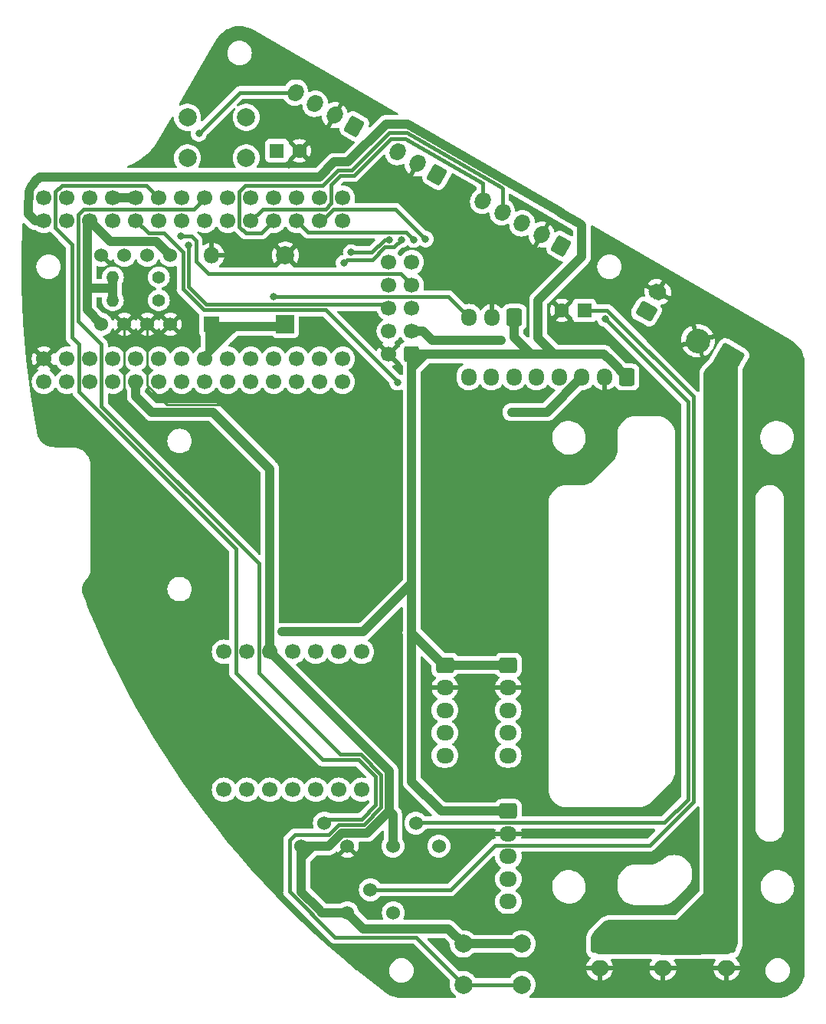
<source format=gbr>
%TF.GenerationSoftware,KiCad,Pcbnew,7.0.9*%
%TF.CreationDate,2024-01-04T14:48:31+09:00*%
%TF.ProjectId,MainBoard,4d61696e-426f-4617-9264-2e6b69636164,rev?*%
%TF.SameCoordinates,Original*%
%TF.FileFunction,Copper,L1,Top*%
%TF.FilePolarity,Positive*%
%FSLAX46Y46*%
G04 Gerber Fmt 4.6, Leading zero omitted, Abs format (unit mm)*
G04 Created by KiCad (PCBNEW 7.0.9) date 2024-01-04 14:48:31*
%MOMM*%
%LPD*%
G01*
G04 APERTURE LIST*
G04 Aperture macros list*
%AMRoundRect*
0 Rectangle with rounded corners*
0 $1 Rounding radius*
0 $2 $3 $4 $5 $6 $7 $8 $9 X,Y pos of 4 corners*
0 Add a 4 corners polygon primitive as box body*
4,1,4,$2,$3,$4,$5,$6,$7,$8,$9,$2,$3,0*
0 Add four circle primitives for the rounded corners*
1,1,$1+$1,$2,$3*
1,1,$1+$1,$4,$5*
1,1,$1+$1,$6,$7*
1,1,$1+$1,$8,$9*
0 Add four rect primitives between the rounded corners*
20,1,$1+$1,$2,$3,$4,$5,0*
20,1,$1+$1,$4,$5,$6,$7,0*
20,1,$1+$1,$6,$7,$8,$9,0*
20,1,$1+$1,$8,$9,$2,$3,0*%
%AMHorizOval*
0 Thick line with rounded ends*
0 $1 width*
0 $2 $3 position (X,Y) of the first rounded end (center of the circle)*
0 $4 $5 position (X,Y) of the second rounded end (center of the circle)*
0 Add line between two ends*
20,1,$1,$2,$3,$4,$5,0*
0 Add two circle primitives to create the rounded ends*
1,1,$1,$2,$3*
1,1,$1,$4,$5*%
G04 Aperture macros list end*
%TA.AperFunction,ComponentPad*%
%ADD10C,1.400000*%
%TD*%
%TA.AperFunction,ComponentPad*%
%ADD11O,1.400000X1.400000*%
%TD*%
%TA.AperFunction,ComponentPad*%
%ADD12RoundRect,0.250000X-0.750000X0.600000X-0.750000X-0.600000X0.750000X-0.600000X0.750000X0.600000X0*%
%TD*%
%TA.AperFunction,ComponentPad*%
%ADD13O,2.000000X1.700000*%
%TD*%
%TA.AperFunction,ComponentPad*%
%ADD14RoundRect,0.250000X0.882115X0.327868X-0.157115X0.927868X-0.882115X-0.327868X0.157115X-0.927868X0*%
%TD*%
%TA.AperFunction,ComponentPad*%
%ADD15HorizOval,1.700000X0.062500X0.108253X-0.062500X-0.108253X0*%
%TD*%
%TA.AperFunction,ComponentPad*%
%ADD16C,1.524000*%
%TD*%
%TA.AperFunction,ComponentPad*%
%ADD17RoundRect,0.250001X1.502627X0.402628X-0.402628X1.502627X-1.502627X-0.402628X0.402628X-1.502627X0*%
%TD*%
%TA.AperFunction,ComponentPad*%
%ADD18C,2.700000*%
%TD*%
%TA.AperFunction,ComponentPad*%
%ADD19C,1.700000*%
%TD*%
%TA.AperFunction,ComponentPad*%
%ADD20RoundRect,0.250000X0.349519X-0.894615X0.949519X0.144615X-0.349519X0.894615X-0.949519X-0.144615X0*%
%TD*%
%TA.AperFunction,ComponentPad*%
%ADD21HorizOval,1.700000X-0.129904X0.075000X0.129904X-0.075000X0*%
%TD*%
%TA.AperFunction,ComponentPad*%
%ADD22RoundRect,0.250000X-0.725000X0.600000X-0.725000X-0.600000X0.725000X-0.600000X0.725000X0.600000X0*%
%TD*%
%TA.AperFunction,ComponentPad*%
%ADD23O,1.950000X1.700000*%
%TD*%
%TA.AperFunction,ComponentPad*%
%ADD24RoundRect,0.250000X0.600000X0.600000X-0.600000X0.600000X-0.600000X-0.600000X0.600000X-0.600000X0*%
%TD*%
%TA.AperFunction,ComponentPad*%
%ADD25C,2.000000*%
%TD*%
%TA.AperFunction,ComponentPad*%
%ADD26RoundRect,0.250000X0.600000X0.725000X-0.600000X0.725000X-0.600000X-0.725000X0.600000X-0.725000X0*%
%TD*%
%TA.AperFunction,ComponentPad*%
%ADD27O,1.700000X1.950000*%
%TD*%
%TA.AperFunction,ComponentPad*%
%ADD28R,1.800000X1.800000*%
%TD*%
%TA.AperFunction,ComponentPad*%
%ADD29O,1.800000X1.800000*%
%TD*%
%TA.AperFunction,ComponentPad*%
%ADD30R,1.600000X1.600000*%
%TD*%
%TA.AperFunction,ComponentPad*%
%ADD31C,1.600000*%
%TD*%
%TA.AperFunction,ComponentPad*%
%ADD32R,2.000000X2.000000*%
%TD*%
%TA.AperFunction,ViaPad*%
%ADD33C,0.800000*%
%TD*%
%TA.AperFunction,Conductor*%
%ADD34C,0.500000*%
%TD*%
%TA.AperFunction,Conductor*%
%ADD35C,1.000000*%
%TD*%
%TA.AperFunction,Conductor*%
%ADD36C,0.400000*%
%TD*%
%TA.AperFunction,Conductor*%
%ADD37C,0.250000*%
%TD*%
%TA.AperFunction,Conductor*%
%ADD38C,2.000000*%
%TD*%
G04 APERTURE END LIST*
D10*
%TO.P,10K,1*%
%TO.N,L3GD_SCL*%
X131572000Y-72288400D03*
D11*
%TO.P,10K,2*%
%TO.N,+3.3V*%
X126492000Y-72288400D03*
%TD*%
D10*
%TO.P,10K,1*%
%TO.N,L3GD_SDA*%
X131572000Y-69748400D03*
D11*
%TO.P,10K,2*%
%TO.N,+3.3V*%
X126492000Y-69748400D03*
%TD*%
D12*
%TO.P,J6,1,Pin_1*%
%TO.N,+12V*%
X180270000Y-143550000D03*
D13*
%TO.P,J6,2,Pin_2*%
%TO.N,GND*%
X180270000Y-146050000D03*
%TD*%
D14*
%TO.P,LINE,1,Pin_1*%
%TO.N,+3.3V*%
X176022000Y-66294000D03*
D15*
%TO.P,LINE,2,Pin_2*%
%TO.N,GND*%
X173856936Y-65044000D03*
%TO.P,LINE,3,Pin_3*%
%TO.N,Net-(J17-Pin_3)*%
X171691873Y-63794000D03*
%TO.P,LINE,4,Pin_4*%
%TO.N,LINE_RX*%
X169526809Y-62544000D03*
%TO.P,LINE,5,Pin_5*%
%TO.N,LINE_TX*%
X167361746Y-61294000D03*
%TD*%
D16*
%TO.P,LINE,1*%
%TO.N,+3.3V*%
X152400000Y-139954000D03*
%TO.P,LINE,2*%
%TO.N,Net-(J17-Pin_3)*%
X154940000Y-137414000D03*
%TO.P,LINE,3*%
%TO.N,N/C*%
X157480000Y-139954000D03*
%TD*%
D17*
%TO.P,J11,1,Pin_1*%
%TO.N,+12V*%
X194564000Y-78740000D03*
D18*
%TO.P,J11,2,Pin_2*%
%TO.N,GND*%
X191134539Y-76760000D03*
%TD*%
D19*
%TO.P,U1,1,GND*%
%TO.N,GND*%
X123952000Y-81290000D03*
X118872000Y-78750000D03*
X121412000Y-63510000D03*
X126492000Y-60970000D03*
X129032000Y-60970000D03*
X146812000Y-60970000D03*
%TO.P,U1,2,0_RX1_CRX2_CS1*%
%TO.N,MD_RX*%
X121412000Y-78750000D03*
%TO.P,U1,3,1_TX1_CTX2_MISO1*%
%TO.N,MD_TX*%
X123952000Y-78750000D03*
%TO.P,U1,4,2_OUT2*%
%TO.N,BLDC_PWM*%
X126492000Y-78750000D03*
%TO.P,U1,5,3_LRCLK2*%
%TO.N,FET1_Digital*%
X129032000Y-78750000D03*
%TO.P,U1,6,4_BCLK2*%
%TO.N,FET2_Digital*%
X131572000Y-78750000D03*
%TO.P,U1,7,5_IN2*%
%TO.N,NeoPixel_PWM*%
X134112000Y-78750000D03*
%TO.P,U1,8,6_OUT1D*%
%TO.N,Buzzer*%
X136652000Y-78750000D03*
%TO.P,U1,9,7_RX2_OUT1A*%
%TO.N,IR_RX*%
X139192000Y-78750000D03*
%TO.P,U1,10,8_TX2_IN1*%
%TO.N,IR_TX*%
X141732000Y-78750000D03*
%TO.P,U1,11,9_OUT1C*%
%TO.N,SWT_START*%
X144272000Y-78750000D03*
%TO.P,U1,12,10_CS_MQSR*%
%TO.N,BTN_Left*%
X146812000Y-78750000D03*
%TO.P,U1,13,11_MOSI_CTX1*%
%TO.N,BTN_Run*%
X149352000Y-78750000D03*
%TO.P,U1,14,12_MISO_MQSL*%
%TO.N,BTN_Right*%
X151892000Y-78750000D03*
%TO.P,U1,15,VBAT*%
%TO.N,unconnected-(U1-VBAT-Pad15)*%
X151892000Y-81290000D03*
%TO.P,U1,18,PROGRAM*%
%TO.N,unconnected-(U1-PROGRAM-Pad18)*%
X149352000Y-60970000D03*
%TO.P,U1,19,ON_OFF*%
%TO.N,unconnected-(U1-ON_OFF-Pad19)*%
X151892000Y-60970000D03*
%TO.P,U1,20,13_SCK_CRX1_LED*%
%TO.N,unconnected-(U1-13_SCK_CRX1_LED-Pad20)*%
X151892000Y-63510000D03*
%TO.P,U1,21,14_A0_TX3_SPDIF_OUT*%
%TO.N,IMU_TX*%
X149352000Y-63510000D03*
%TO.P,U1,22,15_A1_RX3_SPDIF_IN*%
%TO.N,IMU_RX*%
X146812000Y-63510000D03*
%TO.P,U1,23,16_A2_RX4_SCL1*%
%TO.N,LINE_RX*%
X144272000Y-63510000D03*
%TO.P,U1,24,17_A3_TX4_SDA1*%
%TO.N,LINE_TX*%
X141732000Y-63510000D03*
%TO.P,U1,25,18_A4_SDA0*%
%TO.N,L3GD_SDA*%
X139192000Y-63510000D03*
%TO.P,U1,26,19_A5_SCL0*%
%TO.N,L3GD_SCL*%
X136652000Y-63510000D03*
%TO.P,U1,27,20_A6_TX5_LRCLK1*%
%TO.N,CAM_TX*%
X134112000Y-63510000D03*
%TO.P,U1,28,21_A7_RX5_BCLK1*%
%TO.N,CAM_RX*%
X131572000Y-63510000D03*
%TO.P,U1,29,22_A8_CTX1*%
%TO.N,IND_PWM*%
X129032000Y-63510000D03*
%TO.P,U1,30,23_A9_CRX1_MCLK1*%
%TO.N,L3GD_RST*%
X126492000Y-63510000D03*
%TO.P,U1,31,3V3*%
%TO.N,+3.3V*%
X129032000Y-81290000D03*
X123952000Y-63510000D03*
X144272000Y-60970000D03*
%TO.P,U1,33,VIN*%
%TO.N,+5V*%
X118872000Y-63510000D03*
%TO.P,U1,34,VUSB*%
%TO.N,unconnected-(U1-VUSB-Pad34)*%
X118872000Y-60970000D03*
%TO.P,U1,35,24_A10_TX6_SCL2*%
%TO.N,TWILIGHT_TX*%
X141732000Y-60970000D03*
%TO.P,U1,36,25_A11_RX6_SDA2*%
%TO.N,TWILIGHT_RX*%
X134112000Y-60970000D03*
%TO.P,U1,37,26_A12_MOSI1*%
%TO.N,BTN_EX*%
X136652000Y-60970000D03*
%TO.P,U1,38,27_A13_SCK1*%
%TO.N,L3GD_Trim*%
X131572000Y-60970000D03*
%TO.P,U1,39,28_RX7*%
%TO.N,EX_RX*%
X139192000Y-60970000D03*
%TO.P,U1,40,29_TX7*%
%TO.N,EX_TX*%
X139192000Y-81290000D03*
%TO.P,U1,41,30_CRX3*%
%TO.N,Touch*%
X149352000Y-81290000D03*
%TO.P,U1,42,31_CTX3*%
%TO.N,LED1*%
X141732000Y-81290000D03*
%TO.P,U1,43,32_OUT1B*%
%TO.N,LED2*%
X146812000Y-81290000D03*
%TO.P,U1,44,33_MCLK2*%
%TO.N,LED3*%
X144272000Y-81290000D03*
%TO.P,U1,45,34_DAT1_MISO2*%
%TO.N,unconnected-(U1-34_DAT1_MISO2-Pad45)*%
X118872000Y-81290000D03*
%TO.P,U1,46,35_DAT0_MOSI2*%
%TO.N,unconnected-(U1-35_DAT0_MOSI2-Pad46)*%
X121412000Y-81290000D03*
%TO.P,U1,48,36_CLK_CS2*%
%TO.N,unconnected-(U1-36_CLK_CS2-Pad48)*%
X126492000Y-81290000D03*
%TO.P,U1,50,37_CMD_SCK2*%
%TO.N,unconnected-(U1-37_CMD_SCK2-Pad50)*%
X131572000Y-81290000D03*
%TO.P,U1,51,38_DAT3_RX5*%
%TO.N,unconnected-(U1-38_DAT3_RX5-Pad51)*%
X134112000Y-81290000D03*
%TO.P,U1,52,39_DAT2_TX5*%
%TO.N,unconnected-(U1-39_DAT2_TX5-Pad52)*%
X136652000Y-81290000D03*
%TO.P,U1,53,D-*%
%TO.N,D-*%
X121412000Y-60970000D03*
%TO.P,U1,54,D+*%
%TO.N,D+*%
X123952000Y-60970000D03*
%TD*%
D20*
%TO.P,J12,1,Pin_1*%
%TO.N,+5V*%
X185440000Y-73539064D03*
D21*
%TO.P,J12,2,Pin_2*%
%TO.N,GND*%
X186690000Y-71374000D03*
%TD*%
D14*
%TO.P,TOUCH,1,Pin_1*%
%TO.N,+3.3V*%
X153162000Y-53086000D03*
D15*
%TO.P,TOUCH,2,Pin_2*%
%TO.N,GND*%
X150996936Y-51836000D03*
%TO.P,TOUCH,3,Pin_3*%
%TO.N,Net-(J9-Pin_3)*%
X148831873Y-50586000D03*
%TO.P,TOUCH,4,Pin_4*%
%TO.N,Touch*%
X146666809Y-49336000D03*
%TD*%
D22*
%TO.P,J3,1,Pin_1*%
%TO.N,+5V*%
X163182300Y-112572800D03*
D23*
%TO.P,J3,2,Pin_2*%
%TO.N,GND*%
X163182300Y-115072800D03*
%TO.P,J3,3,Pin_3*%
%TO.N,MD3_INA*%
X163182300Y-117572800D03*
%TO.P,J3,4,Pin_4*%
%TO.N,MD3_INB*%
X163182300Y-120072800D03*
%TO.P,J3,5,Pin_5*%
%TO.N,MD3_PWM*%
X163182300Y-122572800D03*
%TD*%
D24*
%TO.P,SENSOR,1,Pin_1*%
%TO.N,+5V*%
X159512000Y-78232000D03*
D19*
%TO.P,SENSOR,2,Pin_2*%
%TO.N,GND*%
X156972000Y-78232000D03*
%TO.P,SENSOR,3,Pin_3*%
%TO.N,+12V*%
X159512000Y-75692000D03*
%TO.P,SENSOR,4,Pin_4*%
%TO.N,IR_RX*%
X156972000Y-75692000D03*
%TO.P,SENSOR,5,Pin_5*%
%TO.N,IR_TX*%
X159512000Y-73152000D03*
%TO.P,SENSOR,6,Pin_6*%
%TO.N,CAM_TX*%
X156972000Y-73152000D03*
%TO.P,SENSOR,7,Pin_7*%
%TO.N,CAM_RX*%
X159512000Y-70612000D03*
%TO.P,SENSOR,8,Pin_8*%
%TO.N,NeoPixel_PWM*%
X156972000Y-70612000D03*
%TO.P,SENSOR,9,Pin_9*%
%TO.N,L3GD_SDA*%
X159512000Y-68072000D03*
%TO.P,SENSOR,10,Pin_10*%
%TO.N,L3GD_SCL*%
X156972000Y-68072000D03*
%TD*%
D22*
%TO.P,J1,1,Pin_1*%
%TO.N,+5V*%
X170180000Y-128731000D03*
D23*
%TO.P,J1,2,Pin_2*%
%TO.N,GND*%
X170180000Y-131231000D03*
%TO.P,J1,3,Pin_3*%
%TO.N,MD1_INA*%
X170180000Y-133731000D03*
%TO.P,J1,4,Pin_4*%
%TO.N,MD1_INB*%
X170180000Y-136231000D03*
%TO.P,J1,5,Pin_5*%
%TO.N,MD1_PWM*%
X170180000Y-138731000D03*
%TD*%
D25*
%TO.P,GYRO,1,1*%
%TO.N,L3GD_RST*%
X141224000Y-56570000D03*
X134724000Y-56570000D03*
%TO.P,GYRO,2,2*%
%TO.N,+3.3V*%
X141224000Y-52070000D03*
X134724000Y-52070000D03*
%TD*%
%TO.P,SW2,1,1*%
%TO.N,BTN_EX*%
X171704000Y-147878800D03*
X165204000Y-147878800D03*
%TO.P,SW2,2,2*%
%TO.N,+3.3V*%
X171704000Y-143378800D03*
X165204000Y-143378800D03*
%TD*%
D12*
%TO.P,J4,1,Pin_1*%
%TO.N,+12V*%
X194310000Y-143550000D03*
D13*
%TO.P,J4,2,Pin_2*%
%TO.N,GND*%
X194310000Y-146050000D03*
%TD*%
D16*
%TO.P,GYRO,1,1*%
%TO.N,+3.3V*%
X147320000Y-132588000D03*
%TO.P,GYRO,2,2*%
%TO.N,L3GD_Trim*%
X149860000Y-130048000D03*
%TO.P,GYRO,3,3*%
%TO.N,GND*%
X152400000Y-132588000D03*
%TD*%
D26*
%TO.P,IO,1,Pin_1*%
%TO.N,+5V*%
X183308000Y-80772000D03*
D27*
%TO.P,IO,2,Pin_2*%
%TO.N,GND*%
X180808000Y-80772000D03*
%TO.P,IO,3,Pin_3*%
%TO.N,+3.3V*%
X178308000Y-80772000D03*
%TO.P,IO,4,Pin_4*%
%TO.N,SWT_START*%
X175808000Y-80772000D03*
%TO.P,IO,5,Pin_5*%
%TO.N,BTN_Left*%
X173308000Y-80772000D03*
%TO.P,IO,6,Pin_6*%
%TO.N,BTN_Run*%
X170808000Y-80772000D03*
%TO.P,IO,7,Pin_7*%
%TO.N,BTN_Right*%
X168308000Y-80772000D03*
%TO.P,IO,8,Pin_8*%
%TO.N,IND_PWM*%
X165808000Y-80772000D03*
%TD*%
D16*
%TO.P,U3,1,VCC*%
%TO.N,+3.3V*%
X132842000Y-67320000D03*
%TO.P,U3,2,SCL*%
%TO.N,L3GD_SCL*%
X130302000Y-67320000D03*
%TO.P,U3,3,SDA*%
%TO.N,L3GD_SDA*%
X127762000Y-67320000D03*
%TO.P,U3,4,SA0*%
%TO.N,GND*%
X125222000Y-67320000D03*
%TO.P,U3,5,GND*%
X132842000Y-74940000D03*
%TO.P,U3,6,INT1*%
X130302000Y-74940000D03*
%TO.P,U3,7,INT2*%
X127762000Y-74940000D03*
%TO.P,U3,8,CS*%
%TO.N,+3.3V*%
X125222000Y-74940000D03*
%TD*%
D28*
%TO.P,D1,1,K*%
%TO.N,Buzzer*%
X137414000Y-74940000D03*
D29*
%TO.P,D1,2,A*%
%TO.N,GND*%
X137414000Y-67320000D03*
%TD*%
D12*
%TO.P,J5,1,Pin_1*%
%TO.N,+12V*%
X187255000Y-143570000D03*
D13*
%TO.P,J5,2,Pin_2*%
%TO.N,GND*%
X187255000Y-146070000D03*
%TD*%
D16*
%TO.P,TOUCH,1*%
%TO.N,+3.3V*%
X157429200Y-132588000D03*
%TO.P,TOUCH,2*%
%TO.N,Net-(J9-Pin_3)*%
X159969200Y-130048000D03*
%TO.P,TOUCH,3*%
%TO.N,N/C*%
X162509200Y-132588000D03*
%TD*%
D14*
%TO.P,KICK,1,Pin_1*%
%TO.N,FET1_Digital*%
X162306000Y-58420000D03*
D15*
%TO.P,KICK,2,Pin_2*%
%TO.N,GND*%
X160140936Y-57170000D03*
%TO.P,KICK,3,Pin_3*%
%TO.N,FET2_Digital*%
X157975873Y-55920000D03*
%TD*%
D22*
%TO.P,J2,1,Pin_1*%
%TO.N,+5V*%
X170167300Y-112572800D03*
D23*
%TO.P,J2,2,Pin_2*%
%TO.N,GND*%
X170167300Y-115072800D03*
%TO.P,J2,3,Pin_3*%
%TO.N,MD2_INA*%
X170167300Y-117572800D03*
%TO.P,J2,4,Pin_4*%
%TO.N,MD2_INB*%
X170167300Y-120072800D03*
%TO.P,J2,5,Pin_5*%
%TO.N,MD2_PWM*%
X170167300Y-122572800D03*
%TD*%
D19*
%TO.P,U2,1,PA02_A0_D0*%
%TO.N,MD1_PWM*%
X138760200Y-126365000D03*
%TO.P,U2,2,PA4_A1_D1*%
%TO.N,MD1_INB*%
X141300200Y-126365000D03*
%TO.P,U2,3,PA10_A2_D2*%
%TO.N,MD1_INA*%
X143840200Y-126365000D03*
%TO.P,U2,4,PA11_A3_D3*%
%TO.N,MD2_INA*%
X146380200Y-126365000D03*
%TO.P,U2,5,PA8_A4_D4_SDA*%
%TO.N,MD2_INB*%
X148920200Y-126365000D03*
%TO.P,U2,6,PA9_A5_D5_SCL*%
%TO.N,MD2_PWM*%
X151460200Y-126365000D03*
%TO.P,U2,7,PB08_A6_D6_TX*%
%TO.N,MD_RX*%
X154000200Y-126365000D03*
%TO.P,U2,8,PB09_A7_D7_RX*%
%TO.N,MD_TX*%
X154000200Y-111125000D03*
%TO.P,U2,9,PA7_A8_D8_SCK*%
%TO.N,MD3_INA*%
X151460200Y-111125000D03*
%TO.P,U2,10,PA5_A9_D9_MISO*%
%TO.N,MD3_INB*%
X148920200Y-111125000D03*
%TO.P,U2,11,PA6_A10_D10_MOSI*%
%TO.N,MD3_PWM*%
X146380200Y-111125000D03*
%TO.P,U2,12,3V3*%
%TO.N,+3.3V*%
X143840200Y-111125000D03*
%TO.P,U2,13,GND*%
%TO.N,GND*%
X141300200Y-111125000D03*
%TO.P,U2,14,5V*%
%TO.N,+5V*%
X138760200Y-111125000D03*
%TD*%
D30*
%TO.P,C1,1*%
%TO.N,Net-(J17-Pin_3)*%
X178587400Y-73406000D03*
D31*
%TO.P,C1,2*%
%TO.N,GND*%
X176087400Y-73406000D03*
%TD*%
D32*
%TO.P,BZ1,1,-*%
%TO.N,Buzzer*%
X145542000Y-74930000D03*
D25*
%TO.P,BZ1,2,+*%
%TO.N,GND*%
X145542000Y-67330000D03*
%TD*%
D26*
%TO.P,ESC,1,Pin_1*%
%TO.N,+5V*%
X170862000Y-74168000D03*
D27*
%TO.P,ESC,2,Pin_2*%
%TO.N,GND*%
X168362000Y-74168000D03*
%TO.P,ESC,3,Pin_3*%
%TO.N,BLDC_PWM*%
X165862000Y-74168000D03*
%TD*%
D30*
%TO.P,C2,1*%
%TO.N,Net-(J9-Pin_3)*%
X144602200Y-55778400D03*
D31*
%TO.P,C2,2*%
%TO.N,GND*%
X147102200Y-55778400D03*
%TD*%
D33*
%TO.N,GND*%
X164592000Y-93472000D03*
X161544000Y-93522800D03*
X157480000Y-93472000D03*
X152400000Y-93472000D03*
X129032000Y-71120000D03*
X133502400Y-72847200D03*
X166928800Y-67513200D03*
X159105600Y-61874400D03*
X156514800Y-60960000D03*
X153924000Y-60858400D03*
X150876000Y-54356000D03*
X132943600Y-53492400D03*
X129692400Y-57150000D03*
X160147000Y-59563000D03*
X168529000Y-145669000D03*
X161798000Y-64008000D03*
X136906000Y-65532000D03*
X129032000Y-76200000D03*
X188341000Y-139573000D03*
X136906000Y-86233000D03*
X171831000Y-68453000D03*
X132080000Y-111760000D03*
X165608000Y-137541000D03*
X156337000Y-135255000D03*
X147828000Y-130048000D03*
X192913000Y-74295000D03*
X169799000Y-64643000D03*
X161671000Y-79718500D03*
X144526000Y-137033000D03*
X163195000Y-136017000D03*
X188722000Y-85598000D03*
X168402000Y-72009000D03*
X172593000Y-133858000D03*
X162687000Y-79718500D03*
X166624000Y-115062000D03*
X165354000Y-131445000D03*
X162560000Y-147955000D03*
X138684000Y-128524000D03*
X145948400Y-57302400D03*
X173482000Y-128016000D03*
X141351000Y-86106000D03*
X157861000Y-86233000D03*
X119634000Y-72390000D03*
X149987000Y-102108000D03*
X154940000Y-139954000D03*
X199771000Y-142240000D03*
X164719000Y-60071000D03*
X149098000Y-67564000D03*
X178562000Y-91694000D03*
X161163000Y-108331000D03*
X173990000Y-111506000D03*
X172593000Y-131191000D03*
X138684000Y-101854000D03*
X188722000Y-71882000D03*
X136779000Y-56769000D03*
X160020000Y-139446000D03*
X187833000Y-78105000D03*
X190627000Y-137287000D03*
X161036000Y-112776000D03*
X171831000Y-72136000D03*
X152908000Y-99822000D03*
X181102000Y-89027000D03*
X189738000Y-74041000D03*
X171958000Y-89535000D03*
X181356000Y-133985000D03*
X142240000Y-99187000D03*
X177546000Y-75184000D03*
X188722000Y-125984000D03*
X165862000Y-90932000D03*
X161163000Y-90932000D03*
X172593000Y-141224000D03*
X181356000Y-139319000D03*
X118872000Y-65532000D03*
X185166000Y-80518000D03*
X199390000Y-82550000D03*
X147574000Y-123063000D03*
X190881000Y-146177000D03*
X182118000Y-72136000D03*
X153797000Y-106807000D03*
X160020000Y-132588000D03*
X190754000Y-129286000D03*
X173609000Y-66802000D03*
X132080000Y-118110000D03*
X128270000Y-92710000D03*
X150749000Y-138557000D03*
X190754000Y-81153000D03*
X167640000Y-104140000D03*
X138684000Y-124079000D03*
X162433000Y-143256000D03*
X157861000Y-98933000D03*
X126492000Y-76200000D03*
X128143000Y-84582000D03*
X170688000Y-86233000D03*
X167513000Y-125095000D03*
X145542000Y-90297000D03*
X145415000Y-103886000D03*
X148691600Y-53289200D03*
X157861000Y-102870000D03*
X185674000Y-128778000D03*
X161163000Y-86233000D03*
X138684000Y-107442000D03*
X147574000Y-106045000D03*
X184658000Y-67818000D03*
X139065000Y-56769000D03*
X171831000Y-123952000D03*
X183642000Y-146177000D03*
X174879000Y-146050000D03*
X152908000Y-50546000D03*
X119634000Y-75692000D03*
X162814000Y-70612000D03*
X147066000Y-99822000D03*
X151638000Y-143891000D03*
X167640000Y-96520000D03*
X157861000Y-90932000D03*
X165608000Y-141224000D03*
X196850000Y-76200000D03*
X187071000Y-75057000D03*
X161036000Y-116332000D03*
X156260800Y-57048400D03*
X149225000Y-134493000D03*
X128270000Y-104140000D03*
X180289200Y-65430400D03*
X180848000Y-82931000D03*
X185166000Y-131191000D03*
X164592000Y-121285000D03*
X161290000Y-96266000D03*
X141478000Y-67564000D03*
X121793000Y-84836000D03*
%TO.N,Net-(J9-Pin_3)*%
X180879568Y-74314232D03*
%TO.N,+5V*%
X181570000Y-79034000D03*
X146278600Y-108915200D03*
X145211800Y-108915200D03*
X179578000Y-78232000D03*
X180747064Y-78232000D03*
X159512000Y-96062800D03*
%TO.N,+12V*%
X193675000Y-86995000D03*
X193675000Y-112395000D03*
X187452000Y-141732000D03*
X193675000Y-140335000D03*
X193675000Y-99695000D03*
X191135000Y-140335000D03*
X183642000Y-141732000D03*
X169367200Y-76708000D03*
X193675000Y-114935000D03*
X193675000Y-102235000D03*
X193675000Y-92075000D03*
X193675000Y-97155000D03*
X193675000Y-89535000D03*
X193675000Y-84455000D03*
X193675000Y-122555000D03*
X193675000Y-109855000D03*
X193675000Y-127635000D03*
X193675000Y-117475000D03*
X193675000Y-81915000D03*
X193675000Y-107315000D03*
X168249600Y-76708000D03*
X193675000Y-120015000D03*
X167233600Y-76708000D03*
X193675000Y-132715000D03*
X193675000Y-104775000D03*
X193675000Y-135255000D03*
X193675000Y-125095000D03*
X191135000Y-143510000D03*
X193675000Y-94615000D03*
X193675000Y-130175000D03*
X193675000Y-137795000D03*
X183555000Y-143550000D03*
%TO.N,IMU_TX*%
X161036000Y-65532000D03*
%TO.N,IMU_RX*%
X159715200Y-65582800D03*
%TO.N,BLDC_PWM*%
X144200544Y-71882000D03*
%TO.N,Touch*%
X135991600Y-53873400D03*
%TO.N,CAM_TX*%
X134830203Y-66198697D03*
%TO.N,CAM_RX*%
X134023700Y-65227200D03*
%TO.N,+3.3V*%
X137566400Y-84632800D03*
X170535600Y-84632800D03*
X136448800Y-84632800D03*
X171704000Y-84632800D03*
%TO.N,IND_PWM*%
X157937200Y-81347500D03*
%TO.N,FET1_Digital*%
X152006900Y-68173600D03*
X158343600Y-65582800D03*
%TO.N,FET2_Digital*%
X152806400Y-67018500D03*
X157036593Y-65596100D03*
%TD*%
D34*
%TO.N,Buzzer*%
X138511200Y-76890800D02*
X139964000Y-75438000D01*
X139964000Y-75438000D02*
X140462000Y-75438000D01*
D35*
%TO.N,GND*%
X126492000Y-60970000D02*
X129032000Y-60970000D01*
%TO.N,+3.3V*%
X126492000Y-70967600D02*
X126492000Y-69748400D01*
X123698000Y-70967600D02*
X123647200Y-70916800D01*
X126492000Y-72288400D02*
X126492000Y-70967600D01*
X123647200Y-68796800D02*
X123647200Y-70916800D01*
X123647200Y-70916800D02*
X123647200Y-73365200D01*
X126492000Y-70967600D02*
X123698000Y-70967600D01*
X157429200Y-132588000D02*
X157429200Y-129082800D01*
X157429200Y-129082800D02*
X157022800Y-128676400D01*
X155092400Y-141732000D02*
X163557200Y-141732000D01*
X154178000Y-141732000D02*
X155092400Y-141732000D01*
X152400000Y-139954000D02*
X154178000Y-141732000D01*
X147320000Y-137668000D02*
X149225000Y-139573000D01*
X152400000Y-139954000D02*
X149606000Y-139954000D01*
X149606000Y-139954000D02*
X149225000Y-139573000D01*
%TO.N,+5V*%
X175260000Y-78232000D02*
X173482000Y-76454000D01*
X173482000Y-76454000D02*
X173482000Y-72288400D01*
X173482000Y-72288400D02*
X178308000Y-67462400D01*
X178308000Y-67462400D02*
X178308000Y-64026658D01*
X178308000Y-64026658D02*
X178104800Y-63823458D01*
X178104800Y-63823458D02*
X176017653Y-62618442D01*
X117354191Y-59995176D02*
X117471851Y-59734191D01*
X117991363Y-59055048D02*
X118212455Y-58873189D01*
X117866000Y-63510000D02*
X117121188Y-62765188D01*
X117198010Y-60694183D02*
X117211288Y-60552268D01*
X117792543Y-59261022D02*
X117991363Y-59055048D01*
X117121188Y-62765188D02*
X117121188Y-61691830D01*
X118212455Y-58873189D02*
X118452911Y-58717836D01*
X117121188Y-61691830D02*
X117198010Y-60694183D01*
X117267184Y-60267903D02*
X117354191Y-59995176D01*
X117211288Y-60552268D02*
X117267184Y-60267903D01*
X149299080Y-58688400D02*
X150965880Y-57021600D01*
X150965880Y-57021600D02*
X152489880Y-57021600D01*
X117618608Y-59488403D02*
X117792543Y-59261022D01*
X118872000Y-63510000D02*
X117866000Y-63510000D01*
X117471851Y-59734191D02*
X117618608Y-59488403D01*
X118452911Y-58717836D02*
X118512491Y-58688400D01*
X118512491Y-58688400D02*
X149299080Y-58688400D01*
X152489880Y-57021600D02*
X156671950Y-52839530D01*
X156671950Y-52839530D02*
X159080079Y-52839530D01*
D36*
%TO.N,LINE_RX*%
X144272000Y-63510000D02*
X142910400Y-64871600D01*
X158956202Y-53797200D02*
X169390728Y-59821577D01*
X140462000Y-64160400D02*
X140462000Y-60248800D01*
X140462000Y-60248800D02*
X141122400Y-59588400D01*
X141122400Y-59588400D02*
X149671872Y-59588400D01*
X149671872Y-59588400D02*
X151338672Y-57921600D01*
X151338672Y-57921600D02*
X152862672Y-57921600D01*
X152862672Y-57921600D02*
X156987072Y-53797200D01*
X142910400Y-64871600D02*
X141173200Y-64871600D01*
X156987072Y-53797200D02*
X158956202Y-53797200D01*
X141173200Y-64871600D02*
X140462000Y-64160400D01*
X169390728Y-59821577D02*
X169526809Y-59957658D01*
X169526809Y-59957658D02*
X169526809Y-62544000D01*
%TO.N,LINE_TX*%
X158812061Y-54406800D02*
X157226000Y-54406800D01*
X167361746Y-59342963D02*
X158812061Y-54406800D01*
X157226000Y-54406800D02*
X153111200Y-58521600D01*
X153111200Y-58521600D02*
X151587200Y-58521600D01*
X167361746Y-61294000D02*
X167361746Y-59342963D01*
X150622000Y-59486800D02*
X150622000Y-61569600D01*
X151587200Y-58521600D02*
X150622000Y-59486800D01*
X150622000Y-61569600D02*
X149961600Y-62230000D01*
X149961600Y-62230000D02*
X143012000Y-62230000D01*
X143012000Y-62230000D02*
X141732000Y-63510000D01*
D34*
%TO.N,Buzzer*%
X138409600Y-74960400D02*
X138430000Y-74940000D01*
X139663200Y-75452000D02*
X139293600Y-75082400D01*
X137820400Y-76464000D02*
X137596800Y-76687600D01*
X137596800Y-76687600D02*
X137596800Y-75773200D01*
X139446000Y-74940000D02*
X139700000Y-74940000D01*
X138785600Y-75336400D02*
X138409600Y-74960400D01*
X145034000Y-75438000D02*
X140462000Y-75438000D01*
X139307600Y-75604400D02*
X139547600Y-75604400D01*
X139700000Y-75452000D02*
X139663200Y-75452000D01*
X137414000Y-76962000D02*
X137617200Y-77165200D01*
X140360400Y-74940000D02*
X145532000Y-74940000D01*
X136652000Y-78750000D02*
X136956800Y-78445200D01*
X138176000Y-75702000D02*
X137414000Y-74940000D01*
X139696000Y-75604400D02*
X140360400Y-74940000D01*
X138785600Y-76311600D02*
X138938000Y-76464000D01*
X137414000Y-75946000D02*
X137424000Y-75946000D01*
X139039600Y-75336400D02*
X138785600Y-75336400D01*
X139547600Y-75604400D02*
X139696000Y-75604400D01*
X139700000Y-74940000D02*
X139700000Y-75452000D01*
X137414000Y-77988000D02*
X136652000Y-78750000D01*
X136956800Y-78445200D02*
X136956800Y-75397200D01*
X137998200Y-76377800D02*
X137642600Y-76733400D01*
X145542000Y-74930000D02*
X145034000Y-75438000D01*
X138633200Y-75742800D02*
X137830400Y-74940000D01*
X138785600Y-75336400D02*
X138785600Y-76311600D01*
X137414000Y-74940000D02*
X138430000Y-74940000D01*
X139293600Y-75082400D02*
X139039600Y-75336400D01*
X138430000Y-76464000D02*
X137820400Y-76464000D01*
X138836400Y-75539600D02*
X138633200Y-75742800D01*
X138176000Y-76200000D02*
X137998200Y-76377800D01*
X137414000Y-74940000D02*
X137414000Y-75946000D01*
X140462000Y-75438000D02*
X139862400Y-75438000D01*
X138430000Y-74940000D02*
X139446000Y-74940000D01*
X138633200Y-75742800D02*
X138430000Y-75946000D01*
X139700000Y-74940000D02*
X140360400Y-74940000D01*
X139039600Y-75336400D02*
X139307600Y-75604400D01*
X139446000Y-74940000D02*
X139436000Y-74940000D01*
X137830400Y-74940000D02*
X137414000Y-74940000D01*
X145532000Y-74940000D02*
X145542000Y-74930000D01*
X137414000Y-75946000D02*
X137414000Y-76962000D01*
X136956800Y-75397200D02*
X137414000Y-74940000D01*
X138633200Y-75742800D02*
X138176000Y-76200000D01*
X137998200Y-75524200D02*
X137414000Y-74940000D01*
X137424000Y-75946000D02*
X137596800Y-75773200D01*
X137596800Y-75773200D02*
X138409600Y-74960400D01*
X138176000Y-76200000D02*
X138176000Y-75702000D01*
X137414000Y-76962000D02*
X137414000Y-77988000D01*
X137642600Y-76733400D02*
X137596800Y-76687600D01*
X138938000Y-76464000D02*
X136652000Y-78750000D01*
X139115800Y-75819000D02*
X138836400Y-75539600D01*
X139039600Y-75336400D02*
X138836400Y-75539600D01*
X139700000Y-75452000D02*
X139547600Y-75604400D01*
X139862400Y-75438000D02*
X139696000Y-75604400D01*
X139115800Y-75819000D02*
X139090400Y-75844400D01*
X137617200Y-77165200D02*
X137728800Y-77165200D01*
X139436000Y-74940000D02*
X139293600Y-75082400D01*
X138430000Y-75946000D02*
X138430000Y-76464000D01*
X137728800Y-77165200D02*
X138430000Y-76464000D01*
X137998200Y-76377800D02*
X137998200Y-75524200D01*
D37*
%TO.N,GND*%
X130302000Y-74940000D02*
X130302000Y-81681701D01*
X130302000Y-81681701D02*
X132428099Y-83807800D01*
X139052800Y-83807800D02*
X141351000Y-86106000D01*
X127762000Y-74940000D02*
X127762000Y-84201000D01*
X127762000Y-84201000D02*
X128143000Y-84582000D01*
X132428099Y-83807800D02*
X139052800Y-83807800D01*
D36*
%TO.N,Net-(J17-Pin_3)*%
X181102000Y-73406000D02*
X178587400Y-73406000D01*
X170828167Y-132486400D02*
X185775600Y-132486400D01*
X163779200Y-137414000D02*
X168712200Y-132481000D01*
X154940000Y-137414000D02*
X163779200Y-137414000D01*
X168712200Y-132481000D02*
X170822767Y-132481000D01*
X170822767Y-132481000D02*
X170828167Y-132486400D01*
X185775600Y-132486400D02*
X190601600Y-127660400D01*
X190601600Y-82905600D02*
X181102000Y-73406000D01*
X190601600Y-127660400D02*
X190601600Y-82905600D01*
%TO.N,Net-(J9-Pin_3)*%
X190001600Y-83448600D02*
X190001600Y-127411872D01*
X160036200Y-129981000D02*
X159969200Y-130048000D01*
X180879568Y-74326568D02*
X190001600Y-83448600D01*
X190001600Y-127411872D02*
X187432472Y-129981000D01*
X187432472Y-129981000D02*
X160036200Y-129981000D01*
X180879568Y-74314232D02*
X180879568Y-74326568D01*
D35*
%TO.N,+5V*%
X159512000Y-95605600D02*
X159512000Y-96062800D01*
X159512000Y-80264000D02*
X159512000Y-79756000D01*
X177546000Y-78232000D02*
X175260000Y-78232000D01*
X163055300Y-112572800D02*
X159499300Y-109016800D01*
X180768000Y-78232000D02*
X177546000Y-78232000D01*
X176022000Y-62610913D02*
X159084427Y-52832000D01*
X154178000Y-108915200D02*
X159512000Y-103581200D01*
X159512000Y-80264000D02*
X159512000Y-95605600D01*
X161036000Y-78232000D02*
X159512000Y-78232000D01*
X163195000Y-112776000D02*
X163068000Y-112776000D01*
X170180000Y-128731000D02*
X162767000Y-128731000D01*
X170862000Y-76374000D02*
X172720000Y-78232000D01*
X146278600Y-108915200D02*
X145211800Y-108915200D01*
X159512000Y-79756000D02*
X161036000Y-78232000D01*
X159512000Y-78232000D02*
X159512000Y-80264000D01*
X170862000Y-74168000D02*
X170862000Y-76374000D01*
X162767000Y-128731000D02*
X159512000Y-125476000D01*
X181570000Y-79034000D02*
X180768000Y-78232000D01*
X175260000Y-78232000D02*
X172720000Y-78232000D01*
X146278600Y-108915200D02*
X154178000Y-108915200D01*
X159512000Y-97292800D02*
X159512000Y-103581200D01*
X159512000Y-103581200D02*
X159512000Y-125476000D01*
X159512000Y-97231200D02*
X159512000Y-96062800D01*
X179578000Y-78232000D02*
X177546000Y-78232000D01*
X172720000Y-78232000D02*
X161036000Y-78232000D01*
X183308000Y-80772000D02*
X181570000Y-79034000D01*
X180747064Y-78232000D02*
X179578000Y-78232000D01*
X170167300Y-112572800D02*
X163182300Y-112572800D01*
D38*
%TO.N,+12V*%
X194564000Y-113284000D02*
X194564000Y-116586000D01*
X194564000Y-108204000D02*
X194564000Y-108966000D01*
X192786000Y-141732000D02*
X191770000Y-141732000D01*
X194564000Y-134366000D02*
X193675000Y-135255000D01*
X194564000Y-103886000D02*
X193675000Y-104775000D01*
X194564000Y-133604000D02*
X194564000Y-134366000D01*
X193675000Y-137795000D02*
X193675000Y-84455000D01*
X194564000Y-86106000D02*
X193675000Y-86995000D01*
X193675000Y-135255000D02*
X194564000Y-136144000D01*
X194564000Y-96266000D02*
X193675000Y-97155000D01*
X191135000Y-143510000D02*
X191175000Y-143550000D01*
X180270000Y-142818000D02*
X180270000Y-143550000D01*
X194564000Y-106426000D02*
X193675000Y-107315000D01*
X193675000Y-127635000D02*
X194564000Y-128524000D01*
X192786000Y-80518000D02*
X194564000Y-78740000D01*
X183642000Y-141732000D02*
X187452000Y-141732000D01*
X194564000Y-120904000D02*
X194564000Y-121666000D01*
X191770000Y-140208000D02*
X191262000Y-139700000D01*
X191095000Y-143550000D02*
X191135000Y-143510000D01*
X194564000Y-123444000D02*
X194564000Y-124206000D01*
X194564000Y-121666000D02*
X193675000Y-122555000D01*
X194564000Y-91186000D02*
X193675000Y-92075000D01*
X194564000Y-136906000D02*
X194564000Y-143296000D01*
X193675000Y-102235000D02*
X194564000Y-103124000D01*
X194564000Y-100584000D02*
X194564000Y-101346000D01*
X194564000Y-116586000D02*
X193675000Y-117475000D01*
X193675000Y-107315000D02*
X194564000Y-108204000D01*
X194564000Y-136144000D02*
X194564000Y-136906000D01*
X194564000Y-131826000D02*
X193675000Y-132715000D01*
X192786000Y-82804000D02*
X193675000Y-81915000D01*
X193675000Y-125095000D02*
X194564000Y-125984000D01*
X193675000Y-117475000D02*
X194564000Y-118364000D01*
X194564000Y-95504000D02*
X194564000Y-96266000D01*
D35*
X167233600Y-76708000D02*
X168249600Y-76708000D01*
D38*
X194564000Y-92964000D02*
X194564000Y-93726000D01*
X193675000Y-140335000D02*
X193040000Y-139700000D01*
D35*
X168249600Y-76708000D02*
X169367200Y-76708000D01*
D38*
X194564000Y-103124000D02*
X194564000Y-103886000D01*
X194564000Y-128524000D02*
X194564000Y-129286000D01*
X191175000Y-143550000D02*
X194310000Y-143550000D01*
X193675000Y-120015000D02*
X194564000Y-120904000D01*
X194564000Y-143296000D02*
X194310000Y-143550000D01*
X194564000Y-105664000D02*
X194564000Y-106426000D01*
X194564000Y-129286000D02*
X193675000Y-130175000D01*
X193675000Y-109855000D02*
X194564000Y-110744000D01*
X193040000Y-141732000D02*
X193675000Y-140335000D01*
X194564000Y-136906000D02*
X193675000Y-137795000D01*
X193040000Y-138430000D02*
X192786000Y-138176000D01*
X183555000Y-143550000D02*
X191095000Y-143550000D01*
X194564000Y-111506000D02*
X193675000Y-112395000D01*
X193675000Y-92075000D02*
X194564000Y-92964000D01*
X194564000Y-78740000D02*
X194564000Y-136906000D01*
X192913000Y-141859000D02*
X193040000Y-141732000D01*
X193675000Y-86995000D02*
X194564000Y-87884000D01*
X193675000Y-130175000D02*
X194564000Y-131064000D01*
X193675000Y-84455000D02*
X194564000Y-85344000D01*
X194564000Y-110744000D02*
X194564000Y-111506000D01*
X193675000Y-89535000D02*
X194564000Y-90424000D01*
X193675000Y-97155000D02*
X194564000Y-98044000D01*
X192913000Y-141859000D02*
X192786000Y-141732000D01*
X194564000Y-125984000D02*
X194564000Y-126746000D01*
X192786000Y-138176000D02*
X192786000Y-114046000D01*
X194564000Y-85344000D02*
X194564000Y-86106000D01*
X193675000Y-114935000D02*
X192786000Y-114046000D01*
X193675000Y-104775000D02*
X194564000Y-105664000D01*
X194564000Y-88646000D02*
X193675000Y-89535000D01*
X191262000Y-139700000D02*
X192786000Y-138176000D01*
D35*
X160714081Y-75692000D02*
X161730081Y-76708000D01*
D38*
X194564000Y-101346000D02*
X193675000Y-102235000D01*
X194564000Y-98806000D02*
X193675000Y-99695000D01*
X194564000Y-87884000D02*
X194564000Y-88646000D01*
X194564000Y-93726000D02*
X193675000Y-94615000D01*
X193675000Y-122555000D02*
X194564000Y-123444000D01*
X192786000Y-114046000D02*
X192786000Y-82804000D01*
X181356000Y-141732000D02*
X180270000Y-142818000D01*
X194564000Y-90424000D02*
X194564000Y-91186000D01*
X194564000Y-108966000D02*
X193675000Y-109855000D01*
X183555000Y-143550000D02*
X180270000Y-143550000D01*
D35*
X161730081Y-76708000D02*
X167233600Y-76708000D01*
D38*
X194564000Y-131064000D02*
X194564000Y-131826000D01*
X191770000Y-141732000D02*
X191770000Y-140208000D01*
X193675000Y-112395000D02*
X194564000Y-113284000D01*
X187452000Y-141732000D02*
X189230000Y-141732000D01*
D35*
X159512000Y-75692000D02*
X160714081Y-75692000D01*
D38*
X191770000Y-141732000D02*
X189230000Y-141732000D01*
X189230000Y-141732000D02*
X191262000Y-139700000D01*
X192786000Y-82804000D02*
X192786000Y-80518000D01*
X194564000Y-98044000D02*
X194564000Y-98806000D01*
X194564000Y-118364000D02*
X194564000Y-119126000D01*
X193675000Y-99695000D02*
X194564000Y-100584000D01*
X193040000Y-139700000D02*
X193040000Y-138430000D01*
X193675000Y-132715000D02*
X194564000Y-133604000D01*
X191202000Y-143570000D02*
X192913000Y-141859000D01*
X193675000Y-94615000D02*
X194564000Y-95504000D01*
X194564000Y-119126000D02*
X193675000Y-120015000D01*
X194564000Y-124206000D02*
X193675000Y-125095000D01*
X183642000Y-141732000D02*
X181356000Y-141732000D01*
X194564000Y-126746000D02*
X193675000Y-127635000D01*
X187255000Y-143570000D02*
X191202000Y-143570000D01*
D36*
%TO.N,IMU_TX*%
X161036000Y-65532000D02*
X157734000Y-62230000D01*
X150825200Y-62230000D02*
X149545200Y-63510000D01*
X149545200Y-63510000D02*
X149352000Y-63510000D01*
X157734000Y-62230000D02*
X150825200Y-62230000D01*
%TO.N,IMU_RX*%
X148062000Y-64760000D02*
X158892400Y-64760000D01*
X146812000Y-63510000D02*
X148062000Y-64760000D01*
X158892400Y-64760000D02*
X159715200Y-65582800D01*
%TO.N,BLDC_PWM*%
X163576000Y-71882000D02*
X165862000Y-74168000D01*
X144200544Y-71882000D02*
X163576000Y-71882000D01*
%TO.N,Touch*%
X140529000Y-49336000D02*
X146666809Y-49336000D01*
X135991600Y-53873400D02*
X140529000Y-49336000D01*
%TO.N,CAM_TX*%
X136768838Y-72756000D02*
X156576000Y-72756000D01*
X134830203Y-66198697D02*
X134830203Y-70817365D01*
X156576000Y-72756000D02*
X156972000Y-73152000D01*
X134830203Y-70817365D02*
X136768838Y-72756000D01*
%TO.N,CAM_RX*%
X135686800Y-65735200D02*
X135686800Y-68021200D01*
X134023700Y-65227200D02*
X135178800Y-65227200D01*
X137027600Y-69362000D02*
X158262000Y-69362000D01*
X135686800Y-68021200D02*
X137027600Y-69362000D01*
X135178800Y-65227200D02*
X135686800Y-65735200D01*
X158262000Y-69362000D02*
X159512000Y-70612000D01*
D35*
%TO.N,+3.3V*%
X123647200Y-63814800D02*
X123647200Y-68796800D01*
X131308000Y-65786000D02*
X126228000Y-65786000D01*
X171704000Y-84632800D02*
X174447200Y-84632800D01*
X130810000Y-84632800D02*
X129032000Y-82854800D01*
X154584400Y-131114800D02*
X151805619Y-131114800D01*
X147320000Y-133858000D02*
X147320000Y-137668000D01*
X151805619Y-131114800D02*
X150332419Y-132588000D01*
X147320000Y-133858000D02*
X148590000Y-132588000D01*
X148844000Y-132588000D02*
X147320000Y-132588000D01*
X137566400Y-84632800D02*
X143840200Y-90906600D01*
X148590000Y-132588000D02*
X148844000Y-132588000D01*
X129032000Y-82854800D02*
X129032000Y-81290000D01*
X137566400Y-84632800D02*
X136448800Y-84632800D01*
X157022800Y-128676400D02*
X154584400Y-131114800D01*
X163557200Y-141732000D02*
X165204000Y-143378800D01*
X126228000Y-65786000D02*
X123952000Y-63510000D01*
X132842000Y-67320000D02*
X131308000Y-65786000D01*
X123952000Y-63510000D02*
X123647200Y-63814800D01*
X150332419Y-132588000D02*
X148844000Y-132588000D01*
X147320000Y-133858000D02*
X147320000Y-132588000D01*
X171704000Y-84632800D02*
X170535600Y-84632800D01*
X143840200Y-90906600D02*
X143840200Y-111125000D01*
X165204000Y-143378800D02*
X171704000Y-143378800D01*
X123647200Y-73365200D02*
X125222000Y-74940000D01*
X174447200Y-84632800D02*
X178308000Y-80772000D01*
X136448800Y-84632800D02*
X130810000Y-84632800D01*
X157022800Y-124307600D02*
X157022800Y-128676400D01*
X143840200Y-111125000D02*
X157022800Y-124307600D01*
D36*
%TO.N,IND_PWM*%
X150013200Y-73356000D02*
X136520310Y-73356000D01*
X134230203Y-66994176D02*
X132122027Y-64886000D01*
X134230203Y-71065893D02*
X134230203Y-66994176D01*
X130408000Y-64886000D02*
X129032000Y-63510000D01*
X132122027Y-64886000D02*
X130408000Y-64886000D01*
X157937200Y-81347500D02*
X157937200Y-81280000D01*
X136520310Y-73356000D02*
X134230203Y-71065893D01*
X157937200Y-81280000D02*
X150013200Y-73356000D01*
%TO.N,FET1_Digital*%
X157530800Y-66395600D02*
X156545317Y-66395600D01*
X156545317Y-66395600D02*
X155122917Y-67818000D01*
X152362500Y-67818000D02*
X152006900Y-68173600D01*
X155122917Y-67818000D02*
X152362500Y-67818000D01*
X158343600Y-65582800D02*
X157530800Y-66395600D01*
%TO.N,FET2_Digital*%
X155073889Y-67018500D02*
X152806400Y-67018500D01*
X157036593Y-65596100D02*
X156496289Y-65596100D01*
X156496289Y-65596100D02*
X155073889Y-67018500D01*
%TO.N,L3GD_Trim*%
X153963080Y-129614800D02*
X155522800Y-128055080D01*
X121970800Y-76403200D02*
X121970800Y-66116083D01*
X120142000Y-60299600D02*
X120853200Y-59588400D01*
X149860000Y-130048000D02*
X150293200Y-129614800D01*
X155522800Y-128055080D02*
X155522800Y-124928920D01*
X122702000Y-82366800D02*
X122702000Y-77134400D01*
X130190400Y-59588400D02*
X131572000Y-60970000D01*
X153658276Y-123064396D02*
X149632796Y-123064396D01*
X155522800Y-124928920D02*
X153658276Y-123064396D01*
X140050200Y-113481800D02*
X140050200Y-99715000D01*
X122702000Y-77134400D02*
X121970800Y-76403200D01*
X150293200Y-129614800D02*
X153963080Y-129614800D01*
X121970800Y-66116083D02*
X120142000Y-64287283D01*
X140050200Y-99715000D02*
X122702000Y-82366800D01*
X149632796Y-123064396D02*
X140050200Y-113481800D01*
X120853200Y-59588400D02*
X130190400Y-59588400D01*
X120142000Y-64287283D02*
X120142000Y-60299600D01*
%TO.N,BTN_EX*%
X153906804Y-122464396D02*
X156122800Y-124680392D01*
X156122800Y-128303608D02*
X154211608Y-130214800D01*
X159957200Y-142632000D02*
X165204000Y-147878800D01*
X151011208Y-142632000D02*
X159957200Y-142632000D01*
X135392000Y-62230000D02*
X123240800Y-62230000D01*
X125222000Y-83972400D02*
X142590200Y-101340600D01*
X150329627Y-131318000D02*
X146608800Y-131318000D01*
X146608800Y-131318000D02*
X145999200Y-131927600D01*
X122682000Y-74625200D02*
X125222000Y-77165200D01*
X165204000Y-147878800D02*
X171704000Y-147878800D01*
X125222000Y-77165200D02*
X125222000Y-83972400D01*
X154211608Y-130214800D02*
X151432827Y-130214800D01*
X145999200Y-131927600D02*
X145999200Y-137619992D01*
X136652000Y-60970000D02*
X135392000Y-62230000D01*
X122682000Y-62788800D02*
X122682000Y-74625200D01*
X145999200Y-137619992D02*
X151011208Y-142632000D01*
X142590200Y-101340600D02*
X142590200Y-113481800D01*
X142590200Y-113481800D02*
X151572796Y-122464396D01*
X156122800Y-124680392D02*
X156122800Y-128303608D01*
X151432827Y-130214800D02*
X150329627Y-131318000D01*
X123240800Y-62230000D02*
X122682000Y-62788800D01*
X151572796Y-122464396D02*
X153906804Y-122464396D01*
%TD*%
%TA.AperFunction,Conductor*%
%TO.N,GND*%
G36*
X116714325Y-63773289D02*
G01*
X116716302Y-63775223D01*
X116935760Y-63994680D01*
X117149548Y-64208468D01*
X117210941Y-64273053D01*
X117210944Y-64273055D01*
X117210947Y-64273058D01*
X117245053Y-64296795D01*
X117261303Y-64308106D01*
X117265044Y-64310926D01*
X117312593Y-64349698D01*
X117343045Y-64365604D01*
X117349756Y-64369671D01*
X117377951Y-64389295D01*
X117434332Y-64413490D01*
X117438567Y-64415501D01*
X117492951Y-64443909D01*
X117525973Y-64453356D01*
X117533365Y-64455989D01*
X117564940Y-64469539D01*
X117564941Y-64469540D01*
X117578054Y-64472234D01*
X117625055Y-64481892D01*
X117629595Y-64483006D01*
X117688582Y-64499886D01*
X117722841Y-64502494D01*
X117730609Y-64503585D01*
X117764255Y-64510500D01*
X117764259Y-64510500D01*
X117825601Y-64510500D01*
X117830308Y-64510678D01*
X117891476Y-64515337D01*
X117898521Y-64514440D01*
X117967510Y-64525496D01*
X117995969Y-64545597D01*
X117996456Y-64545018D01*
X118000591Y-64548487D01*
X118000599Y-64548495D01*
X118070995Y-64597787D01*
X118194165Y-64684032D01*
X118194167Y-64684033D01*
X118194170Y-64684035D01*
X118408337Y-64783903D01*
X118408343Y-64783904D01*
X118408344Y-64783905D01*
X118454716Y-64796330D01*
X118636592Y-64845063D01*
X118824918Y-64861539D01*
X118871999Y-64865659D01*
X118872000Y-64865659D01*
X118872001Y-64865659D01*
X118911234Y-64862226D01*
X119107408Y-64845063D01*
X119335663Y-64783903D01*
X119466628Y-64722832D01*
X119535703Y-64712341D01*
X119599487Y-64740860D01*
X119611845Y-64752986D01*
X119613816Y-64755211D01*
X119613817Y-64755212D01*
X119660250Y-64796347D01*
X119662941Y-64798881D01*
X120466207Y-65602147D01*
X121233981Y-66369921D01*
X121267466Y-66431244D01*
X121270300Y-66457602D01*
X121270300Y-76380151D01*
X121270187Y-76383896D01*
X121266442Y-76445803D01*
X121266442Y-76445805D01*
X121277621Y-76506812D01*
X121278184Y-76510513D01*
X121285659Y-76572070D01*
X121285660Y-76572074D01*
X121289251Y-76581543D01*
X121295274Y-76603146D01*
X121297104Y-76613130D01*
X121322559Y-76669690D01*
X121323989Y-76673141D01*
X121345982Y-76731130D01*
X121350626Y-76737857D01*
X121351736Y-76739466D01*
X121362761Y-76759013D01*
X121366920Y-76768255D01*
X121366924Y-76768260D01*
X121367775Y-76769346D01*
X121399133Y-76809372D01*
X121405171Y-76817078D01*
X121407391Y-76820096D01*
X121442612Y-76871124D01*
X121442616Y-76871128D01*
X121442617Y-76871129D01*
X121489050Y-76912264D01*
X121491741Y-76914798D01*
X121643129Y-77066186D01*
X121790734Y-77213791D01*
X121824219Y-77275114D01*
X121819235Y-77344806D01*
X121777363Y-77400739D01*
X121711899Y-77425156D01*
X121670963Y-77421248D01*
X121647412Y-77414938D01*
X121647403Y-77414936D01*
X121412001Y-77394341D01*
X121411999Y-77394341D01*
X121176596Y-77414936D01*
X121176586Y-77414938D01*
X120948344Y-77476094D01*
X120948337Y-77476096D01*
X120948337Y-77476097D01*
X120947331Y-77476566D01*
X120734171Y-77575964D01*
X120734169Y-77575965D01*
X120540597Y-77711505D01*
X120373505Y-77878597D01*
X120243269Y-78064595D01*
X120188692Y-78108220D01*
X120119194Y-78115414D01*
X120056839Y-78083891D01*
X120040119Y-78064595D01*
X119986925Y-77988626D01*
X119986925Y-77988625D01*
X119355076Y-78620475D01*
X119331493Y-78540156D01*
X119253761Y-78419202D01*
X119145100Y-78325048D01*
X119014315Y-78265320D01*
X119004533Y-78263913D01*
X119633373Y-77635073D01*
X119633373Y-77635072D01*
X119549583Y-77576402D01*
X119549579Y-77576400D01*
X119335492Y-77476570D01*
X119335483Y-77476566D01*
X119107326Y-77415432D01*
X119107315Y-77415430D01*
X118872002Y-77394843D01*
X118871998Y-77394843D01*
X118636684Y-77415430D01*
X118636673Y-77415432D01*
X118408516Y-77476566D01*
X118408507Y-77476570D01*
X118194419Y-77576401D01*
X118110625Y-77635072D01*
X118739466Y-78263913D01*
X118729685Y-78265320D01*
X118598900Y-78325048D01*
X118490239Y-78419202D01*
X118412507Y-78540156D01*
X118388923Y-78620476D01*
X117757072Y-77988625D01*
X117698401Y-78072419D01*
X117598570Y-78286507D01*
X117598566Y-78286516D01*
X117537432Y-78514673D01*
X117537430Y-78514684D01*
X117516843Y-78749998D01*
X117516843Y-78750001D01*
X117537430Y-78985315D01*
X117537432Y-78985326D01*
X117598566Y-79213483D01*
X117598570Y-79213492D01*
X117698400Y-79427579D01*
X117698402Y-79427583D01*
X117757072Y-79511373D01*
X117757073Y-79511373D01*
X118388923Y-78879523D01*
X118412507Y-78959844D01*
X118490239Y-79080798D01*
X118598900Y-79174952D01*
X118729685Y-79234680D01*
X118739466Y-79236086D01*
X118110625Y-79864925D01*
X118186594Y-79918119D01*
X118230219Y-79972696D01*
X118237413Y-80042194D01*
X118205890Y-80104549D01*
X118186595Y-80121269D01*
X118000594Y-80251508D01*
X117833505Y-80418597D01*
X117697965Y-80612169D01*
X117697964Y-80612171D01*
X117598098Y-80826335D01*
X117598094Y-80826344D01*
X117536938Y-81054586D01*
X117536936Y-81054596D01*
X117516341Y-81289999D01*
X117516341Y-81290000D01*
X117536936Y-81525403D01*
X117536938Y-81525413D01*
X117598094Y-81753655D01*
X117598096Y-81753659D01*
X117598097Y-81753663D01*
X117682887Y-81935495D01*
X117697965Y-81967830D01*
X117697967Y-81967834D01*
X117769925Y-82070600D01*
X117833505Y-82161401D01*
X118000599Y-82328495D01*
X118084384Y-82387162D01*
X118194165Y-82464032D01*
X118194167Y-82464033D01*
X118194170Y-82464035D01*
X118408337Y-82563903D01*
X118636592Y-82625063D01*
X118802187Y-82639551D01*
X118871999Y-82645659D01*
X118872000Y-82645659D01*
X118872001Y-82645659D01*
X118911234Y-82642226D01*
X119107408Y-82625063D01*
X119335663Y-82563903D01*
X119549830Y-82464035D01*
X119743401Y-82328495D01*
X119910495Y-82161401D01*
X120040425Y-81975842D01*
X120095002Y-81932217D01*
X120164500Y-81925023D01*
X120226855Y-81956546D01*
X120243575Y-81975842D01*
X120373500Y-82161395D01*
X120373505Y-82161401D01*
X120540599Y-82328495D01*
X120624384Y-82387162D01*
X120734165Y-82464032D01*
X120734167Y-82464033D01*
X120734170Y-82464035D01*
X120948337Y-82563903D01*
X121176592Y-82625063D01*
X121342187Y-82639551D01*
X121411999Y-82645659D01*
X121412000Y-82645659D01*
X121412001Y-82645659D01*
X121451234Y-82642226D01*
X121647408Y-82625063D01*
X121875663Y-82563903D01*
X121883149Y-82560411D01*
X121952225Y-82549917D01*
X122016011Y-82578434D01*
X122048634Y-82621901D01*
X122053759Y-82633290D01*
X122055189Y-82636741D01*
X122077182Y-82694730D01*
X122081826Y-82701457D01*
X122082936Y-82703066D01*
X122093961Y-82722613D01*
X122098120Y-82731855D01*
X122098124Y-82731860D01*
X122136371Y-82780678D01*
X122138591Y-82783696D01*
X122173812Y-82834724D01*
X122173816Y-82834728D01*
X122173817Y-82834729D01*
X122220250Y-82875864D01*
X122222941Y-82878398D01*
X131481271Y-92136728D01*
X139313381Y-99968838D01*
X139346866Y-100030161D01*
X139349700Y-100056519D01*
X139349700Y-109723214D01*
X139330015Y-109790253D01*
X139277211Y-109836008D01*
X139208053Y-109845952D01*
X139193607Y-109842989D01*
X138995613Y-109789938D01*
X138995603Y-109789936D01*
X138760201Y-109769341D01*
X138760199Y-109769341D01*
X138524796Y-109789936D01*
X138524786Y-109789938D01*
X138296544Y-109851094D01*
X138296535Y-109851098D01*
X138082371Y-109950964D01*
X138082369Y-109950965D01*
X137888797Y-110086505D01*
X137721705Y-110253597D01*
X137586165Y-110447169D01*
X137586164Y-110447171D01*
X137486298Y-110661335D01*
X137486294Y-110661344D01*
X137425138Y-110889586D01*
X137425136Y-110889596D01*
X137404541Y-111124999D01*
X137404541Y-111125000D01*
X137425136Y-111360403D01*
X137425138Y-111360413D01*
X137486294Y-111588655D01*
X137486296Y-111588659D01*
X137486297Y-111588663D01*
X137517978Y-111656602D01*
X137586165Y-111802830D01*
X137586167Y-111802834D01*
X137694481Y-111957521D01*
X137721705Y-111996401D01*
X137888799Y-112163495D01*
X137985584Y-112231265D01*
X138082365Y-112299032D01*
X138082367Y-112299033D01*
X138082370Y-112299035D01*
X138296537Y-112398903D01*
X138296543Y-112398904D01*
X138296544Y-112398905D01*
X138337381Y-112409847D01*
X138524792Y-112460063D01*
X138695256Y-112474977D01*
X138760199Y-112480659D01*
X138760200Y-112480659D01*
X138760201Y-112480659D01*
X138799434Y-112477226D01*
X138995608Y-112460063D01*
X139193607Y-112407010D01*
X139263457Y-112408673D01*
X139321319Y-112447836D01*
X139348823Y-112512064D01*
X139349700Y-112526785D01*
X139349700Y-113458751D01*
X139349587Y-113462496D01*
X139345842Y-113524403D01*
X139345842Y-113524405D01*
X139357021Y-113585412D01*
X139357584Y-113589113D01*
X139365059Y-113650670D01*
X139365060Y-113650674D01*
X139368651Y-113660143D01*
X139374674Y-113681746D01*
X139376504Y-113691730D01*
X139401959Y-113748290D01*
X139403389Y-113751741D01*
X139425382Y-113809730D01*
X139425383Y-113809731D01*
X139431136Y-113818066D01*
X139442161Y-113837613D01*
X139446320Y-113846855D01*
X139446324Y-113846860D01*
X139484571Y-113895678D01*
X139486791Y-113898696D01*
X139522012Y-113949724D01*
X139522016Y-113949728D01*
X139522017Y-113949729D01*
X139568450Y-113990864D01*
X139571141Y-113993398D01*
X149121195Y-123543452D01*
X149123731Y-123546146D01*
X149152575Y-123578704D01*
X149164869Y-123592581D01*
X149191817Y-123611182D01*
X149215913Y-123627813D01*
X149218903Y-123630013D01*
X149267739Y-123668274D01*
X149276205Y-123672084D01*
X149276976Y-123672431D01*
X149296522Y-123683454D01*
X149304866Y-123689214D01*
X149351855Y-123707034D01*
X149362848Y-123711203D01*
X149366310Y-123712637D01*
X149422864Y-123738090D01*
X149432826Y-123739915D01*
X149454447Y-123745942D01*
X149456802Y-123746835D01*
X149463924Y-123749536D01*
X149480667Y-123751569D01*
X149525485Y-123757011D01*
X149529182Y-123757573D01*
X149590190Y-123768753D01*
X149590191Y-123768752D01*
X149590192Y-123768753D01*
X149652089Y-123765009D01*
X149655833Y-123764896D01*
X153316757Y-123764896D01*
X153383796Y-123784581D01*
X153404438Y-123801215D01*
X154451443Y-124848220D01*
X154484928Y-124909543D01*
X154479944Y-124979235D01*
X154438072Y-125035168D01*
X154372608Y-125059585D01*
X154331669Y-125055676D01*
X154235613Y-125029938D01*
X154235603Y-125029936D01*
X154000201Y-125009341D01*
X154000199Y-125009341D01*
X153764796Y-125029936D01*
X153764786Y-125029938D01*
X153536544Y-125091094D01*
X153536535Y-125091098D01*
X153322371Y-125190964D01*
X153322369Y-125190965D01*
X153128797Y-125326505D01*
X152961705Y-125493597D01*
X152831775Y-125679158D01*
X152777198Y-125722783D01*
X152707700Y-125729977D01*
X152645345Y-125698454D01*
X152628625Y-125679158D01*
X152498694Y-125493597D01*
X152331602Y-125326506D01*
X152331595Y-125326501D01*
X152138034Y-125190967D01*
X152138030Y-125190965D01*
X152138028Y-125190964D01*
X151923863Y-125091097D01*
X151923859Y-125091096D01*
X151923855Y-125091094D01*
X151695613Y-125029938D01*
X151695603Y-125029936D01*
X151460201Y-125009341D01*
X151460199Y-125009341D01*
X151224796Y-125029936D01*
X151224786Y-125029938D01*
X150996544Y-125091094D01*
X150996535Y-125091098D01*
X150782371Y-125190964D01*
X150782369Y-125190965D01*
X150588797Y-125326505D01*
X150421705Y-125493597D01*
X150291775Y-125679158D01*
X150237198Y-125722783D01*
X150167700Y-125729977D01*
X150105345Y-125698454D01*
X150088625Y-125679158D01*
X149958694Y-125493597D01*
X149791602Y-125326506D01*
X149791595Y-125326501D01*
X149598034Y-125190967D01*
X149598030Y-125190965D01*
X149598028Y-125190964D01*
X149383863Y-125091097D01*
X149383859Y-125091096D01*
X149383855Y-125091094D01*
X149155613Y-125029938D01*
X149155603Y-125029936D01*
X148920201Y-125009341D01*
X148920199Y-125009341D01*
X148684796Y-125029936D01*
X148684786Y-125029938D01*
X148456544Y-125091094D01*
X148456535Y-125091098D01*
X148242371Y-125190964D01*
X148242369Y-125190965D01*
X148048797Y-125326505D01*
X147881705Y-125493597D01*
X147751775Y-125679158D01*
X147697198Y-125722783D01*
X147627700Y-125729977D01*
X147565345Y-125698454D01*
X147548625Y-125679158D01*
X147418694Y-125493597D01*
X147251602Y-125326506D01*
X147251595Y-125326501D01*
X147058034Y-125190967D01*
X147058030Y-125190965D01*
X147058028Y-125190964D01*
X146843863Y-125091097D01*
X146843859Y-125091096D01*
X146843855Y-125091094D01*
X146615613Y-125029938D01*
X146615603Y-125029936D01*
X146380201Y-125009341D01*
X146380199Y-125009341D01*
X146144796Y-125029936D01*
X146144786Y-125029938D01*
X145916544Y-125091094D01*
X145916535Y-125091098D01*
X145702371Y-125190964D01*
X145702369Y-125190965D01*
X145508797Y-125326505D01*
X145341705Y-125493597D01*
X145211775Y-125679158D01*
X145157198Y-125722783D01*
X145087700Y-125729977D01*
X145025345Y-125698454D01*
X145008625Y-125679158D01*
X144878694Y-125493597D01*
X144711602Y-125326506D01*
X144711595Y-125326501D01*
X144518034Y-125190967D01*
X144518030Y-125190965D01*
X144518028Y-125190964D01*
X144303863Y-125091097D01*
X144303859Y-125091096D01*
X144303855Y-125091094D01*
X144075613Y-125029938D01*
X144075603Y-125029936D01*
X143840201Y-125009341D01*
X143840199Y-125009341D01*
X143604796Y-125029936D01*
X143604786Y-125029938D01*
X143376544Y-125091094D01*
X143376535Y-125091098D01*
X143162371Y-125190964D01*
X143162369Y-125190965D01*
X142968797Y-125326505D01*
X142801705Y-125493597D01*
X142671775Y-125679158D01*
X142617198Y-125722783D01*
X142547700Y-125729977D01*
X142485345Y-125698454D01*
X142468625Y-125679158D01*
X142338694Y-125493597D01*
X142171602Y-125326506D01*
X142171595Y-125326501D01*
X141978034Y-125190967D01*
X141978030Y-125190965D01*
X141978028Y-125190964D01*
X141763863Y-125091097D01*
X141763859Y-125091096D01*
X141763855Y-125091094D01*
X141535613Y-125029938D01*
X141535603Y-125029936D01*
X141300201Y-125009341D01*
X141300199Y-125009341D01*
X141064796Y-125029936D01*
X141064786Y-125029938D01*
X140836544Y-125091094D01*
X140836535Y-125091098D01*
X140622371Y-125190964D01*
X140622369Y-125190965D01*
X140428797Y-125326505D01*
X140261705Y-125493597D01*
X140131775Y-125679158D01*
X140077198Y-125722783D01*
X140007700Y-125729977D01*
X139945345Y-125698454D01*
X139928625Y-125679158D01*
X139798694Y-125493597D01*
X139631602Y-125326506D01*
X139631595Y-125326501D01*
X139438034Y-125190967D01*
X139438030Y-125190965D01*
X139438028Y-125190964D01*
X139223863Y-125091097D01*
X139223859Y-125091096D01*
X139223855Y-125091094D01*
X138995613Y-125029938D01*
X138995603Y-125029936D01*
X138760201Y-125009341D01*
X138760199Y-125009341D01*
X138524796Y-125029936D01*
X138524786Y-125029938D01*
X138296544Y-125091094D01*
X138296535Y-125091098D01*
X138082371Y-125190964D01*
X138082369Y-125190965D01*
X137888797Y-125326505D01*
X137721705Y-125493597D01*
X137586165Y-125687169D01*
X137586164Y-125687171D01*
X137486298Y-125901335D01*
X137486294Y-125901344D01*
X137425138Y-126129586D01*
X137425136Y-126129596D01*
X137404541Y-126364999D01*
X137404541Y-126365000D01*
X137425136Y-126600403D01*
X137425138Y-126600413D01*
X137486294Y-126828655D01*
X137486296Y-126828659D01*
X137486297Y-126828663D01*
X137490200Y-126837032D01*
X137586165Y-127042830D01*
X137586167Y-127042834D01*
X137694481Y-127197521D01*
X137721705Y-127236401D01*
X137888799Y-127403495D01*
X137985584Y-127471265D01*
X138082365Y-127539032D01*
X138082367Y-127539033D01*
X138082370Y-127539035D01*
X138296537Y-127638903D01*
X138524792Y-127700063D01*
X138713118Y-127716539D01*
X138760199Y-127720659D01*
X138760200Y-127720659D01*
X138760201Y-127720659D01*
X138799434Y-127717226D01*
X138995608Y-127700063D01*
X139223863Y-127638903D01*
X139438030Y-127539035D01*
X139631601Y-127403495D01*
X139798695Y-127236401D01*
X139928625Y-127050842D01*
X139983202Y-127007217D01*
X140052700Y-127000023D01*
X140115055Y-127031546D01*
X140131775Y-127050842D01*
X140261700Y-127236395D01*
X140261705Y-127236401D01*
X140428799Y-127403495D01*
X140525584Y-127471265D01*
X140622365Y-127539032D01*
X140622367Y-127539033D01*
X140622370Y-127539035D01*
X140836537Y-127638903D01*
X141064792Y-127700063D01*
X141253118Y-127716539D01*
X141300199Y-127720659D01*
X141300200Y-127720659D01*
X141300201Y-127720659D01*
X141339434Y-127717226D01*
X141535608Y-127700063D01*
X141763863Y-127638903D01*
X141978030Y-127539035D01*
X142171601Y-127403495D01*
X142338695Y-127236401D01*
X142468625Y-127050842D01*
X142523202Y-127007217D01*
X142592700Y-127000023D01*
X142655055Y-127031546D01*
X142671775Y-127050842D01*
X142801700Y-127236395D01*
X142801705Y-127236401D01*
X142968799Y-127403495D01*
X143065584Y-127471265D01*
X143162365Y-127539032D01*
X143162367Y-127539033D01*
X143162370Y-127539035D01*
X143376537Y-127638903D01*
X143604792Y-127700063D01*
X143793118Y-127716539D01*
X143840199Y-127720659D01*
X143840200Y-127720659D01*
X143840201Y-127720659D01*
X143879434Y-127717226D01*
X144075608Y-127700063D01*
X144303863Y-127638903D01*
X144518030Y-127539035D01*
X144711601Y-127403495D01*
X144878695Y-127236401D01*
X145008625Y-127050842D01*
X145063202Y-127007217D01*
X145132700Y-127000023D01*
X145195055Y-127031546D01*
X145211775Y-127050842D01*
X145341700Y-127236395D01*
X145341705Y-127236401D01*
X145508799Y-127403495D01*
X145605584Y-127471265D01*
X145702365Y-127539032D01*
X145702367Y-127539033D01*
X145702370Y-127539035D01*
X145916537Y-127638903D01*
X146144792Y-127700063D01*
X146333118Y-127716539D01*
X146380199Y-127720659D01*
X146380200Y-127720659D01*
X146380201Y-127720659D01*
X146419434Y-127717226D01*
X146615608Y-127700063D01*
X146843863Y-127638903D01*
X147058030Y-127539035D01*
X147251601Y-127403495D01*
X147418695Y-127236401D01*
X147548625Y-127050842D01*
X147603202Y-127007217D01*
X147672700Y-127000023D01*
X147735055Y-127031546D01*
X147751775Y-127050842D01*
X147881700Y-127236395D01*
X147881705Y-127236401D01*
X148048799Y-127403495D01*
X148145584Y-127471265D01*
X148242365Y-127539032D01*
X148242367Y-127539033D01*
X148242370Y-127539035D01*
X148456537Y-127638903D01*
X148684792Y-127700063D01*
X148873118Y-127716539D01*
X148920199Y-127720659D01*
X148920200Y-127720659D01*
X148920201Y-127720659D01*
X148959434Y-127717226D01*
X149155608Y-127700063D01*
X149383863Y-127638903D01*
X149598030Y-127539035D01*
X149791601Y-127403495D01*
X149958695Y-127236401D01*
X150088625Y-127050842D01*
X150143202Y-127007217D01*
X150212700Y-127000023D01*
X150275055Y-127031546D01*
X150291775Y-127050842D01*
X150421700Y-127236395D01*
X150421705Y-127236401D01*
X150588799Y-127403495D01*
X150685584Y-127471265D01*
X150782365Y-127539032D01*
X150782367Y-127539033D01*
X150782370Y-127539035D01*
X150996537Y-127638903D01*
X151224792Y-127700063D01*
X151413118Y-127716539D01*
X151460199Y-127720659D01*
X151460200Y-127720659D01*
X151460201Y-127720659D01*
X151499434Y-127717226D01*
X151695608Y-127700063D01*
X151923863Y-127638903D01*
X152138030Y-127539035D01*
X152331601Y-127403495D01*
X152498695Y-127236401D01*
X152628625Y-127050842D01*
X152683202Y-127007217D01*
X152752700Y-127000023D01*
X152815055Y-127031546D01*
X152831775Y-127050842D01*
X152961700Y-127236395D01*
X152961705Y-127236401D01*
X153128799Y-127403495D01*
X153225584Y-127471265D01*
X153322365Y-127539032D01*
X153322367Y-127539033D01*
X153322370Y-127539035D01*
X153536537Y-127638903D01*
X153764792Y-127700063D01*
X153953118Y-127716539D01*
X154000199Y-127720659D01*
X154000200Y-127720659D01*
X154000201Y-127720659D01*
X154039434Y-127717226D01*
X154235608Y-127700063D01*
X154463863Y-127638903D01*
X154645897Y-127554018D01*
X154714972Y-127543527D01*
X154778756Y-127572046D01*
X154816996Y-127630523D01*
X154822300Y-127666401D01*
X154822300Y-127713561D01*
X154802615Y-127780600D01*
X154785981Y-127801242D01*
X153709242Y-128877981D01*
X153647919Y-128911466D01*
X153621561Y-128914300D01*
X150443593Y-128914300D01*
X150391188Y-128902682D01*
X150293450Y-128857106D01*
X150293447Y-128857105D01*
X150293445Y-128857104D01*
X150080070Y-128799930D01*
X150080062Y-128799929D01*
X149860002Y-128780677D01*
X149859998Y-128780677D01*
X149639937Y-128799929D01*
X149639929Y-128799930D01*
X149426554Y-128857104D01*
X149426548Y-128857107D01*
X149226340Y-128950465D01*
X149226338Y-128950466D01*
X149045377Y-129077175D01*
X148889175Y-129233377D01*
X148762466Y-129414338D01*
X148762465Y-129414340D01*
X148669107Y-129614548D01*
X148669104Y-129614554D01*
X148611930Y-129827929D01*
X148611929Y-129827937D01*
X148592677Y-130047997D01*
X148592677Y-130048002D01*
X148611929Y-130268062D01*
X148611931Y-130268072D01*
X148663735Y-130461407D01*
X148662072Y-130531256D01*
X148622910Y-130589119D01*
X148558681Y-130616623D01*
X148543960Y-130617500D01*
X146631848Y-130617500D01*
X146628103Y-130617387D01*
X146566196Y-130613642D01*
X146566189Y-130613642D01*
X146505186Y-130624821D01*
X146501485Y-130625384D01*
X146439928Y-130632859D01*
X146439921Y-130632861D01*
X146430447Y-130636454D01*
X146408849Y-130642475D01*
X146398869Y-130644304D01*
X146342319Y-130669755D01*
X146338860Y-130671188D01*
X146280871Y-130693181D01*
X146280863Y-130693185D01*
X146272521Y-130698943D01*
X146252989Y-130709960D01*
X146243746Y-130714120D01*
X146194935Y-130752360D01*
X146191920Y-130754579D01*
X146140872Y-130789816D01*
X146140865Y-130789822D01*
X146099735Y-130836248D01*
X146097168Y-130838974D01*
X145520166Y-131415975D01*
X145517440Y-131418542D01*
X145471018Y-131459668D01*
X145435786Y-131510709D01*
X145433568Y-131513724D01*
X145395324Y-131562539D01*
X145395319Y-131562548D01*
X145391160Y-131571788D01*
X145380142Y-131591323D01*
X145374387Y-131599661D01*
X145374383Y-131599667D01*
X145374382Y-131599670D01*
X145374380Y-131599674D01*
X145374379Y-131599677D01*
X145352389Y-131657655D01*
X145350957Y-131661113D01*
X145325505Y-131717668D01*
X145323677Y-131727642D01*
X145317653Y-131749253D01*
X145314060Y-131758727D01*
X145314059Y-131758728D01*
X145306584Y-131820285D01*
X145306021Y-131823986D01*
X145294842Y-131884990D01*
X145294842Y-131884995D01*
X145298587Y-131946902D01*
X145298700Y-131950647D01*
X145298700Y-137596943D01*
X145298587Y-137600688D01*
X145294842Y-137662598D01*
X145306008Y-137723535D01*
X145306021Y-137723604D01*
X145306584Y-137727305D01*
X145314059Y-137788862D01*
X145314060Y-137788866D01*
X145317651Y-137798335D01*
X145323674Y-137819938D01*
X145325504Y-137829922D01*
X145350959Y-137886482D01*
X145352389Y-137889933D01*
X145374382Y-137947922D01*
X145374383Y-137947923D01*
X145380136Y-137956258D01*
X145391161Y-137975805D01*
X145395320Y-137985047D01*
X145395322Y-137985049D01*
X145424295Y-138022031D01*
X145433571Y-138033870D01*
X145435791Y-138036888D01*
X145471012Y-138087916D01*
X145471016Y-138087920D01*
X145471017Y-138087921D01*
X145517450Y-138129056D01*
X145520141Y-138131590D01*
X150499607Y-143111056D01*
X150502143Y-143113750D01*
X150543279Y-143160183D01*
X150594338Y-143195427D01*
X150597320Y-143197621D01*
X150643473Y-143233779D01*
X150646155Y-143235880D01*
X150646154Y-143235880D01*
X150655385Y-143240034D01*
X150674939Y-143251062D01*
X150683274Y-143256816D01*
X150683276Y-143256816D01*
X150683278Y-143256818D01*
X150741287Y-143278817D01*
X150744684Y-143280224D01*
X150791978Y-143301509D01*
X150801272Y-143305693D01*
X150801273Y-143305693D01*
X150801277Y-143305695D01*
X150811242Y-143307521D01*
X150832864Y-143313548D01*
X150835985Y-143314731D01*
X150842336Y-143317140D01*
X150887459Y-143322618D01*
X150903882Y-143324613D01*
X150907579Y-143325175D01*
X150968602Y-143336358D01*
X151023960Y-143333009D01*
X151030511Y-143332613D01*
X151034256Y-143332500D01*
X159615681Y-143332500D01*
X159682720Y-143352185D01*
X159703362Y-143368819D01*
X163718906Y-147384363D01*
X163752391Y-147445686D01*
X163751431Y-147502484D01*
X163718891Y-147630982D01*
X163698357Y-147878794D01*
X163698357Y-147878805D01*
X163718890Y-148126612D01*
X163718892Y-148126624D01*
X163779936Y-148367681D01*
X163879826Y-148595406D01*
X164015833Y-148803582D01*
X164015836Y-148803585D01*
X164184256Y-148986538D01*
X164357466Y-149121353D01*
X164398278Y-149178062D01*
X164401953Y-149247835D01*
X164367322Y-149308518D01*
X164305380Y-149340845D01*
X164281303Y-149343205D01*
X158388711Y-149343205D01*
X158385423Y-149343117D01*
X158154987Y-149330797D01*
X158070556Y-149326283D01*
X158063970Y-149325577D01*
X157754364Y-149275540D01*
X157747890Y-149274136D01*
X157445383Y-149191373D01*
X157439096Y-149189287D01*
X157147142Y-149074745D01*
X157141113Y-149072000D01*
X156863024Y-148926979D01*
X156857322Y-148923607D01*
X156595160Y-148749015D01*
X156591953Y-148746730D01*
X156516837Y-148689506D01*
X154987915Y-147524753D01*
X153482840Y-146329400D01*
X157013341Y-146329400D01*
X157033936Y-146564803D01*
X157033938Y-146564813D01*
X157095094Y-146793055D01*
X157095096Y-146793059D01*
X157095097Y-146793063D01*
X157145031Y-146900146D01*
X157194964Y-147007228D01*
X157194965Y-147007230D01*
X157330505Y-147200802D01*
X157497597Y-147367894D01*
X157691169Y-147503434D01*
X157691171Y-147503435D01*
X157905337Y-147603303D01*
X158133592Y-147664463D01*
X158310034Y-147679900D01*
X158427966Y-147679900D01*
X158604408Y-147664463D01*
X158832663Y-147603303D01*
X159046829Y-147503435D01*
X159240401Y-147367895D01*
X159407495Y-147200801D01*
X159543035Y-147007230D01*
X159642903Y-146793063D01*
X159704063Y-146564808D01*
X159724659Y-146329400D01*
X159704063Y-146093992D01*
X159642903Y-145865737D01*
X159543035Y-145651571D01*
X159543034Y-145651569D01*
X159407494Y-145457997D01*
X159240402Y-145290905D01*
X159046830Y-145155365D01*
X159046828Y-145155364D01*
X158939746Y-145105431D01*
X158832663Y-145055497D01*
X158832659Y-145055496D01*
X158832655Y-145055494D01*
X158604413Y-144994338D01*
X158604403Y-144994336D01*
X158427966Y-144978900D01*
X158310034Y-144978900D01*
X158133596Y-144994336D01*
X158133586Y-144994338D01*
X157905344Y-145055494D01*
X157905335Y-145055498D01*
X157691171Y-145155364D01*
X157691169Y-145155365D01*
X157497597Y-145290905D01*
X157330506Y-145457997D01*
X157330501Y-145458004D01*
X157194967Y-145651565D01*
X157194965Y-145651569D01*
X157154101Y-145739202D01*
X157097700Y-145860156D01*
X157095098Y-145865735D01*
X157095094Y-145865744D01*
X157033938Y-146093986D01*
X157033936Y-146093996D01*
X157013341Y-146329399D01*
X157013341Y-146329400D01*
X153482840Y-146329400D01*
X153407354Y-146269448D01*
X151852402Y-144982457D01*
X150323791Y-143664385D01*
X148822095Y-142315729D01*
X147347874Y-140936992D01*
X145901808Y-139528806D01*
X144484459Y-138091720D01*
X143096402Y-136626318D01*
X141738209Y-135133204D01*
X140410448Y-133613003D01*
X139113591Y-132066253D01*
X137848249Y-130493684D01*
X136614920Y-128895916D01*
X135414048Y-127273524D01*
X134246184Y-125627248D01*
X133111792Y-123957747D01*
X132011343Y-122265712D01*
X130945247Y-120551776D01*
X129913970Y-118816687D01*
X128917926Y-117061142D01*
X127957507Y-115285829D01*
X127033124Y-113491512D01*
X126145145Y-111678905D01*
X125293905Y-109848683D01*
X124479822Y-108001752D01*
X123703154Y-106138700D01*
X123551561Y-105753342D01*
X123166119Y-104773523D01*
X123164590Y-104769166D01*
X123151395Y-104726560D01*
X123098429Y-104548869D01*
X123096559Y-104540531D01*
X123082480Y-104448237D01*
X123065960Y-104310609D01*
X123065520Y-104303404D01*
X123065275Y-104202357D01*
X123065352Y-104199197D01*
X123065779Y-104190800D01*
X132502341Y-104190800D01*
X132522936Y-104426203D01*
X132522938Y-104426213D01*
X132584094Y-104654455D01*
X132584096Y-104654459D01*
X132584097Y-104654463D01*
X132590202Y-104667555D01*
X132683964Y-104868628D01*
X132683965Y-104868630D01*
X132819505Y-105062202D01*
X132986597Y-105229294D01*
X133180169Y-105364834D01*
X133180171Y-105364835D01*
X133394337Y-105464703D01*
X133622592Y-105525863D01*
X133799034Y-105541300D01*
X133916966Y-105541300D01*
X134093408Y-105525863D01*
X134321663Y-105464703D01*
X134535829Y-105364835D01*
X134729401Y-105229295D01*
X134896495Y-105062201D01*
X135032035Y-104868630D01*
X135131903Y-104654463D01*
X135193063Y-104426208D01*
X135213659Y-104190800D01*
X135193063Y-103955392D01*
X135131903Y-103727137D01*
X135032035Y-103512971D01*
X135032034Y-103512969D01*
X134896494Y-103319397D01*
X134729402Y-103152305D01*
X134535830Y-103016765D01*
X134535828Y-103016764D01*
X134428746Y-102966831D01*
X134321663Y-102916897D01*
X134321659Y-102916896D01*
X134321655Y-102916894D01*
X134093413Y-102855738D01*
X134093403Y-102855736D01*
X133916966Y-102840300D01*
X133799034Y-102840300D01*
X133622596Y-102855736D01*
X133622586Y-102855738D01*
X133394344Y-102916894D01*
X133394335Y-102916898D01*
X133180171Y-103016764D01*
X133180169Y-103016765D01*
X132986597Y-103152305D01*
X132819506Y-103319397D01*
X132819501Y-103319404D01*
X132683967Y-103512965D01*
X132683965Y-103512969D01*
X132584098Y-103727135D01*
X132584094Y-103727144D01*
X132522938Y-103955386D01*
X132522936Y-103955396D01*
X132502341Y-104190799D01*
X132502341Y-104190800D01*
X123065779Y-104190800D01*
X123071921Y-104069892D01*
X123072496Y-104064081D01*
X123087635Y-103961496D01*
X123088470Y-103957009D01*
X123116432Y-103832548D01*
X123117594Y-103828148D01*
X123147779Y-103728976D01*
X123149762Y-103723430D01*
X123199117Y-103603778D01*
X123200430Y-103600820D01*
X123243851Y-103509636D01*
X123247324Y-103503323D01*
X123321132Y-103385974D01*
X123373320Y-103308594D01*
X123378574Y-103301861D01*
X123504696Y-103161450D01*
X123532230Y-103131435D01*
X123535514Y-103128117D01*
X123572555Y-103093411D01*
X123572833Y-103093081D01*
X123608789Y-103059332D01*
X123737542Y-102900335D01*
X123843525Y-102725335D01*
X123924779Y-102537572D01*
X123979799Y-102340518D01*
X124007568Y-102137820D01*
X124007546Y-102035525D01*
X124007546Y-102035025D01*
X124007546Y-90526008D01*
X124007546Y-90514159D01*
X124007493Y-90513616D01*
X124007493Y-90394988D01*
X123991181Y-90271081D01*
X123973266Y-90134998D01*
X123973124Y-90134469D01*
X123924247Y-89952053D01*
X123905396Y-89881697D01*
X123905391Y-89881687D01*
X123905390Y-89881681D01*
X123805050Y-89639435D01*
X123805049Y-89639434D01*
X123805045Y-89639423D01*
X123673930Y-89412319D01*
X123609308Y-89328100D01*
X123514294Y-89204271D01*
X123514290Y-89204267D01*
X123328873Y-89018845D01*
X123328864Y-89018837D01*
X123120836Y-88859208D01*
X123120832Y-88859205D01*
X123120825Y-88859200D01*
X123007275Y-88793639D01*
X122893731Y-88728081D01*
X122893720Y-88728075D01*
X122651456Y-88627722D01*
X122651454Y-88627721D01*
X122651453Y-88627721D01*
X122601789Y-88614412D01*
X122398158Y-88559844D01*
X122138163Y-88525609D01*
X122007145Y-88525607D01*
X120044601Y-88525607D01*
X120040719Y-88525485D01*
X119963156Y-88520620D01*
X119787731Y-88508512D01*
X119780414Y-88507567D01*
X119668495Y-88486289D01*
X119529479Y-88457142D01*
X119523100Y-88455445D01*
X119408121Y-88418219D01*
X119280197Y-88372329D01*
X119274813Y-88370107D01*
X119162738Y-88317569D01*
X119123180Y-88296864D01*
X119044148Y-88255497D01*
X119039776Y-88252977D01*
X118935362Y-88186989D01*
X118932501Y-88185067D01*
X118825394Y-88108608D01*
X118822022Y-88106021D01*
X118726395Y-88027282D01*
X118723202Y-88024462D01*
X118627649Y-87934055D01*
X118625180Y-87931583D01*
X118550947Y-87852964D01*
X118540372Y-87841764D01*
X118537066Y-87837964D01*
X118533250Y-87833200D01*
X118518364Y-87814613D01*
X118453400Y-87733500D01*
X118380325Y-87633585D01*
X118377119Y-87628741D01*
X118307529Y-87511996D01*
X118299782Y-87498023D01*
X118248921Y-87406284D01*
X118246039Y-87400364D01*
X118190767Y-87269549D01*
X118189776Y-87267076D01*
X118148378Y-87163724D01*
X118146055Y-87156753D01*
X118101640Y-86991224D01*
X118096872Y-86972989D01*
X118080694Y-86911113D01*
X118079830Y-86907327D01*
X118057900Y-86795187D01*
X117710562Y-84806817D01*
X117403443Y-82811943D01*
X117136638Y-80811180D01*
X116910274Y-78805486D01*
X116724438Y-76795619D01*
X116579202Y-74782380D01*
X116474636Y-72766712D01*
X116410770Y-70749247D01*
X116387638Y-68730953D01*
X116388955Y-68580000D01*
X118024341Y-68580000D01*
X118044936Y-68815403D01*
X118044938Y-68815413D01*
X118106094Y-69043655D01*
X118106096Y-69043659D01*
X118106097Y-69043663D01*
X118156031Y-69150746D01*
X118205964Y-69257828D01*
X118205965Y-69257830D01*
X118341505Y-69451402D01*
X118508597Y-69618494D01*
X118702169Y-69754034D01*
X118702171Y-69754035D01*
X118916337Y-69853903D01*
X119144592Y-69915063D01*
X119321034Y-69930500D01*
X119438966Y-69930500D01*
X119615408Y-69915063D01*
X119843663Y-69853903D01*
X120057829Y-69754035D01*
X120251401Y-69618495D01*
X120418495Y-69451401D01*
X120554035Y-69257830D01*
X120653903Y-69043663D01*
X120715063Y-68815408D01*
X120735659Y-68580000D01*
X120715063Y-68344592D01*
X120653903Y-68116337D01*
X120554035Y-67902171D01*
X120554034Y-67902169D01*
X120418494Y-67708597D01*
X120251402Y-67541505D01*
X120057830Y-67405965D01*
X120057828Y-67405964D01*
X119894933Y-67330005D01*
X119843663Y-67306097D01*
X119843659Y-67306096D01*
X119843655Y-67306094D01*
X119615413Y-67244938D01*
X119615403Y-67244936D01*
X119438966Y-67229500D01*
X119321034Y-67229500D01*
X119144596Y-67244936D01*
X119144586Y-67244938D01*
X118916344Y-67306094D01*
X118916335Y-67306098D01*
X118702171Y-67405964D01*
X118702169Y-67405965D01*
X118508597Y-67541505D01*
X118341506Y-67708597D01*
X118341501Y-67708604D01*
X118205967Y-67902165D01*
X118205965Y-67902169D01*
X118106098Y-68116335D01*
X118106094Y-68116344D01*
X118044938Y-68344586D01*
X118044936Y-68344596D01*
X118024341Y-68579999D01*
X118024341Y-68580000D01*
X116388955Y-68580000D01*
X116405246Y-66712602D01*
X116463587Y-64695018D01*
X116469779Y-64569000D01*
X116504770Y-63856818D01*
X116527721Y-63790826D01*
X116582707Y-63747718D01*
X116652270Y-63741180D01*
X116714325Y-63773289D01*
G37*
%TD.AperFunction*%
%TA.AperFunction,Conductor*%
G36*
X179494498Y-64049027D02*
G01*
X201451173Y-76725718D01*
X201454231Y-76727604D01*
X201578550Y-76809372D01*
X201741155Y-76916322D01*
X201746939Y-76920628D01*
X202008602Y-77140192D01*
X202013851Y-77145144D01*
X202248266Y-77393611D01*
X202252899Y-77399132D01*
X202456877Y-77673122D01*
X202460842Y-77679151D01*
X202631418Y-77974597D01*
X202631634Y-77974970D01*
X202634873Y-77981419D01*
X202770171Y-78295075D01*
X202772634Y-78301843D01*
X202850761Y-78562798D01*
X202870603Y-78629073D01*
X202872267Y-78636094D01*
X202902138Y-78805486D01*
X202931588Y-78972499D01*
X202932424Y-78979658D01*
X202938208Y-79078967D01*
X202946053Y-79213664D01*
X202952391Y-79322473D01*
X202952496Y-79326078D01*
X202952496Y-146341942D01*
X202952398Y-146345420D01*
X202933829Y-146676067D01*
X202933050Y-146682981D01*
X202877873Y-147007719D01*
X202876325Y-147014503D01*
X202785137Y-147331024D01*
X202782838Y-147337592D01*
X202656784Y-147641908D01*
X202653765Y-147648176D01*
X202494432Y-147936468D01*
X202490730Y-147942360D01*
X202300114Y-148211006D01*
X202295775Y-148216447D01*
X202076276Y-148462060D01*
X202071356Y-148466980D01*
X201825745Y-148686469D01*
X201820305Y-148690807D01*
X201551670Y-148881410D01*
X201545778Y-148885112D01*
X201257477Y-149044446D01*
X201251208Y-149047465D01*
X200946880Y-149173518D01*
X200940312Y-149175816D01*
X200623794Y-149266998D01*
X200617011Y-149268546D01*
X200614573Y-149268961D01*
X200292270Y-149323718D01*
X200285364Y-149324497D01*
X199982897Y-149341520D01*
X199954716Y-149343107D01*
X199951233Y-149343205D01*
X172626697Y-149343205D01*
X172559658Y-149323520D01*
X172513903Y-149270716D01*
X172503959Y-149201558D01*
X172532984Y-149138002D01*
X172550528Y-149121357D01*
X172723744Y-148986538D01*
X172892164Y-148803585D01*
X173028173Y-148595407D01*
X173128063Y-148367681D01*
X173189108Y-148126621D01*
X173189109Y-148126612D01*
X173209643Y-147878805D01*
X173209643Y-147878794D01*
X173189109Y-147630987D01*
X173189107Y-147630975D01*
X173128063Y-147389918D01*
X173028173Y-147162193D01*
X172892166Y-146954017D01*
X172861839Y-146921073D01*
X172723744Y-146771062D01*
X172527509Y-146618326D01*
X172527507Y-146618325D01*
X172527506Y-146618324D01*
X172308811Y-146499972D01*
X172308802Y-146499969D01*
X172073616Y-146419229D01*
X171828335Y-146378300D01*
X171579665Y-146378300D01*
X171334383Y-146419229D01*
X171099197Y-146499969D01*
X171099188Y-146499972D01*
X170880493Y-146618324D01*
X170684257Y-146771061D01*
X170515833Y-146954017D01*
X170406007Y-147122121D01*
X170352861Y-147167478D01*
X170302198Y-147178300D01*
X166605802Y-147178300D01*
X166538763Y-147158615D01*
X166501993Y-147122121D01*
X166392166Y-146954017D01*
X166361839Y-146921073D01*
X166223744Y-146771062D01*
X166027509Y-146618326D01*
X166027507Y-146618325D01*
X166027506Y-146618324D01*
X165808811Y-146499972D01*
X165808802Y-146499969D01*
X165573616Y-146419229D01*
X165328335Y-146378300D01*
X165079665Y-146378300D01*
X164834384Y-146419229D01*
X164833671Y-146419474D01*
X164833360Y-146419487D01*
X164829416Y-146420487D01*
X164829210Y-146419675D01*
X164763873Y-146422622D01*
X164705730Y-146389873D01*
X161260038Y-142944181D01*
X161226553Y-142882858D01*
X161231537Y-142813166D01*
X161273409Y-142757233D01*
X161338873Y-142732816D01*
X161347719Y-142732500D01*
X163091417Y-142732500D01*
X163158456Y-142752185D01*
X163179098Y-142768819D01*
X163664657Y-143254377D01*
X163698142Y-143315700D01*
X163700553Y-143352295D01*
X163698358Y-143378794D01*
X163698357Y-143378802D01*
X163698357Y-143378805D01*
X163718890Y-143626612D01*
X163718892Y-143626624D01*
X163779936Y-143867681D01*
X163879826Y-144095406D01*
X164015833Y-144303582D01*
X164015836Y-144303585D01*
X164184256Y-144486538D01*
X164380491Y-144639274D01*
X164599190Y-144757628D01*
X164834386Y-144838371D01*
X165079665Y-144879300D01*
X165328335Y-144879300D01*
X165573614Y-144838371D01*
X165808810Y-144757628D01*
X166027509Y-144639274D01*
X166223744Y-144486538D01*
X166248194Y-144459977D01*
X166285626Y-144419317D01*
X166345513Y-144383326D01*
X166376855Y-144379300D01*
X170531145Y-144379300D01*
X170598184Y-144398985D01*
X170622374Y-144419317D01*
X170684252Y-144486534D01*
X170684256Y-144486538D01*
X170880491Y-144639274D01*
X171099190Y-144757628D01*
X171334386Y-144838371D01*
X171579665Y-144879300D01*
X171828335Y-144879300D01*
X172073614Y-144838371D01*
X172308810Y-144757628D01*
X172527509Y-144639274D01*
X172723744Y-144486538D01*
X172892164Y-144303585D01*
X172892680Y-144302796D01*
X172959834Y-144200008D01*
X173028173Y-144095407D01*
X173128063Y-143867681D01*
X173189108Y-143626621D01*
X173201072Y-143482237D01*
X173209643Y-143378805D01*
X173209643Y-143378794D01*
X173189109Y-143130987D01*
X173189107Y-143130975D01*
X173128063Y-142889918D01*
X173028173Y-142662193D01*
X172892166Y-142454017D01*
X172870557Y-142430544D01*
X172723744Y-142271062D01*
X172527509Y-142118326D01*
X172527507Y-142118325D01*
X172527506Y-142118324D01*
X172308811Y-141999972D01*
X172308802Y-141999969D01*
X172073616Y-141919229D01*
X171828335Y-141878300D01*
X171579665Y-141878300D01*
X171334383Y-141919229D01*
X171099197Y-141999969D01*
X171099188Y-141999972D01*
X170880493Y-142118324D01*
X170684255Y-142271062D01*
X170684252Y-142271065D01*
X170622374Y-142338283D01*
X170562487Y-142374274D01*
X170531145Y-142378300D01*
X166376855Y-142378300D01*
X166309816Y-142358615D01*
X166285626Y-142338283D01*
X166223747Y-142271065D01*
X166223744Y-142271062D01*
X166076845Y-142156726D01*
X166027509Y-142118326D01*
X166027507Y-142118325D01*
X166027506Y-142118324D01*
X165808811Y-141999972D01*
X165808802Y-141999969D01*
X165573616Y-141919229D01*
X165328335Y-141878300D01*
X165169783Y-141878300D01*
X165102744Y-141858615D01*
X165082102Y-141841981D01*
X164273651Y-141033531D01*
X164212261Y-140968949D01*
X164212260Y-140968948D01*
X164212259Y-140968947D01*
X164184404Y-140949559D01*
X164161909Y-140933902D01*
X164158146Y-140931064D01*
X164110613Y-140892305D01*
X164110606Y-140892300D01*
X164080159Y-140876397D01*
X164073451Y-140872334D01*
X164045249Y-140852705D01*
X164045246Y-140852703D01*
X164045245Y-140852703D01*
X164045241Y-140852701D01*
X163988880Y-140828514D01*
X163984624Y-140826493D01*
X163930257Y-140798094D01*
X163930250Y-140798091D01*
X163930249Y-140798091D01*
X163924208Y-140796362D01*
X163897230Y-140788642D01*
X163889830Y-140786008D01*
X163858257Y-140772459D01*
X163858258Y-140772459D01*
X163798166Y-140760109D01*
X163793591Y-140758986D01*
X163734620Y-140742113D01*
X163734625Y-140742113D01*
X163700358Y-140739503D01*
X163692580Y-140738412D01*
X163658942Y-140731500D01*
X163658941Y-140731500D01*
X163597602Y-140731500D01*
X163592895Y-140731321D01*
X163587321Y-140730896D01*
X163531724Y-140726662D01*
X163511789Y-140729201D01*
X163497640Y-140731003D01*
X163489811Y-140731500D01*
X158705102Y-140731500D01*
X158638063Y-140711815D01*
X158592308Y-140659011D01*
X158582364Y-140589853D01*
X158592720Y-140555096D01*
X158670891Y-140387456D01*
X158670894Y-140387450D01*
X158728070Y-140174068D01*
X158742509Y-140009017D01*
X158747323Y-139954002D01*
X158747323Y-139953997D01*
X158728070Y-139733937D01*
X158728070Y-139733935D01*
X158728070Y-139733932D01*
X158670894Y-139520550D01*
X158577534Y-139320339D01*
X158450826Y-139139380D01*
X158294620Y-138983174D01*
X158294616Y-138983171D01*
X158294615Y-138983170D01*
X158113666Y-138856468D01*
X158113662Y-138856466D01*
X158056176Y-138829660D01*
X157913450Y-138763106D01*
X157913447Y-138763105D01*
X157913445Y-138763104D01*
X157700070Y-138705930D01*
X157700062Y-138705929D01*
X157480002Y-138686677D01*
X157479998Y-138686677D01*
X157259937Y-138705929D01*
X157259929Y-138705930D01*
X157046554Y-138763104D01*
X157046548Y-138763107D01*
X156846340Y-138856465D01*
X156846338Y-138856466D01*
X156665377Y-138983175D01*
X156509175Y-139139377D01*
X156382466Y-139320338D01*
X156382465Y-139320340D01*
X156289107Y-139520548D01*
X156289104Y-139520554D01*
X156231930Y-139733929D01*
X156231929Y-139733937D01*
X156212677Y-139953997D01*
X156212677Y-139954002D01*
X156231929Y-140174062D01*
X156231930Y-140174070D01*
X156289104Y-140387445D01*
X156289108Y-140387456D01*
X156367280Y-140555096D01*
X156377772Y-140624173D01*
X156349252Y-140687957D01*
X156290775Y-140726196D01*
X156254898Y-140731500D01*
X154643782Y-140731500D01*
X154576743Y-140711815D01*
X154556101Y-140695181D01*
X153685085Y-139824165D01*
X153651600Y-139762842D01*
X153649238Y-139747287D01*
X153648070Y-139733935D01*
X153648070Y-139733932D01*
X153590894Y-139520550D01*
X153497534Y-139320339D01*
X153370826Y-139139380D01*
X153214620Y-138983174D01*
X153214616Y-138983171D01*
X153214615Y-138983170D01*
X153033666Y-138856468D01*
X153033662Y-138856466D01*
X152976176Y-138829660D01*
X152833450Y-138763106D01*
X152833447Y-138763105D01*
X152833445Y-138763104D01*
X152620070Y-138705930D01*
X152620062Y-138705929D01*
X152400002Y-138686677D01*
X152399998Y-138686677D01*
X152179937Y-138705929D01*
X152179929Y-138705930D01*
X151966554Y-138763104D01*
X151966548Y-138763107D01*
X151766340Y-138856465D01*
X151766338Y-138856466D01*
X151711506Y-138894860D01*
X151659784Y-138931075D01*
X151593580Y-138953402D01*
X151588663Y-138953500D01*
X150071782Y-138953500D01*
X150004743Y-138933815D01*
X149984101Y-138917181D01*
X148356819Y-137289899D01*
X148323334Y-137228576D01*
X148320500Y-137202218D01*
X148320500Y-134323782D01*
X148340185Y-134256743D01*
X148356819Y-134236101D01*
X148968101Y-133624819D01*
X149029424Y-133591334D01*
X149055782Y-133588500D01*
X150319703Y-133588500D01*
X150408777Y-133590757D01*
X150408777Y-133590756D01*
X150408782Y-133590757D01*
X150469172Y-133579932D01*
X150473831Y-133579280D01*
X150516026Y-133574988D01*
X150534857Y-133573074D01*
X150567646Y-133562786D01*
X150575259Y-133560918D01*
X150609072Y-133554858D01*
X150666040Y-133532101D01*
X150670472Y-133530524D01*
X150729007Y-133512159D01*
X150759046Y-133495484D01*
X150766127Y-133492122D01*
X150798036Y-133479377D01*
X150849273Y-133445608D01*
X150853270Y-133443187D01*
X150906921Y-133413409D01*
X150932987Y-133391030D01*
X150939262Y-133386300D01*
X150967938Y-133367402D01*
X151011336Y-133324002D01*
X151014755Y-133320834D01*
X151061314Y-133280866D01*
X151082350Y-133253688D01*
X151087520Y-133247818D01*
X151120582Y-133214756D01*
X151181903Y-133181273D01*
X151251595Y-133186257D01*
X151307528Y-133228129D01*
X151309835Y-133231315D01*
X151348257Y-133286187D01*
X151348258Y-133286187D01*
X152015096Y-132619349D01*
X152015051Y-132619898D01*
X152046266Y-132743162D01*
X152115813Y-132849612D01*
X152216157Y-132927713D01*
X152336422Y-132969000D01*
X152372553Y-132969000D01*
X151701811Y-133639741D01*
X151766582Y-133685094D01*
X151766592Y-133685100D01*
X151966715Y-133778419D01*
X151966729Y-133778424D01*
X152180013Y-133835573D01*
X152180023Y-133835575D01*
X152399999Y-133854821D01*
X152400001Y-133854821D01*
X152619976Y-133835575D01*
X152619986Y-133835573D01*
X152833270Y-133778424D01*
X152833284Y-133778419D01*
X153033408Y-133685100D01*
X153033420Y-133685093D01*
X153098186Y-133639742D01*
X153098187Y-133639740D01*
X152427448Y-132969000D01*
X152431569Y-132969000D01*
X152525421Y-132953339D01*
X152637251Y-132892820D01*
X152723371Y-132799269D01*
X152774448Y-132682823D01*
X152780105Y-132614551D01*
X153451741Y-133286187D01*
X153451742Y-133286186D01*
X153497093Y-133221420D01*
X153497100Y-133221408D01*
X153590419Y-133021284D01*
X153590424Y-133021270D01*
X153647573Y-132807986D01*
X153647575Y-132807976D01*
X153666821Y-132588000D01*
X153666821Y-132587999D01*
X153647575Y-132368023D01*
X153647574Y-132368017D01*
X153621684Y-132271394D01*
X153623347Y-132201544D01*
X153662509Y-132143681D01*
X153726738Y-132116177D01*
X153741459Y-132115300D01*
X154571684Y-132115300D01*
X154660758Y-132117557D01*
X154660758Y-132117556D01*
X154660763Y-132117557D01*
X154721153Y-132106732D01*
X154725812Y-132106080D01*
X154768007Y-132101788D01*
X154786838Y-132099874D01*
X154819627Y-132089586D01*
X154827240Y-132087718D01*
X154861053Y-132081658D01*
X154918021Y-132058901D01*
X154922453Y-132057324D01*
X154980988Y-132038959D01*
X155011027Y-132022284D01*
X155018108Y-132018922D01*
X155050017Y-132006177D01*
X155101254Y-131972408D01*
X155105251Y-131969987D01*
X155158902Y-131940209D01*
X155184968Y-131917830D01*
X155191243Y-131913100D01*
X155219919Y-131894202D01*
X155263317Y-131850802D01*
X155266736Y-131847634D01*
X155313295Y-131807666D01*
X155334331Y-131780488D01*
X155339501Y-131774618D01*
X156217020Y-130897100D01*
X156278342Y-130863616D01*
X156348034Y-130868600D01*
X156403967Y-130910472D01*
X156428384Y-130975936D01*
X156428700Y-130984782D01*
X156428700Y-131776662D01*
X156409015Y-131843701D01*
X156406275Y-131847785D01*
X156331666Y-131954338D01*
X156331665Y-131954340D01*
X156238307Y-132154548D01*
X156238304Y-132154554D01*
X156181130Y-132367929D01*
X156181129Y-132367937D01*
X156161877Y-132587997D01*
X156161877Y-132588002D01*
X156181129Y-132808062D01*
X156181130Y-132808070D01*
X156238304Y-133021445D01*
X156238305Y-133021447D01*
X156238306Y-133021450D01*
X156315456Y-133186900D01*
X156331666Y-133221662D01*
X156331668Y-133221666D01*
X156458370Y-133402615D01*
X156458375Y-133402621D01*
X156614578Y-133558824D01*
X156614584Y-133558829D01*
X156795533Y-133685531D01*
X156795535Y-133685532D01*
X156795538Y-133685534D01*
X156995750Y-133778894D01*
X157209132Y-133836070D01*
X157366323Y-133849822D01*
X157429198Y-133855323D01*
X157429200Y-133855323D01*
X157429202Y-133855323D01*
X157484217Y-133850509D01*
X157649268Y-133836070D01*
X157862650Y-133778894D01*
X158062862Y-133685534D01*
X158243820Y-133558826D01*
X158400026Y-133402620D01*
X158526734Y-133221662D01*
X158620094Y-133021450D01*
X158677270Y-132808068D01*
X158696523Y-132588002D01*
X161241877Y-132588002D01*
X161261129Y-132808062D01*
X161261130Y-132808070D01*
X161318304Y-133021445D01*
X161318305Y-133021447D01*
X161318306Y-133021450D01*
X161395456Y-133186900D01*
X161411666Y-133221662D01*
X161411668Y-133221666D01*
X161538370Y-133402615D01*
X161538375Y-133402621D01*
X161694578Y-133558824D01*
X161694584Y-133558829D01*
X161875533Y-133685531D01*
X161875535Y-133685532D01*
X161875538Y-133685534D01*
X162075750Y-133778894D01*
X162289132Y-133836070D01*
X162446323Y-133849822D01*
X162509198Y-133855323D01*
X162509200Y-133855323D01*
X162509202Y-133855323D01*
X162564217Y-133850509D01*
X162729268Y-133836070D01*
X162942650Y-133778894D01*
X163142862Y-133685534D01*
X163323820Y-133558826D01*
X163480026Y-133402620D01*
X163606734Y-133221662D01*
X163700094Y-133021450D01*
X163757270Y-132808068D01*
X163776523Y-132588000D01*
X163773732Y-132556102D01*
X163762948Y-132432838D01*
X163757270Y-132367932D01*
X163700094Y-132154550D01*
X163606734Y-131954339D01*
X163538004Y-131856182D01*
X163480027Y-131773381D01*
X163412646Y-131706000D01*
X163323820Y-131617174D01*
X163323816Y-131617171D01*
X163323815Y-131617170D01*
X163142866Y-131490468D01*
X163142862Y-131490466D01*
X163079455Y-131460899D01*
X162942650Y-131397106D01*
X162942647Y-131397105D01*
X162942645Y-131397104D01*
X162729270Y-131339930D01*
X162729262Y-131339929D01*
X162509202Y-131320677D01*
X162509198Y-131320677D01*
X162289137Y-131339929D01*
X162289129Y-131339930D01*
X162075754Y-131397104D01*
X162075748Y-131397107D01*
X161875540Y-131490465D01*
X161875538Y-131490466D01*
X161694577Y-131617175D01*
X161538375Y-131773377D01*
X161411666Y-131954338D01*
X161411665Y-131954340D01*
X161318307Y-132154548D01*
X161318304Y-132154554D01*
X161261130Y-132367929D01*
X161261129Y-132367937D01*
X161241877Y-132587997D01*
X161241877Y-132588002D01*
X158696523Y-132588002D01*
X158696523Y-132588000D01*
X158693732Y-132556102D01*
X158682948Y-132432838D01*
X158677270Y-132367932D01*
X158620094Y-132154550D01*
X158526734Y-131954339D01*
X158478179Y-131884995D01*
X158452125Y-131847785D01*
X158429798Y-131781578D01*
X158429700Y-131776662D01*
X158429700Y-129095475D01*
X158431956Y-129006442D01*
X158431955Y-129006441D01*
X158431956Y-129006436D01*
X158421129Y-128946033D01*
X158420482Y-128941420D01*
X158414274Y-128880362D01*
X158414273Y-128880360D01*
X158414273Y-128880357D01*
X158403990Y-128847587D01*
X158402117Y-128839954D01*
X158396058Y-128806148D01*
X158393574Y-128799930D01*
X158373302Y-128749178D01*
X158371721Y-128744737D01*
X158353357Y-128686207D01*
X158336688Y-128656178D01*
X158333317Y-128649078D01*
X158320578Y-128617186D01*
X158320577Y-128617183D01*
X158286820Y-128565963D01*
X158284380Y-128561934D01*
X158273579Y-128542475D01*
X158254609Y-128508298D01*
X158254607Y-128508295D01*
X158232233Y-128482234D01*
X158227502Y-128475959D01*
X158208602Y-128447281D01*
X158165233Y-128403912D01*
X158162029Y-128400456D01*
X158122067Y-128353906D01*
X158094898Y-128332875D01*
X158089004Y-128327683D01*
X158059619Y-128298298D01*
X158026134Y-128236975D01*
X158023300Y-128210617D01*
X158023300Y-124320315D01*
X158025557Y-124231241D01*
X158025556Y-124231240D01*
X158025557Y-124231237D01*
X158014733Y-124170853D01*
X158014080Y-124166187D01*
X158010834Y-124134274D01*
X158007874Y-124105162D01*
X157997588Y-124072380D01*
X157995718Y-124064766D01*
X157989658Y-124030948D01*
X157966892Y-123973952D01*
X157965327Y-123969555D01*
X157946959Y-123911012D01*
X157930291Y-123880982D01*
X157926920Y-123873884D01*
X157916063Y-123846703D01*
X157914178Y-123841983D01*
X157880405Y-123790739D01*
X157877983Y-123786742D01*
X157848209Y-123733098D01*
X157825834Y-123707034D01*
X157821106Y-123700763D01*
X157802204Y-123672084D01*
X157802199Y-123672078D01*
X157780515Y-123650395D01*
X157758819Y-123628699D01*
X157755628Y-123625255D01*
X157715665Y-123578704D01*
X157688494Y-123557672D01*
X157682607Y-123552487D01*
X146747424Y-112617304D01*
X146713939Y-112555981D01*
X146718923Y-112486289D01*
X146760795Y-112430356D01*
X146803010Y-112409849D01*
X146843863Y-112398903D01*
X147058030Y-112299035D01*
X147251601Y-112163495D01*
X147418695Y-111996401D01*
X147548625Y-111810842D01*
X147603202Y-111767217D01*
X147672700Y-111760023D01*
X147735055Y-111791546D01*
X147751775Y-111810842D01*
X147881700Y-111996395D01*
X147881705Y-111996401D01*
X148048799Y-112163495D01*
X148145584Y-112231265D01*
X148242365Y-112299032D01*
X148242367Y-112299033D01*
X148242370Y-112299035D01*
X148456537Y-112398903D01*
X148456543Y-112398904D01*
X148456544Y-112398905D01*
X148497381Y-112409847D01*
X148684792Y-112460063D01*
X148855256Y-112474977D01*
X148920199Y-112480659D01*
X148920200Y-112480659D01*
X148920201Y-112480659D01*
X148959434Y-112477226D01*
X149155608Y-112460063D01*
X149383863Y-112398903D01*
X149598030Y-112299035D01*
X149791601Y-112163495D01*
X149958695Y-111996401D01*
X150088625Y-111810842D01*
X150143202Y-111767217D01*
X150212700Y-111760023D01*
X150275055Y-111791546D01*
X150291775Y-111810842D01*
X150421700Y-111996395D01*
X150421705Y-111996401D01*
X150588799Y-112163495D01*
X150685584Y-112231265D01*
X150782365Y-112299032D01*
X150782367Y-112299033D01*
X150782370Y-112299035D01*
X150996537Y-112398903D01*
X150996543Y-112398904D01*
X150996544Y-112398905D01*
X151037381Y-112409847D01*
X151224792Y-112460063D01*
X151395256Y-112474977D01*
X151460199Y-112480659D01*
X151460200Y-112480659D01*
X151460201Y-112480659D01*
X151499434Y-112477226D01*
X151695608Y-112460063D01*
X151923863Y-112398903D01*
X152138030Y-112299035D01*
X152331601Y-112163495D01*
X152498695Y-111996401D01*
X152628625Y-111810842D01*
X152683202Y-111767217D01*
X152752700Y-111760023D01*
X152815055Y-111791546D01*
X152831775Y-111810842D01*
X152961700Y-111996395D01*
X152961705Y-111996401D01*
X153128799Y-112163495D01*
X153225584Y-112231265D01*
X153322365Y-112299032D01*
X153322367Y-112299033D01*
X153322370Y-112299035D01*
X153536537Y-112398903D01*
X153536543Y-112398904D01*
X153536544Y-112398905D01*
X153577381Y-112409847D01*
X153764792Y-112460063D01*
X153935256Y-112474977D01*
X154000199Y-112480659D01*
X154000200Y-112480659D01*
X154000201Y-112480659D01*
X154039434Y-112477226D01*
X154235608Y-112460063D01*
X154463863Y-112398903D01*
X154678030Y-112299035D01*
X154871601Y-112163495D01*
X155038695Y-111996401D01*
X155174235Y-111802830D01*
X155274103Y-111588663D01*
X155335263Y-111360408D01*
X155355859Y-111125000D01*
X155335263Y-110889592D01*
X155274103Y-110661337D01*
X155174235Y-110447171D01*
X155168625Y-110439158D01*
X155038694Y-110253597D01*
X154871602Y-110086506D01*
X154871601Y-110086505D01*
X154705829Y-109970430D01*
X154662206Y-109915854D01*
X154655013Y-109846355D01*
X154686535Y-109784001D01*
X154716776Y-109760438D01*
X154752502Y-109740609D01*
X154778568Y-109718230D01*
X154784843Y-109713500D01*
X154813519Y-109694602D01*
X154856892Y-109651227D01*
X154860350Y-109648023D01*
X154863613Y-109645220D01*
X154906895Y-109608066D01*
X154927928Y-109580891D01*
X154933098Y-109575021D01*
X158299819Y-106208301D01*
X158361142Y-106174816D01*
X158430834Y-106179800D01*
X158486767Y-106221672D01*
X158511184Y-106287136D01*
X158511500Y-106295982D01*
X158511500Y-108833304D01*
X158508290Y-108861336D01*
X158501696Y-108889746D01*
X158496542Y-109093158D01*
X158509555Y-109165761D01*
X158511500Y-109187637D01*
X158511500Y-125463283D01*
X158509243Y-125552362D01*
X158509243Y-125552370D01*
X158520064Y-125612739D01*
X158520718Y-125617404D01*
X158526925Y-125678430D01*
X158526927Y-125678444D01*
X158537208Y-125711213D01*
X158539079Y-125718837D01*
X158545142Y-125752652D01*
X158545142Y-125752655D01*
X158567894Y-125809612D01*
X158569474Y-125814051D01*
X158587841Y-125872588D01*
X158587844Y-125872595D01*
X158604509Y-125902619D01*
X158607879Y-125909714D01*
X158620622Y-125941614D01*
X158620627Y-125941624D01*
X158654377Y-125992833D01*
X158656818Y-125996863D01*
X158686588Y-126050498D01*
X158686589Y-126050499D01*
X158686591Y-126050502D01*
X158708968Y-126076567D01*
X158713693Y-126082835D01*
X158726263Y-126101906D01*
X158732598Y-126111519D01*
X158775978Y-126154899D01*
X158779169Y-126158343D01*
X158819131Y-126204892D01*
X158819130Y-126204892D01*
X158846299Y-126225923D01*
X158852186Y-126231107D01*
X160386003Y-127764923D01*
X161689899Y-129068819D01*
X161723384Y-129130142D01*
X161718400Y-129199834D01*
X161676528Y-129255767D01*
X161611064Y-129280184D01*
X161602218Y-129280500D01*
X161037386Y-129280500D01*
X160970347Y-129260815D01*
X160942396Y-129236205D01*
X160940023Y-129233377D01*
X160783821Y-129077175D01*
X160783815Y-129077170D01*
X160602866Y-128950468D01*
X160602862Y-128950466D01*
X160525303Y-128914300D01*
X160402650Y-128857106D01*
X160402647Y-128857105D01*
X160402645Y-128857104D01*
X160189270Y-128799930D01*
X160189262Y-128799929D01*
X159969202Y-128780677D01*
X159969198Y-128780677D01*
X159749137Y-128799929D01*
X159749129Y-128799930D01*
X159535754Y-128857104D01*
X159535748Y-128857107D01*
X159335540Y-128950465D01*
X159335538Y-128950466D01*
X159154577Y-129077175D01*
X158998375Y-129233377D01*
X158871666Y-129414338D01*
X158871665Y-129414340D01*
X158778307Y-129614548D01*
X158778304Y-129614554D01*
X158721130Y-129827929D01*
X158721129Y-129827937D01*
X158701877Y-130047997D01*
X158701877Y-130048002D01*
X158721129Y-130268062D01*
X158721130Y-130268070D01*
X158778304Y-130481445D01*
X158778305Y-130481447D01*
X158778306Y-130481450D01*
X158843215Y-130620648D01*
X158871666Y-130681662D01*
X158871668Y-130681666D01*
X158998370Y-130862615D01*
X158998375Y-130862621D01*
X159154578Y-131018824D01*
X159154584Y-131018829D01*
X159335533Y-131145531D01*
X159335535Y-131145532D01*
X159335538Y-131145534D01*
X159535750Y-131238894D01*
X159749132Y-131296070D01*
X159906323Y-131309822D01*
X159969198Y-131315323D01*
X159969200Y-131315323D01*
X159969202Y-131315323D01*
X160024217Y-131310509D01*
X160189268Y-131296070D01*
X160402650Y-131238894D01*
X160602862Y-131145534D01*
X160783820Y-131018826D01*
X160940026Y-130862620D01*
X161029823Y-130734377D01*
X161084400Y-130690752D01*
X161131398Y-130681500D01*
X168643015Y-130681500D01*
X168710054Y-130701185D01*
X168755809Y-130753989D01*
X168765753Y-130823147D01*
X168762790Y-130837594D01*
X168724364Y-130980999D01*
X168724364Y-130981000D01*
X169776031Y-130981000D01*
X169743481Y-131031649D01*
X169705000Y-131162705D01*
X169705000Y-131299295D01*
X169743481Y-131430351D01*
X169776031Y-131481000D01*
X168724363Y-131481000D01*
X168762520Y-131623404D01*
X168760857Y-131693254D01*
X168721694Y-131751116D01*
X168665094Y-131777466D01*
X168608586Y-131787821D01*
X168604885Y-131788384D01*
X168543328Y-131795859D01*
X168543321Y-131795861D01*
X168533847Y-131799454D01*
X168512249Y-131805475D01*
X168502269Y-131807304D01*
X168445719Y-131832755D01*
X168442260Y-131834188D01*
X168384271Y-131856181D01*
X168384263Y-131856185D01*
X168375921Y-131861943D01*
X168356389Y-131872960D01*
X168347146Y-131877120D01*
X168298335Y-131915360D01*
X168295320Y-131917579D01*
X168244272Y-131952816D01*
X168244265Y-131952822D01*
X168203135Y-131999248D01*
X168200568Y-132001974D01*
X163525362Y-136677181D01*
X163464039Y-136710666D01*
X163437681Y-136713500D01*
X156055284Y-136713500D01*
X155988245Y-136693815D01*
X155953709Y-136660623D01*
X155910827Y-136599381D01*
X155889684Y-136578238D01*
X155754620Y-136443174D01*
X155754616Y-136443171D01*
X155754615Y-136443170D01*
X155573666Y-136316468D01*
X155573662Y-136316466D01*
X155573660Y-136316465D01*
X155373450Y-136223106D01*
X155373447Y-136223105D01*
X155373445Y-136223104D01*
X155160070Y-136165930D01*
X155160062Y-136165929D01*
X154940002Y-136146677D01*
X154939998Y-136146677D01*
X154719937Y-136165929D01*
X154719929Y-136165930D01*
X154506554Y-136223104D01*
X154506548Y-136223107D01*
X154306340Y-136316465D01*
X154306338Y-136316466D01*
X154125377Y-136443175D01*
X153969175Y-136599377D01*
X153842466Y-136780338D01*
X153842465Y-136780340D01*
X153749107Y-136980548D01*
X153749104Y-136980554D01*
X153691930Y-137193929D01*
X153691929Y-137193937D01*
X153672677Y-137413997D01*
X153672677Y-137414002D01*
X153691929Y-137634062D01*
X153691930Y-137634070D01*
X153749104Y-137847445D01*
X153749105Y-137847447D01*
X153749106Y-137847450D01*
X153788621Y-137932190D01*
X153842466Y-138047662D01*
X153842468Y-138047666D01*
X153969170Y-138228615D01*
X153969175Y-138228621D01*
X154125378Y-138384824D01*
X154125384Y-138384829D01*
X154306333Y-138511531D01*
X154306335Y-138511532D01*
X154306338Y-138511534D01*
X154506550Y-138604894D01*
X154719932Y-138662070D01*
X154877123Y-138675822D01*
X154939998Y-138681323D01*
X154940000Y-138681323D01*
X154940002Y-138681323D01*
X154995017Y-138676509D01*
X155160068Y-138662070D01*
X155373450Y-138604894D01*
X155573662Y-138511534D01*
X155754620Y-138384826D01*
X155910826Y-138228620D01*
X155953710Y-138167376D01*
X156008287Y-138123751D01*
X156055284Y-138114500D01*
X163756152Y-138114500D01*
X163759897Y-138114613D01*
X163767242Y-138115057D01*
X163821806Y-138118358D01*
X163859514Y-138111447D01*
X163882821Y-138107177D01*
X163886525Y-138106613D01*
X163904370Y-138104446D01*
X163948072Y-138099140D01*
X163957535Y-138095550D01*
X163979161Y-138089522D01*
X163980093Y-138089351D01*
X163989132Y-138087695D01*
X164045712Y-138062229D01*
X164049142Y-138060809D01*
X164107130Y-138038818D01*
X164115466Y-138033062D01*
X164135021Y-138022034D01*
X164144257Y-138017878D01*
X164193096Y-137979613D01*
X164196076Y-137977421D01*
X164247129Y-137942183D01*
X164288265Y-137895748D01*
X164290799Y-137893056D01*
X168491480Y-133692374D01*
X168552801Y-133658891D01*
X168622493Y-133663875D01*
X168678426Y-133705747D01*
X168702687Y-133769249D01*
X168719936Y-133966403D01*
X168719938Y-133966413D01*
X168781094Y-134194655D01*
X168781096Y-134194659D01*
X168781097Y-134194663D01*
X168819331Y-134276656D01*
X168880964Y-134408828D01*
X168880965Y-134408830D01*
X169016505Y-134602402D01*
X169183597Y-134769494D01*
X169340595Y-134879425D01*
X169384220Y-134934002D01*
X169391414Y-135003500D01*
X169359891Y-135065855D01*
X169340595Y-135082575D01*
X169183597Y-135192505D01*
X169016506Y-135359597D01*
X169016501Y-135359604D01*
X168880967Y-135553165D01*
X168880965Y-135553169D01*
X168781098Y-135767335D01*
X168781094Y-135767344D01*
X168719938Y-135995586D01*
X168719936Y-135995596D01*
X168699341Y-136230999D01*
X168699341Y-136231000D01*
X168719936Y-136466403D01*
X168719938Y-136466413D01*
X168781094Y-136694655D01*
X168781096Y-136694659D01*
X168781097Y-136694663D01*
X168805401Y-136746782D01*
X168880964Y-136908828D01*
X168880965Y-136908830D01*
X169016505Y-137102402D01*
X169183597Y-137269494D01*
X169340595Y-137379425D01*
X169384220Y-137434002D01*
X169391414Y-137503500D01*
X169359891Y-137565855D01*
X169340595Y-137582575D01*
X169183597Y-137692505D01*
X169016506Y-137859597D01*
X169016501Y-137859604D01*
X168880967Y-138053165D01*
X168880965Y-138053169D01*
X168781098Y-138267335D01*
X168781094Y-138267344D01*
X168719938Y-138495586D01*
X168719936Y-138495596D01*
X168699341Y-138730999D01*
X168699341Y-138731000D01*
X168719936Y-138966403D01*
X168719938Y-138966413D01*
X168781094Y-139194655D01*
X168781096Y-139194659D01*
X168781097Y-139194663D01*
X168831031Y-139301746D01*
X168880964Y-139408828D01*
X168880965Y-139408830D01*
X169016505Y-139602402D01*
X169183597Y-139769494D01*
X169377169Y-139905034D01*
X169377171Y-139905035D01*
X169591337Y-140004903D01*
X169819592Y-140066063D01*
X169996034Y-140081500D01*
X170363966Y-140081500D01*
X170540408Y-140066063D01*
X170768663Y-140004903D01*
X170982829Y-139905035D01*
X171176401Y-139769495D01*
X171343495Y-139602401D01*
X171479035Y-139408830D01*
X171578903Y-139194663D01*
X171640063Y-138966408D01*
X171660659Y-138731000D01*
X171640063Y-138495592D01*
X171586675Y-138296341D01*
X171578905Y-138267344D01*
X171578904Y-138267343D01*
X171578903Y-138267337D01*
X171479035Y-138053171D01*
X171479034Y-138053169D01*
X171343494Y-137859597D01*
X171176403Y-137692506D01*
X171092935Y-137634062D01*
X171019401Y-137582573D01*
X170975778Y-137527999D01*
X170968584Y-137458500D01*
X171000106Y-137396145D01*
X171019398Y-137379428D01*
X171176401Y-137269495D01*
X171294333Y-137151563D01*
X175031387Y-137151563D01*
X175061013Y-137420813D01*
X175061015Y-137420824D01*
X175129526Y-137682882D01*
X175129528Y-137682888D01*
X175235470Y-137932190D01*
X175355606Y-138129039D01*
X175376579Y-138163405D01*
X175376586Y-138163415D01*
X175549853Y-138371619D01*
X175549859Y-138371624D01*
X175686155Y-138493745D01*
X175751598Y-138552382D01*
X175977510Y-138701844D01*
X176222776Y-138816820D01*
X176222783Y-138816822D01*
X176222785Y-138816823D01*
X176482157Y-138894857D01*
X176482164Y-138894858D01*
X176482169Y-138894860D01*
X176750161Y-138934300D01*
X176750166Y-138934300D01*
X176953236Y-138934300D01*
X177008675Y-138930242D01*
X177155756Y-138919477D01*
X177268358Y-138894393D01*
X177420146Y-138860582D01*
X177420148Y-138860581D01*
X177420153Y-138860580D01*
X177673158Y-138763814D01*
X177909377Y-138631241D01*
X178123777Y-138465688D01*
X178311786Y-138270681D01*
X178469399Y-138050379D01*
X178567487Y-137859597D01*
X178593249Y-137809490D01*
X178593251Y-137809484D01*
X178593256Y-137809475D01*
X178680718Y-137553105D01*
X178729919Y-137286733D01*
X178732715Y-137210229D01*
X182251493Y-137210229D01*
X182283992Y-137457071D01*
X182285725Y-137470228D01*
X182329625Y-137634062D01*
X182353600Y-137723535D01*
X182446545Y-137947921D01*
X182453958Y-137965816D01*
X182534209Y-138104812D01*
X182585080Y-138192921D01*
X182585084Y-138192927D01*
X182744724Y-138400970D01*
X182744732Y-138400979D01*
X182930160Y-138586402D01*
X182930164Y-138586406D01*
X183028774Y-138662069D01*
X183138218Y-138746046D01*
X183138220Y-138746047D01*
X183138229Y-138746053D01*
X183336608Y-138860582D01*
X183365330Y-138877164D01*
X183607613Y-138977516D01*
X183682829Y-138997668D01*
X183860917Y-139045384D01*
X183860919Y-139045384D01*
X183860922Y-139045385D01*
X184120922Y-139079609D01*
X184252044Y-139079607D01*
X184252544Y-139079607D01*
X187087246Y-139079607D01*
X187087276Y-139079615D01*
X187138617Y-139079615D01*
X187138617Y-139079616D01*
X187250963Y-139079615D01*
X187250966Y-139079615D01*
X187250966Y-139079614D01*
X187474241Y-139054456D01*
X187693299Y-139004456D01*
X187905381Y-138930243D01*
X188107821Y-138832752D01*
X188298072Y-138713208D01*
X188473743Y-138573115D01*
X188541188Y-138505667D01*
X188541197Y-138505661D01*
X188553112Y-138493745D01*
X188553114Y-138493745D01*
X189885274Y-137161583D01*
X189885364Y-137161534D01*
X189921630Y-137125265D01*
X189921631Y-137125266D01*
X190001070Y-137045823D01*
X190141159Y-136870148D01*
X190260699Y-136679893D01*
X190358186Y-136477451D01*
X190432394Y-136265366D01*
X190455088Y-136165930D01*
X190482387Y-136046322D01*
X190482388Y-136046313D01*
X190482390Y-136046306D01*
X190507545Y-135823026D01*
X190507544Y-135710680D01*
X190507544Y-135710180D01*
X190507544Y-135557672D01*
X190507544Y-135545616D01*
X190507490Y-135545073D01*
X190507490Y-135420941D01*
X190491831Y-135307020D01*
X190470226Y-135149836D01*
X190396395Y-134886327D01*
X190287374Y-134635325D01*
X190287372Y-134635322D01*
X190287371Y-134635319D01*
X190145197Y-134401513D01*
X190145192Y-134401505D01*
X189972500Y-134189224D01*
X189972489Y-134189213D01*
X189772508Y-134002429D01*
X189772504Y-134002426D01*
X189721484Y-133966408D01*
X189548946Y-133844605D01*
X189548945Y-133844604D01*
X189548943Y-133844603D01*
X189548941Y-133844602D01*
X189305979Y-133718690D01*
X189305980Y-133718690D01*
X189212706Y-133685534D01*
X189048129Y-133627031D01*
X189048124Y-133627030D01*
X189048119Y-133627028D01*
X188780209Y-133571333D01*
X188780198Y-133571332D01*
X188507193Y-133552634D01*
X188507188Y-133552634D01*
X188507185Y-133552634D01*
X188264500Y-133569210D01*
X188234164Y-133571283D01*
X187966237Y-133626928D01*
X187966224Y-133626931D01*
X187708360Y-133718542D01*
X187465374Y-133844409D01*
X187241783Y-134002191D01*
X187143189Y-134094245D01*
X187140271Y-134096803D01*
X187110965Y-134120918D01*
X186931538Y-134264832D01*
X186925850Y-134268891D01*
X186838713Y-134323927D01*
X186692781Y-134408606D01*
X186687966Y-134411125D01*
X186586735Y-134458553D01*
X186583171Y-134460089D01*
X186434224Y-134518814D01*
X186430570Y-134520125D01*
X186324225Y-134554537D01*
X186318987Y-134555981D01*
X186154535Y-134593677D01*
X186053255Y-134612921D01*
X186046332Y-134613837D01*
X185818307Y-134631009D01*
X185801036Y-134632091D01*
X185778777Y-134633486D01*
X185774915Y-134633607D01*
X184240304Y-134633607D01*
X184239927Y-134633642D01*
X184120930Y-134633642D01*
X184120929Y-134633642D01*
X184120925Y-134633642D01*
X183990927Y-134650753D01*
X183860925Y-134667865D01*
X183607637Y-134735729D01*
X183365343Y-134836085D01*
X183138237Y-134967202D01*
X182930193Y-135126836D01*
X182930188Y-135126840D01*
X182744768Y-135312256D01*
X182744762Y-135312263D01*
X182585127Y-135520301D01*
X182585120Y-135520312D01*
X182454002Y-135747412D01*
X182454000Y-135747416D01*
X182353644Y-135989692D01*
X182319473Y-136117224D01*
X182286303Y-136241018D01*
X182285774Y-136242991D01*
X182285771Y-136243004D01*
X182251545Y-136502978D01*
X182251544Y-136502994D01*
X182251544Y-137027693D01*
X182251493Y-137027866D01*
X182251493Y-137210229D01*
X178732715Y-137210229D01*
X178739812Y-137016035D01*
X178710186Y-136746782D01*
X178641672Y-136484712D01*
X178535730Y-136235410D01*
X178394618Y-136004190D01*
X178305347Y-135896919D01*
X178221346Y-135795980D01*
X178221340Y-135795975D01*
X178019602Y-135615218D01*
X177793692Y-135465757D01*
X177698095Y-135420943D01*
X177548424Y-135350780D01*
X177548419Y-135350778D01*
X177548414Y-135350776D01*
X177289042Y-135272742D01*
X177289028Y-135272739D01*
X177173391Y-135255721D01*
X177021039Y-135233300D01*
X176817969Y-135233300D01*
X176817964Y-135233300D01*
X176615444Y-135248123D01*
X176615431Y-135248125D01*
X176351053Y-135307017D01*
X176351046Y-135307020D01*
X176098039Y-135403787D01*
X175861826Y-135536357D01*
X175861824Y-135536358D01*
X175861823Y-135536359D01*
X175833446Y-135558271D01*
X175647422Y-135701912D01*
X175459422Y-135896909D01*
X175459416Y-135896916D01*
X175301802Y-136117219D01*
X175301799Y-136117224D01*
X175177950Y-136358109D01*
X175177943Y-136358127D01*
X175090484Y-136614485D01*
X175090481Y-136614499D01*
X175078403Y-136679889D01*
X175048132Y-136843779D01*
X175041281Y-136880868D01*
X175041280Y-136880875D01*
X175031387Y-137151563D01*
X171294333Y-137151563D01*
X171343495Y-137102401D01*
X171479035Y-136908830D01*
X171578903Y-136694663D01*
X171640063Y-136466408D01*
X171660659Y-136231000D01*
X171659968Y-136223107D01*
X171654063Y-136155614D01*
X171640063Y-135995592D01*
X171578903Y-135767337D01*
X171479035Y-135553171D01*
X171479034Y-135553169D01*
X171343494Y-135359597D01*
X171176403Y-135192506D01*
X171120187Y-135153144D01*
X171019401Y-135082573D01*
X170975778Y-135027999D01*
X170968584Y-134958500D01*
X171000106Y-134896145D01*
X171019398Y-134879428D01*
X171176401Y-134769495D01*
X171343495Y-134602401D01*
X171479035Y-134408830D01*
X171578903Y-134194663D01*
X171640063Y-133966408D01*
X171660659Y-133731000D01*
X171640063Y-133495592D01*
X171599175Y-133342993D01*
X171600838Y-133273143D01*
X171640001Y-133215281D01*
X171704229Y-133187777D01*
X171718950Y-133186900D01*
X185752552Y-133186900D01*
X185756297Y-133187013D01*
X185763642Y-133187457D01*
X185818206Y-133190758D01*
X185855914Y-133183847D01*
X185879221Y-133179577D01*
X185882925Y-133179013D01*
X185900770Y-133176846D01*
X185944472Y-133171540D01*
X185953935Y-133167950D01*
X185975561Y-133161922D01*
X185976493Y-133161751D01*
X185985532Y-133160095D01*
X186042112Y-133134629D01*
X186045542Y-133133209D01*
X186103530Y-133111218D01*
X186111866Y-133105462D01*
X186131421Y-133094434D01*
X186140657Y-133090278D01*
X186189496Y-133052013D01*
X186192476Y-133049821D01*
X186243529Y-133014583D01*
X186284665Y-132968148D01*
X186287199Y-132965456D01*
X191073819Y-128178837D01*
X191135142Y-128145352D01*
X191204834Y-128150336D01*
X191260767Y-128192208D01*
X191285184Y-128257672D01*
X191285500Y-128266518D01*
X191285500Y-137503109D01*
X191265815Y-137570148D01*
X191249181Y-137590790D01*
X190271463Y-138568508D01*
X190244875Y-138595097D01*
X188644791Y-140195181D01*
X188583468Y-140228666D01*
X188557110Y-140231500D01*
X181453019Y-140231500D01*
X181445347Y-140231024D01*
X181418221Y-140227643D01*
X181418219Y-140227643D01*
X181324965Y-140231500D01*
X181293933Y-140231500D01*
X181263009Y-140234062D01*
X181169763Y-140237919D01*
X181169750Y-140237920D01*
X181143016Y-140243526D01*
X181135408Y-140244635D01*
X181108185Y-140246890D01*
X181108175Y-140246892D01*
X181017711Y-140269801D01*
X180926395Y-140288948D01*
X180926379Y-140288953D01*
X180900935Y-140298881D01*
X180893616Y-140301226D01*
X180867120Y-140307936D01*
X180781659Y-140345422D01*
X180694723Y-140379345D01*
X180671247Y-140393333D01*
X180664413Y-140396851D01*
X180639388Y-140407829D01*
X180639385Y-140407830D01*
X180561275Y-140458862D01*
X180481101Y-140506637D01*
X180460250Y-140524297D01*
X180454087Y-140528892D01*
X180431216Y-140543834D01*
X180395578Y-140576641D01*
X180362564Y-140607033D01*
X180343376Y-140623284D01*
X180338869Y-140627102D01*
X180316922Y-140649049D01*
X180248262Y-140712256D01*
X180231471Y-140733827D01*
X180226382Y-140739588D01*
X179277588Y-141688382D01*
X179271827Y-141693471D01*
X179250256Y-141710262D01*
X179187049Y-141778922D01*
X179165102Y-141800869D01*
X179165098Y-141800874D01*
X179145033Y-141824564D01*
X179129000Y-141841981D01*
X179081834Y-141893216D01*
X179066892Y-141916087D01*
X179062297Y-141922250D01*
X179044635Y-141943104D01*
X178996860Y-142023278D01*
X178945828Y-142101390D01*
X178945824Y-142101397D01*
X178934853Y-142126409D01*
X178931335Y-142133244D01*
X178917348Y-142156717D01*
X178917343Y-142156726D01*
X178883420Y-142243663D01*
X178845935Y-142329123D01*
X178839226Y-142355616D01*
X178836881Y-142362935D01*
X178826953Y-142388379D01*
X178826948Y-142388395D01*
X178807801Y-142479711D01*
X178784892Y-142570175D01*
X178784890Y-142570185D01*
X178782635Y-142597408D01*
X178781526Y-142605016D01*
X178775920Y-142631750D01*
X178775919Y-142631763D01*
X178772062Y-142725009D01*
X178769500Y-142755936D01*
X178769500Y-142786964D01*
X178765642Y-142880219D01*
X178765642Y-142880220D01*
X178769023Y-142907342D01*
X178769500Y-142915018D01*
X178769500Y-144200001D01*
X178769501Y-144200019D01*
X178780000Y-144302796D01*
X178780001Y-144302799D01*
X178835185Y-144469331D01*
X178835187Y-144469336D01*
X178927289Y-144618657D01*
X179051344Y-144742712D01*
X179206558Y-144838448D01*
X179253283Y-144890396D01*
X179264506Y-144959358D01*
X179236663Y-145023441D01*
X179229144Y-145031668D01*
X179081891Y-145178921D01*
X178946399Y-145372421D01*
X178846570Y-145586507D01*
X178846567Y-145586513D01*
X178789364Y-145799999D01*
X178789364Y-145800000D01*
X179836314Y-145800000D01*
X179810507Y-145840156D01*
X179770000Y-145978111D01*
X179770000Y-146121889D01*
X179810507Y-146259844D01*
X179836314Y-146300000D01*
X178789364Y-146300000D01*
X178846567Y-146513486D01*
X178846570Y-146513492D01*
X178946399Y-146727577D01*
X178946400Y-146727579D01*
X179081886Y-146921073D01*
X179081891Y-146921079D01*
X179248920Y-147088108D01*
X179248926Y-147088113D01*
X179442420Y-147223599D01*
X179442422Y-147223600D01*
X179656507Y-147323429D01*
X179656516Y-147323433D01*
X179884673Y-147384567D01*
X179884684Y-147384569D01*
X180019999Y-147396407D01*
X180020000Y-147396407D01*
X180020000Y-146485501D01*
X180127685Y-146534680D01*
X180234237Y-146550000D01*
X180305763Y-146550000D01*
X180412315Y-146534680D01*
X180520000Y-146485501D01*
X180520000Y-147396407D01*
X180655315Y-147384569D01*
X180655326Y-147384567D01*
X180883483Y-147323433D01*
X180883492Y-147323429D01*
X181097577Y-147223600D01*
X181097579Y-147223599D01*
X181291073Y-147088113D01*
X181291079Y-147088108D01*
X181458105Y-146921082D01*
X181593600Y-146727578D01*
X181693429Y-146513492D01*
X181693432Y-146513486D01*
X181750636Y-146300000D01*
X180703686Y-146300000D01*
X180729493Y-146259844D01*
X180770000Y-146121889D01*
X180770000Y-145978111D01*
X180729493Y-145840156D01*
X180703686Y-145800000D01*
X181750636Y-145800000D01*
X181750635Y-145799999D01*
X181693432Y-145586513D01*
X181693429Y-145586507D01*
X181593600Y-145372422D01*
X181593599Y-145372420D01*
X181504815Y-145245623D01*
X181482488Y-145179417D01*
X181499498Y-145111650D01*
X181550446Y-145063837D01*
X181606390Y-145050500D01*
X183492933Y-145050500D01*
X185932615Y-145050500D01*
X185999654Y-145070185D01*
X186045409Y-145122989D01*
X186055353Y-145192147D01*
X186034189Y-145245624D01*
X185931404Y-145392414D01*
X185931400Y-145392420D01*
X185831570Y-145606507D01*
X185831567Y-145606513D01*
X185774364Y-145819999D01*
X185774364Y-145820000D01*
X186821314Y-145820000D01*
X186795507Y-145860156D01*
X186755000Y-145998111D01*
X186755000Y-146141889D01*
X186795507Y-146279844D01*
X186821314Y-146320000D01*
X185774364Y-146320000D01*
X185831567Y-146533486D01*
X185831570Y-146533492D01*
X185931399Y-146747577D01*
X185931400Y-146747579D01*
X186066886Y-146941073D01*
X186066891Y-146941079D01*
X186233920Y-147108108D01*
X186233926Y-147108113D01*
X186427420Y-147243599D01*
X186427422Y-147243600D01*
X186641507Y-147343429D01*
X186641516Y-147343433D01*
X186869673Y-147404567D01*
X186869684Y-147404569D01*
X187004999Y-147416407D01*
X187005000Y-147416407D01*
X187005000Y-146505501D01*
X187112685Y-146554680D01*
X187219237Y-146570000D01*
X187290763Y-146570000D01*
X187397315Y-146554680D01*
X187505000Y-146505501D01*
X187505000Y-147416407D01*
X187640315Y-147404569D01*
X187640326Y-147404567D01*
X187868483Y-147343433D01*
X187868492Y-147343429D01*
X188082577Y-147243600D01*
X188082579Y-147243599D01*
X188276073Y-147108113D01*
X188276079Y-147108108D01*
X188443105Y-146941082D01*
X188578600Y-146747578D01*
X188678429Y-146533492D01*
X188678432Y-146533486D01*
X188735636Y-146320000D01*
X187688686Y-146320000D01*
X187714493Y-146279844D01*
X187755000Y-146141889D01*
X187755000Y-145998111D01*
X187714493Y-145860156D01*
X187688686Y-145820000D01*
X188735636Y-145820000D01*
X188735635Y-145819999D01*
X188678432Y-145606513D01*
X188678429Y-145606507D01*
X188578600Y-145392422D01*
X188578599Y-145392420D01*
X188489815Y-145265623D01*
X188467488Y-145199417D01*
X188484498Y-145131650D01*
X188535446Y-145083837D01*
X188591390Y-145070500D01*
X191104981Y-145070500D01*
X191112652Y-145070975D01*
X191139779Y-145074357D01*
X191233035Y-145070500D01*
X191264067Y-145070500D01*
X191294990Y-145067937D01*
X191388237Y-145064081D01*
X191414982Y-145058472D01*
X191422582Y-145057364D01*
X191449821Y-145055108D01*
X191453031Y-145054294D01*
X191483475Y-145050500D01*
X192973611Y-145050500D01*
X193040650Y-145070185D01*
X193086405Y-145122989D01*
X193096349Y-145192147D01*
X193075185Y-145245624D01*
X192986404Y-145372414D01*
X192986400Y-145372420D01*
X192886570Y-145586507D01*
X192886567Y-145586513D01*
X192829364Y-145799999D01*
X192829364Y-145800000D01*
X193876314Y-145800000D01*
X193850507Y-145840156D01*
X193810000Y-145978111D01*
X193810000Y-146121889D01*
X193850507Y-146259844D01*
X193876314Y-146300000D01*
X192829364Y-146300000D01*
X192886567Y-146513486D01*
X192886570Y-146513492D01*
X192986399Y-146727577D01*
X192986400Y-146727579D01*
X193121886Y-146921073D01*
X193121891Y-146921079D01*
X193288920Y-147088108D01*
X193288926Y-147088113D01*
X193482420Y-147223599D01*
X193482422Y-147223600D01*
X193696507Y-147323429D01*
X193696516Y-147323433D01*
X193924673Y-147384567D01*
X193924684Y-147384569D01*
X194059999Y-147396407D01*
X194060000Y-147396407D01*
X194060000Y-146485501D01*
X194167685Y-146534680D01*
X194274237Y-146550000D01*
X194345763Y-146550000D01*
X194452315Y-146534680D01*
X194560000Y-146485501D01*
X194560000Y-147396407D01*
X194695315Y-147384569D01*
X194695326Y-147384567D01*
X194923483Y-147323433D01*
X194923492Y-147323429D01*
X195137577Y-147223600D01*
X195137579Y-147223599D01*
X195331073Y-147088113D01*
X195331079Y-147088108D01*
X195498105Y-146921082D01*
X195633600Y-146727578D01*
X195733429Y-146513492D01*
X195733432Y-146513486D01*
X195782758Y-146329400D01*
X198593141Y-146329400D01*
X198613736Y-146564803D01*
X198613738Y-146564813D01*
X198674894Y-146793055D01*
X198674896Y-146793059D01*
X198674897Y-146793063D01*
X198724831Y-146900146D01*
X198774764Y-147007228D01*
X198774765Y-147007230D01*
X198910305Y-147200802D01*
X199077397Y-147367894D01*
X199270969Y-147503434D01*
X199270971Y-147503435D01*
X199485137Y-147603303D01*
X199713392Y-147664463D01*
X199889834Y-147679900D01*
X200007766Y-147679900D01*
X200184208Y-147664463D01*
X200412463Y-147603303D01*
X200626629Y-147503435D01*
X200820201Y-147367895D01*
X200987295Y-147200801D01*
X201122835Y-147007230D01*
X201222703Y-146793063D01*
X201283863Y-146564808D01*
X201304459Y-146329400D01*
X201283863Y-146093992D01*
X201222703Y-145865737D01*
X201122835Y-145651571D01*
X201122834Y-145651569D01*
X200987294Y-145457997D01*
X200820202Y-145290905D01*
X200626630Y-145155365D01*
X200626628Y-145155364D01*
X200519546Y-145105431D01*
X200412463Y-145055497D01*
X200412459Y-145055496D01*
X200412455Y-145055494D01*
X200184213Y-144994338D01*
X200184203Y-144994336D01*
X200007766Y-144978900D01*
X199889834Y-144978900D01*
X199713396Y-144994336D01*
X199713386Y-144994338D01*
X199485144Y-145055494D01*
X199485135Y-145055498D01*
X199270971Y-145155364D01*
X199270969Y-145155365D01*
X199077397Y-145290905D01*
X198910306Y-145457997D01*
X198910301Y-145458004D01*
X198774767Y-145651565D01*
X198774765Y-145651569D01*
X198733901Y-145739202D01*
X198677500Y-145860156D01*
X198674898Y-145865735D01*
X198674894Y-145865744D01*
X198613738Y-146093986D01*
X198613736Y-146093996D01*
X198593141Y-146329399D01*
X198593141Y-146329400D01*
X195782758Y-146329400D01*
X195790636Y-146300000D01*
X194743686Y-146300000D01*
X194769493Y-146259844D01*
X194810000Y-146121889D01*
X194810000Y-145978111D01*
X194769493Y-145840156D01*
X194743686Y-145800000D01*
X195790636Y-145800000D01*
X195790635Y-145799999D01*
X195733432Y-145586513D01*
X195733429Y-145586507D01*
X195633600Y-145372422D01*
X195633599Y-145372420D01*
X195498113Y-145178926D01*
X195350856Y-145031668D01*
X195317372Y-144970345D01*
X195322356Y-144900653D01*
X195364228Y-144844720D01*
X195373442Y-144838448D01*
X195379334Y-144834814D01*
X195528656Y-144742712D01*
X195652712Y-144618656D01*
X195744814Y-144469334D01*
X195799999Y-144302797D01*
X195810500Y-144200009D01*
X195810499Y-144169571D01*
X195827981Y-144106088D01*
X195837141Y-144090718D01*
X195858541Y-144057960D01*
X195888173Y-144012607D01*
X195899149Y-143987581D01*
X195902659Y-143980761D01*
X195916656Y-143957274D01*
X195950579Y-143870335D01*
X195988063Y-143784881D01*
X195994774Y-143758374D01*
X195997112Y-143751077D01*
X196007049Y-143725614D01*
X196026196Y-143634297D01*
X196049108Y-143543821D01*
X196051364Y-143516583D01*
X196052471Y-143508980D01*
X196058080Y-143482237D01*
X196061936Y-143389005D01*
X196064500Y-143358067D01*
X196064500Y-143327026D01*
X196068357Y-143233779D01*
X196064975Y-143206653D01*
X196064500Y-143198981D01*
X196064500Y-137151563D01*
X198069187Y-137151563D01*
X198098813Y-137420813D01*
X198098815Y-137420824D01*
X198167326Y-137682882D01*
X198167328Y-137682888D01*
X198273270Y-137932190D01*
X198393406Y-138129039D01*
X198414379Y-138163405D01*
X198414386Y-138163415D01*
X198587653Y-138371619D01*
X198587659Y-138371624D01*
X198723955Y-138493745D01*
X198789398Y-138552382D01*
X199015310Y-138701844D01*
X199260576Y-138816820D01*
X199260583Y-138816822D01*
X199260585Y-138816823D01*
X199519957Y-138894857D01*
X199519964Y-138894858D01*
X199519969Y-138894860D01*
X199787961Y-138934300D01*
X199787966Y-138934300D01*
X199991036Y-138934300D01*
X200046475Y-138930242D01*
X200193556Y-138919477D01*
X200306158Y-138894393D01*
X200457946Y-138860582D01*
X200457948Y-138860581D01*
X200457953Y-138860580D01*
X200710958Y-138763814D01*
X200947177Y-138631241D01*
X201161577Y-138465688D01*
X201349586Y-138270681D01*
X201507199Y-138050379D01*
X201605287Y-137859597D01*
X201631049Y-137809490D01*
X201631051Y-137809484D01*
X201631056Y-137809475D01*
X201718518Y-137553105D01*
X201767719Y-137286733D01*
X201777612Y-137016035D01*
X201747986Y-136746782D01*
X201679472Y-136484712D01*
X201573530Y-136235410D01*
X201432418Y-136004190D01*
X201343147Y-135896919D01*
X201259146Y-135795980D01*
X201259140Y-135795975D01*
X201057402Y-135615218D01*
X200831492Y-135465757D01*
X200735895Y-135420943D01*
X200586224Y-135350780D01*
X200586219Y-135350778D01*
X200586214Y-135350776D01*
X200326842Y-135272742D01*
X200326828Y-135272739D01*
X200211191Y-135255721D01*
X200058839Y-135233300D01*
X199855769Y-135233300D01*
X199855764Y-135233300D01*
X199653244Y-135248123D01*
X199653231Y-135248125D01*
X199388853Y-135307017D01*
X199388846Y-135307020D01*
X199135839Y-135403787D01*
X198899626Y-135536357D01*
X198899624Y-135536358D01*
X198899623Y-135536359D01*
X198871246Y-135558271D01*
X198685222Y-135701912D01*
X198497222Y-135896909D01*
X198497216Y-135896916D01*
X198339602Y-136117219D01*
X198339599Y-136117224D01*
X198215750Y-136358109D01*
X198215743Y-136358127D01*
X198128284Y-136614485D01*
X198128281Y-136614499D01*
X198116203Y-136679889D01*
X198085932Y-136843779D01*
X198079081Y-136880868D01*
X198079080Y-136880875D01*
X198069187Y-137151563D01*
X196064500Y-137151563D01*
X196064500Y-136937035D01*
X196068357Y-136843779D01*
X196064976Y-136816656D01*
X196064500Y-136808981D01*
X196064500Y-136241018D01*
X196064977Y-136233342D01*
X196068357Y-136206220D01*
X196068357Y-136206219D01*
X196064500Y-136112964D01*
X196064500Y-134397035D01*
X196068357Y-134303779D01*
X196064976Y-134276656D01*
X196064500Y-134268981D01*
X196064500Y-133701018D01*
X196064977Y-133693342D01*
X196068357Y-133666220D01*
X196068357Y-133666219D01*
X196064500Y-133572964D01*
X196064500Y-131857035D01*
X196068357Y-131763779D01*
X196064976Y-131736656D01*
X196064500Y-131728981D01*
X196064500Y-131161018D01*
X196064977Y-131153342D01*
X196068357Y-131126220D01*
X196068357Y-131126219D01*
X196064500Y-131032964D01*
X196064500Y-130620646D01*
X197491493Y-130620646D01*
X197523814Y-130845430D01*
X197587793Y-131063312D01*
X197682125Y-131269864D01*
X197682128Y-131269871D01*
X197804898Y-131460899D01*
X197804903Y-131460906D01*
X197804908Y-131460913D01*
X197953611Y-131632519D01*
X197953614Y-131632522D01*
X198125236Y-131781228D01*
X198205417Y-131832755D01*
X198316267Y-131903992D01*
X198316270Y-131903993D01*
X198316274Y-131903996D01*
X198522840Y-131998326D01*
X198740727Y-132062298D01*
X198965502Y-132094610D01*
X199028644Y-132094608D01*
X199028769Y-132094644D01*
X199080044Y-132094643D01*
X199080044Y-132094644D01*
X199193585Y-132094641D01*
X199193593Y-132094640D01*
X199283881Y-132081656D01*
X199418355Y-132062318D01*
X199612984Y-132005165D01*
X199636227Y-131998340D01*
X199636227Y-131998339D01*
X199636237Y-131998337D01*
X199842797Y-131904000D01*
X199992690Y-131807666D01*
X200033819Y-131781233D01*
X200033819Y-131781232D01*
X200033828Y-131781227D01*
X200205444Y-131632517D01*
X200354149Y-131460899D01*
X200476917Y-131269864D01*
X200571250Y-131063303D01*
X200580545Y-131031649D01*
X200620051Y-130897101D01*
X200635226Y-130845419D01*
X200667543Y-130620648D01*
X200667544Y-130507107D01*
X200667544Y-130506607D01*
X200667544Y-94311008D01*
X200667544Y-94299134D01*
X200667493Y-94298614D01*
X200667494Y-94197569D01*
X200635179Y-93972804D01*
X200571206Y-93754925D01*
X200476877Y-93548369D01*
X200415838Y-93453387D01*
X200354119Y-93357348D01*
X200354110Y-93357335D01*
X200205414Y-93185726D01*
X200205402Y-93185716D01*
X200150119Y-93137811D01*
X200033804Y-93037019D01*
X199842779Y-92914249D01*
X199842776Y-92914247D01*
X199636222Y-92819912D01*
X199636220Y-92819911D01*
X199636217Y-92819910D01*
X199636216Y-92819909D01*
X199418354Y-92755934D01*
X199418334Y-92755929D01*
X199193590Y-92723610D01*
X199193581Y-92723609D01*
X199080143Y-92723607D01*
X199078945Y-92723607D01*
X199067302Y-92723607D01*
X199066927Y-92723642D01*
X198965508Y-92723641D01*
X198965501Y-92723641D01*
X198740736Y-92755951D01*
X198522847Y-92819925D01*
X198316305Y-92914244D01*
X198316287Y-92914254D01*
X198125271Y-93037009D01*
X198125258Y-93037019D01*
X197953647Y-93185716D01*
X197804935Y-93357335D01*
X197682172Y-93548356D01*
X197682166Y-93548368D01*
X197587837Y-93754916D01*
X197523859Y-93972801D01*
X197491544Y-94197567D01*
X197491544Y-130455693D01*
X197491493Y-130455866D01*
X197491493Y-130620646D01*
X196064500Y-130620646D01*
X196064500Y-129317035D01*
X196068357Y-129223779D01*
X196064975Y-129196651D01*
X196064500Y-129188981D01*
X196064500Y-128621018D01*
X196064977Y-128613342D01*
X196068357Y-128586220D01*
X196068357Y-128586219D01*
X196064500Y-128492964D01*
X196064500Y-126777035D01*
X196068357Y-126683779D01*
X196064976Y-126656656D01*
X196064500Y-126648981D01*
X196064500Y-126081018D01*
X196064977Y-126073342D01*
X196068357Y-126046220D01*
X196068357Y-126046219D01*
X196064500Y-125952964D01*
X196064500Y-124237035D01*
X196068357Y-124143779D01*
X196064976Y-124116656D01*
X196064500Y-124108981D01*
X196064500Y-123541018D01*
X196064977Y-123533342D01*
X196068357Y-123506220D01*
X196068357Y-123506219D01*
X196064500Y-123412964D01*
X196064500Y-121697035D01*
X196068357Y-121603779D01*
X196064976Y-121576656D01*
X196064500Y-121568981D01*
X196064500Y-121001018D01*
X196064977Y-120993342D01*
X196068357Y-120966220D01*
X196068357Y-120966219D01*
X196064500Y-120872964D01*
X196064500Y-119157035D01*
X196068357Y-119063779D01*
X196064976Y-119036656D01*
X196064500Y-119028981D01*
X196064500Y-118461018D01*
X196064977Y-118453342D01*
X196068357Y-118426220D01*
X196068357Y-118426219D01*
X196064500Y-118332964D01*
X196064500Y-116617035D01*
X196068357Y-116523779D01*
X196064976Y-116496656D01*
X196064500Y-116488981D01*
X196064500Y-113381018D01*
X196064977Y-113373342D01*
X196068357Y-113346220D01*
X196068357Y-113346219D01*
X196064500Y-113252964D01*
X196064500Y-111537035D01*
X196068357Y-111443779D01*
X196064976Y-111416656D01*
X196064500Y-111408981D01*
X196064500Y-110841018D01*
X196064977Y-110833342D01*
X196068357Y-110806220D01*
X196068357Y-110806219D01*
X196064500Y-110712964D01*
X196064500Y-108997035D01*
X196068357Y-108903779D01*
X196064976Y-108876656D01*
X196064500Y-108868981D01*
X196064500Y-108301018D01*
X196064977Y-108293342D01*
X196068357Y-108266220D01*
X196068357Y-108266219D01*
X196064500Y-108172964D01*
X196064500Y-106457035D01*
X196068357Y-106363779D01*
X196064976Y-106336656D01*
X196064500Y-106328981D01*
X196064500Y-105761018D01*
X196064977Y-105753342D01*
X196068357Y-105726220D01*
X196068357Y-105726219D01*
X196064500Y-105632964D01*
X196064500Y-103917035D01*
X196068357Y-103823779D01*
X196064976Y-103796656D01*
X196064500Y-103788981D01*
X196064500Y-103221018D01*
X196064977Y-103213342D01*
X196068357Y-103186220D01*
X196068357Y-103186219D01*
X196064500Y-103092964D01*
X196064500Y-101377035D01*
X196068357Y-101283779D01*
X196064976Y-101256656D01*
X196064500Y-101248981D01*
X196064500Y-100681018D01*
X196064977Y-100673342D01*
X196068357Y-100646220D01*
X196068357Y-100646219D01*
X196064500Y-100552964D01*
X196064500Y-98837035D01*
X196068357Y-98743779D01*
X196064976Y-98716656D01*
X196064500Y-98708981D01*
X196064500Y-98141018D01*
X196064977Y-98133342D01*
X196068357Y-98106220D01*
X196068357Y-98106219D01*
X196064500Y-98012964D01*
X196064500Y-96297035D01*
X196068357Y-96203779D01*
X196064976Y-96176656D01*
X196064500Y-96168981D01*
X196064500Y-95601018D01*
X196064977Y-95593342D01*
X196068357Y-95566220D01*
X196068357Y-95566219D01*
X196064500Y-95472964D01*
X196064500Y-93757035D01*
X196068357Y-93663779D01*
X196064976Y-93636656D01*
X196064500Y-93628981D01*
X196064500Y-93061018D01*
X196064977Y-93053342D01*
X196068357Y-93026220D01*
X196068357Y-93026219D01*
X196064500Y-92932964D01*
X196064500Y-91217035D01*
X196068357Y-91123779D01*
X196064976Y-91096656D01*
X196064500Y-91088981D01*
X196064500Y-90521018D01*
X196064977Y-90513342D01*
X196068357Y-90486220D01*
X196068357Y-90486219D01*
X196064500Y-90392964D01*
X196064500Y-88677035D01*
X196068357Y-88583779D01*
X196064975Y-88556651D01*
X196064500Y-88548981D01*
X196064500Y-87981018D01*
X196064977Y-87973342D01*
X196068357Y-87946220D01*
X196068357Y-87946219D01*
X196064500Y-87852964D01*
X196064500Y-87545363D01*
X198018387Y-87545363D01*
X198048013Y-87814613D01*
X198048015Y-87814624D01*
X198115695Y-88073502D01*
X198116528Y-88076688D01*
X198222470Y-88325990D01*
X198344295Y-88525607D01*
X198363579Y-88557205D01*
X198363586Y-88557215D01*
X198536853Y-88765419D01*
X198536859Y-88765424D01*
X198738598Y-88946182D01*
X198964510Y-89095644D01*
X199209776Y-89210620D01*
X199209783Y-89210622D01*
X199209785Y-89210623D01*
X199469157Y-89288657D01*
X199469164Y-89288658D01*
X199469169Y-89288660D01*
X199737161Y-89328100D01*
X199737166Y-89328100D01*
X199940236Y-89328100D01*
X199991733Y-89324330D01*
X200142756Y-89313277D01*
X200255358Y-89288193D01*
X200407146Y-89254382D01*
X200407148Y-89254381D01*
X200407153Y-89254380D01*
X200660158Y-89157614D01*
X200896377Y-89025041D01*
X201110777Y-88859488D01*
X201298786Y-88664481D01*
X201456399Y-88444179D01*
X201553407Y-88255497D01*
X201580249Y-88203290D01*
X201580251Y-88203284D01*
X201580256Y-88203275D01*
X201667718Y-87946905D01*
X201716919Y-87680533D01*
X201726812Y-87409835D01*
X201697186Y-87140582D01*
X201628672Y-86878512D01*
X201522730Y-86629210D01*
X201381618Y-86397990D01*
X201292347Y-86290719D01*
X201208346Y-86189780D01*
X201208340Y-86189775D01*
X201006602Y-86009018D01*
X200780692Y-85859557D01*
X200780690Y-85859556D01*
X200535424Y-85744580D01*
X200535419Y-85744578D01*
X200535414Y-85744576D01*
X200276042Y-85666542D01*
X200276028Y-85666539D01*
X200160391Y-85649521D01*
X200008039Y-85627100D01*
X199804969Y-85627100D01*
X199804964Y-85627100D01*
X199602444Y-85641923D01*
X199602431Y-85641925D01*
X199338053Y-85700817D01*
X199338046Y-85700820D01*
X199085039Y-85797587D01*
X198848826Y-85930157D01*
X198634422Y-86095712D01*
X198446422Y-86290709D01*
X198446416Y-86290716D01*
X198288802Y-86511019D01*
X198288799Y-86511024D01*
X198164950Y-86751909D01*
X198164943Y-86751927D01*
X198077484Y-87008285D01*
X198077482Y-87008295D01*
X198029227Y-87269549D01*
X198028281Y-87274668D01*
X198028280Y-87274675D01*
X198018387Y-87545363D01*
X196064500Y-87545363D01*
X196064500Y-86137035D01*
X196068357Y-86043779D01*
X196064976Y-86016656D01*
X196064500Y-86008981D01*
X196064500Y-85441018D01*
X196064977Y-85433342D01*
X196068357Y-85406220D01*
X196068357Y-85406219D01*
X196064500Y-85312964D01*
X196064500Y-79875282D01*
X196081113Y-79813282D01*
X196099478Y-79781474D01*
X196741584Y-78669314D01*
X196783884Y-78575045D01*
X196819361Y-78403228D01*
X196814258Y-78227860D01*
X196796105Y-78160111D01*
X196768851Y-78058396D01*
X196685584Y-77903970D01*
X196568954Y-77772913D01*
X196568951Y-77772910D01*
X196485183Y-77712422D01*
X194493324Y-76562421D01*
X194493314Y-76562416D01*
X194421881Y-76530363D01*
X194399045Y-76520116D01*
X194399043Y-76520115D01*
X194399044Y-76520115D01*
X194227230Y-76484639D01*
X194227228Y-76484639D01*
X194168772Y-76486340D01*
X194051856Y-76489742D01*
X193882396Y-76535148D01*
X193727970Y-76618415D01*
X193596913Y-76735045D01*
X193596910Y-76735048D01*
X193536422Y-76818816D01*
X192415245Y-78760750D01*
X192395539Y-78786431D01*
X191793588Y-79388382D01*
X191787827Y-79393471D01*
X191766256Y-79410262D01*
X191703049Y-79478922D01*
X191681102Y-79500869D01*
X191681098Y-79500874D01*
X191661033Y-79524564D01*
X191630641Y-79557578D01*
X191597834Y-79593216D01*
X191582892Y-79616087D01*
X191578297Y-79622250D01*
X191560635Y-79643104D01*
X191512860Y-79723278D01*
X191461828Y-79801390D01*
X191461824Y-79801397D01*
X191450853Y-79826409D01*
X191447335Y-79833244D01*
X191433348Y-79856717D01*
X191433343Y-79856726D01*
X191399420Y-79943663D01*
X191361935Y-80029123D01*
X191355226Y-80055616D01*
X191352881Y-80062935D01*
X191342953Y-80088379D01*
X191342948Y-80088395D01*
X191323801Y-80179711D01*
X191300892Y-80270175D01*
X191300890Y-80270185D01*
X191298635Y-80297408D01*
X191297526Y-80305016D01*
X191291920Y-80331750D01*
X191291919Y-80331763D01*
X191288062Y-80425009D01*
X191285500Y-80455936D01*
X191285500Y-80486964D01*
X191281642Y-80580219D01*
X191281642Y-80580220D01*
X191285023Y-80607342D01*
X191285500Y-80615018D01*
X191285500Y-82299481D01*
X191265815Y-82366520D01*
X191213011Y-82412275D01*
X191143853Y-82422219D01*
X191080297Y-82393194D01*
X191073819Y-82387162D01*
X186359779Y-77673122D01*
X185446657Y-76760000D01*
X189279813Y-76760000D01*
X189296525Y-76993674D01*
X190281648Y-76729710D01*
X190290790Y-76898326D01*
X190340253Y-77076473D01*
X190412287Y-77212344D01*
X189427210Y-77476295D01*
X189427209Y-77476295D01*
X189447417Y-77530474D01*
X189447424Y-77530487D01*
X189574240Y-77762735D01*
X189574241Y-77762736D01*
X189732830Y-77974585D01*
X189732840Y-77974597D01*
X189919941Y-78161698D01*
X189919953Y-78161708D01*
X190131802Y-78320297D01*
X190131803Y-78320298D01*
X190364052Y-78447115D01*
X190364051Y-78447115D01*
X190612010Y-78539599D01*
X190870578Y-78595847D01*
X191134539Y-78614726D01*
X191134540Y-78614726D01*
X191368213Y-78598012D01*
X191103476Y-77610000D01*
X191180623Y-77610000D01*
X191318341Y-77595022D01*
X191493549Y-77535988D01*
X191586325Y-77480166D01*
X191850834Y-78467327D01*
X191905028Y-78447114D01*
X192137274Y-78320298D01*
X192137275Y-78320297D01*
X192349124Y-78161708D01*
X192349136Y-78161698D01*
X192536237Y-77974597D01*
X192536247Y-77974585D01*
X192694836Y-77762736D01*
X192694837Y-77762735D01*
X192821654Y-77530487D01*
X192914138Y-77282528D01*
X192970386Y-77023960D01*
X192989265Y-76760001D01*
X192989265Y-76759998D01*
X192972551Y-76526324D01*
X191987429Y-76790286D01*
X191978288Y-76621674D01*
X191928825Y-76443527D01*
X191856789Y-76307652D01*
X192841866Y-76043703D01*
X192821654Y-75989513D01*
X192694837Y-75757264D01*
X192694836Y-75757263D01*
X192536247Y-75545414D01*
X192536237Y-75545402D01*
X192349136Y-75358301D01*
X192349124Y-75358291D01*
X192137275Y-75199702D01*
X192137274Y-75199701D01*
X191905025Y-75072884D01*
X191905026Y-75072884D01*
X191657067Y-74980400D01*
X191398499Y-74924152D01*
X191134540Y-74905274D01*
X191134537Y-74905274D01*
X190900862Y-74921985D01*
X191165601Y-75910000D01*
X191088455Y-75910000D01*
X190950737Y-75924978D01*
X190775529Y-75984012D01*
X190682751Y-76039834D01*
X190418242Y-75052670D01*
X190364060Y-75072880D01*
X190131808Y-75199698D01*
X190131802Y-75199702D01*
X189919953Y-75358291D01*
X189919941Y-75358301D01*
X189732840Y-75545402D01*
X189732830Y-75545414D01*
X189574241Y-75757263D01*
X189574240Y-75757264D01*
X189447423Y-75989512D01*
X189354939Y-76237471D01*
X189298691Y-76496039D01*
X189279813Y-76759998D01*
X189279813Y-76760000D01*
X185446657Y-76760000D01*
X182304478Y-73617821D01*
X183737747Y-73617821D01*
X183742848Y-73793188D01*
X183788257Y-73962655D01*
X183871523Y-74117079D01*
X183988155Y-74248139D01*
X183988156Y-74248141D01*
X184069101Y-74306590D01*
X184071922Y-74308627D01*
X184071928Y-74308630D01*
X184071932Y-74308633D01*
X184899612Y-74786493D01*
X185457578Y-75108634D01*
X185457587Y-75108638D01*
X185551843Y-75150935D01*
X185551844Y-75150935D01*
X185551846Y-75150936D01*
X185723663Y-75186413D01*
X185899031Y-75181311D01*
X186068495Y-75135903D01*
X186222918Y-75052638D01*
X186353978Y-74936005D01*
X186414467Y-74852238D01*
X187064474Y-73726390D01*
X187106775Y-73632122D01*
X187131882Y-73510521D01*
X187142252Y-73460306D01*
X187142151Y-73456816D01*
X187137151Y-73284937D01*
X187091743Y-73115473D01*
X187008477Y-72961049D01*
X187008475Y-72961047D01*
X187005190Y-72954954D01*
X186990699Y-72886604D01*
X187015462Y-72821269D01*
X187071616Y-72779694D01*
X187082242Y-72776328D01*
X187283387Y-72722432D01*
X187283396Y-72722428D01*
X187497482Y-72622599D01*
X187497486Y-72622597D01*
X187690977Y-72487113D01*
X187690983Y-72487108D01*
X187847267Y-72330823D01*
X186942407Y-71808401D01*
X186963100Y-71798952D01*
X187071761Y-71704798D01*
X187149493Y-71583844D01*
X187190000Y-71445889D01*
X187190000Y-71374000D01*
X188097267Y-71897811D01*
X188154472Y-71684319D01*
X188154472Y-71684318D01*
X188175060Y-71449001D01*
X188175060Y-71448997D01*
X188154472Y-71213683D01*
X188154470Y-71213672D01*
X188093336Y-70985515D01*
X188093332Y-70985506D01*
X187993503Y-70771422D01*
X187993502Y-70771420D01*
X187858012Y-70577918D01*
X187690983Y-70410889D01*
X187579709Y-70332975D01*
X187579708Y-70332975D01*
X187123330Y-71123445D01*
X187071761Y-71043202D01*
X186963100Y-70949048D01*
X186832315Y-70889320D01*
X186725763Y-70874000D01*
X186689999Y-70874000D01*
X187146697Y-70082976D01*
X187146696Y-70082975D01*
X187023592Y-70025571D01*
X187023578Y-70025566D01*
X186795416Y-69964431D01*
X186560097Y-69943844D01*
X186560093Y-69943844D01*
X186324779Y-69964431D01*
X186324769Y-69964433D01*
X186096612Y-70025567D01*
X186096598Y-70025572D01*
X185882522Y-70125397D01*
X185882516Y-70125400D01*
X185689014Y-70260891D01*
X185532729Y-70417175D01*
X186437592Y-70939597D01*
X186416900Y-70949048D01*
X186308239Y-71043202D01*
X186230507Y-71164156D01*
X186190000Y-71302111D01*
X186190000Y-71373999D01*
X185282731Y-70850188D01*
X185225527Y-71063677D01*
X185225527Y-71063681D01*
X185204940Y-71298998D01*
X185204940Y-71299002D01*
X185225527Y-71534316D01*
X185225528Y-71534324D01*
X185279426Y-71735471D01*
X185277763Y-71805321D01*
X185238601Y-71863184D01*
X185174372Y-71890688D01*
X185163257Y-71891513D01*
X184980971Y-71896816D01*
X184811504Y-71942225D01*
X184676686Y-72014919D01*
X184657082Y-72025490D01*
X184610590Y-72066864D01*
X184526022Y-72142122D01*
X184465532Y-72225890D01*
X183815528Y-73351734D01*
X183815518Y-73351754D01*
X183773225Y-73446005D01*
X183737747Y-73617821D01*
X182304478Y-73617821D01*
X181613598Y-72926941D01*
X181611064Y-72924250D01*
X181569929Y-72877817D01*
X181569928Y-72877816D01*
X181569924Y-72877812D01*
X181518896Y-72842591D01*
X181515887Y-72840377D01*
X181467060Y-72802124D01*
X181467055Y-72802120D01*
X181457813Y-72797961D01*
X181438266Y-72786936D01*
X181429931Y-72781183D01*
X181429932Y-72781183D01*
X181429930Y-72781182D01*
X181371941Y-72759189D01*
X181368490Y-72757759D01*
X181311930Y-72732304D01*
X181301946Y-72730474D01*
X181280343Y-72724451D01*
X181270874Y-72720860D01*
X181270870Y-72720859D01*
X181209313Y-72713384D01*
X181205612Y-72712821D01*
X181144608Y-72701642D01*
X181144603Y-72701642D01*
X181082697Y-72705387D01*
X181078952Y-72705500D01*
X180011899Y-72705500D01*
X179944860Y-72685815D01*
X179899105Y-72633011D01*
X179887899Y-72581500D01*
X179887899Y-72558129D01*
X179887898Y-72558123D01*
X179887897Y-72558116D01*
X179881491Y-72498517D01*
X179831196Y-72363669D01*
X179831195Y-72363668D01*
X179831193Y-72363664D01*
X179744947Y-72248455D01*
X179744944Y-72248452D01*
X179629735Y-72162206D01*
X179629728Y-72162202D01*
X179494882Y-72111908D01*
X179494883Y-72111908D01*
X179435283Y-72105501D01*
X179435281Y-72105500D01*
X179435273Y-72105500D01*
X179435264Y-72105500D01*
X177739529Y-72105500D01*
X177739523Y-72105501D01*
X177679916Y-72111908D01*
X177545071Y-72162202D01*
X177545064Y-72162206D01*
X177429855Y-72248452D01*
X177429852Y-72248455D01*
X177343606Y-72363664D01*
X177343602Y-72363671D01*
X177293308Y-72498517D01*
X177286901Y-72558116D01*
X177286901Y-72558123D01*
X177286722Y-72561452D01*
X177285247Y-72561372D01*
X177267215Y-72622783D01*
X177214411Y-72668538D01*
X177170923Y-72676028D01*
X176485353Y-73361598D01*
X176472565Y-73280852D01*
X176415041Y-73167955D01*
X176325445Y-73078359D01*
X176212548Y-73020835D01*
X176131800Y-73008046D01*
X176812872Y-72326974D01*
X176812871Y-72326973D01*
X176739883Y-72275866D01*
X176739881Y-72275865D01*
X176533726Y-72179734D01*
X176533717Y-72179730D01*
X176314010Y-72120860D01*
X176313999Y-72120858D01*
X176087402Y-72101034D01*
X176087398Y-72101034D01*
X175860800Y-72120858D01*
X175860789Y-72120860D01*
X175641082Y-72179730D01*
X175641073Y-72179734D01*
X175434913Y-72275868D01*
X175361927Y-72326972D01*
X175361926Y-72326973D01*
X176043000Y-73008046D01*
X175962252Y-73020835D01*
X175849355Y-73078359D01*
X175759759Y-73167955D01*
X175702235Y-73280852D01*
X175689446Y-73361599D01*
X175008373Y-72680526D01*
X175008372Y-72680527D01*
X174957268Y-72753513D01*
X174861134Y-72959673D01*
X174861130Y-72959682D01*
X174802260Y-73179389D01*
X174802258Y-73179400D01*
X174782434Y-73405997D01*
X174782434Y-73406002D01*
X174802258Y-73632599D01*
X174802260Y-73632610D01*
X174861130Y-73852317D01*
X174861134Y-73852326D01*
X174957265Y-74058481D01*
X174957266Y-74058483D01*
X175008373Y-74131471D01*
X175008374Y-74131472D01*
X175689446Y-73450399D01*
X175702235Y-73531148D01*
X175759759Y-73644045D01*
X175849355Y-73733641D01*
X175962252Y-73791165D01*
X176042999Y-73803953D01*
X175361926Y-74485025D01*
X175361926Y-74485026D01*
X175434912Y-74536131D01*
X175434916Y-74536133D01*
X175641073Y-74632265D01*
X175641082Y-74632269D01*
X175860789Y-74691139D01*
X175860800Y-74691141D01*
X176087398Y-74710966D01*
X176087402Y-74710966D01*
X176313999Y-74691141D01*
X176314010Y-74691139D01*
X176533717Y-74632269D01*
X176533731Y-74632264D01*
X176739878Y-74536136D01*
X176812872Y-74485025D01*
X176131801Y-73803953D01*
X176212548Y-73791165D01*
X176325445Y-73733641D01*
X176415041Y-73644045D01*
X176472565Y-73531148D01*
X176485353Y-73450400D01*
X177171599Y-74136646D01*
X177220592Y-74146492D01*
X177270775Y-74195107D01*
X177285449Y-74250632D01*
X177286499Y-74250576D01*
X177286546Y-74250571D01*
X177286546Y-74250573D01*
X177286724Y-74250564D01*
X177286901Y-74253876D01*
X177293308Y-74313483D01*
X177343602Y-74448328D01*
X177343606Y-74448335D01*
X177429852Y-74563544D01*
X177429855Y-74563547D01*
X177545064Y-74649793D01*
X177545071Y-74649797D01*
X177679917Y-74700091D01*
X177679916Y-74700091D01*
X177686844Y-74700835D01*
X177739527Y-74706500D01*
X179435272Y-74706499D01*
X179494883Y-74700091D01*
X179629731Y-74649796D01*
X179744946Y-74563546D01*
X179789077Y-74504594D01*
X179845008Y-74462724D01*
X179914700Y-74457740D01*
X179976023Y-74491224D01*
X180006273Y-74540588D01*
X180052386Y-74682509D01*
X180052389Y-74682516D01*
X180147035Y-74846448D01*
X180259029Y-74970830D01*
X180273697Y-74987120D01*
X180426833Y-75098380D01*
X180426838Y-75098383D01*
X180575119Y-75164403D01*
X180599765Y-75175376D01*
X180739030Y-75204977D01*
X180800509Y-75238168D01*
X180800928Y-75238585D01*
X189264781Y-83702438D01*
X189298266Y-83763761D01*
X189301100Y-83790119D01*
X189301100Y-127070353D01*
X189281415Y-127137392D01*
X189264781Y-127158034D01*
X187178634Y-129244181D01*
X187117311Y-129277666D01*
X187090953Y-129280500D01*
X171779500Y-129280500D01*
X171712461Y-129260815D01*
X171666706Y-129208011D01*
X171655500Y-129156500D01*
X171655499Y-128080998D01*
X171655498Y-128080981D01*
X171644999Y-127978203D01*
X171644998Y-127978200D01*
X171628560Y-127928594D01*
X171589814Y-127811666D01*
X171497712Y-127662344D01*
X171373656Y-127538288D01*
X171224334Y-127446186D01*
X171057797Y-127391001D01*
X171057795Y-127391000D01*
X170955010Y-127380500D01*
X169404998Y-127380500D01*
X169404981Y-127380501D01*
X169302203Y-127391000D01*
X169302200Y-127391001D01*
X169135668Y-127446185D01*
X169135663Y-127446187D01*
X168986342Y-127538289D01*
X168862287Y-127662344D01*
X168856580Y-127671598D01*
X168804632Y-127718322D01*
X168751042Y-127730500D01*
X163232783Y-127730500D01*
X163165744Y-127710815D01*
X163145102Y-127694181D01*
X161866150Y-126415229D01*
X174631493Y-126415229D01*
X174655874Y-126600408D01*
X174665725Y-126675228D01*
X174693005Y-126777035D01*
X174733600Y-126928535D01*
X174783620Y-127049293D01*
X174833958Y-127170816D01*
X174871825Y-127236402D01*
X174965080Y-127397921D01*
X174965084Y-127397927D01*
X175124724Y-127605970D01*
X175124732Y-127605979D01*
X175310160Y-127791402D01*
X175310164Y-127791406D01*
X175413025Y-127870331D01*
X175518218Y-127951046D01*
X175518220Y-127951047D01*
X175518229Y-127951053D01*
X175743281Y-128080981D01*
X175745330Y-128082164D01*
X175987613Y-128182516D01*
X176023787Y-128192208D01*
X176240917Y-128250384D01*
X176240919Y-128250384D01*
X176240922Y-128250385D01*
X176500922Y-128284609D01*
X176632044Y-128284607D01*
X176632544Y-128284607D01*
X184547246Y-128284607D01*
X184547276Y-128284615D01*
X184598617Y-128284615D01*
X184598617Y-128284616D01*
X184710963Y-128284615D01*
X184710966Y-128284615D01*
X184710966Y-128284614D01*
X184934241Y-128259456D01*
X185153299Y-128209456D01*
X185365381Y-128135243D01*
X185567821Y-128037752D01*
X185758072Y-127918208D01*
X185933743Y-127778115D01*
X186001188Y-127710667D01*
X186001197Y-127710661D01*
X186013112Y-127698745D01*
X186013114Y-127698745D01*
X187980276Y-125731582D01*
X187980364Y-125731534D01*
X188016630Y-125695265D01*
X188016631Y-125695266D01*
X188096070Y-125615823D01*
X188236159Y-125440148D01*
X188355699Y-125249893D01*
X188453186Y-125047451D01*
X188527394Y-124835366D01*
X188552443Y-124725614D01*
X188577387Y-124616322D01*
X188577388Y-124616313D01*
X188577390Y-124616306D01*
X188602545Y-124393026D01*
X188602544Y-124280680D01*
X188602544Y-124280180D01*
X188602544Y-87104008D01*
X188602544Y-87092137D01*
X188602493Y-87091614D01*
X188602493Y-86972988D01*
X188579122Y-86795461D01*
X188568266Y-86712997D01*
X188568264Y-86712991D01*
X188527082Y-86559294D01*
X188500396Y-86459697D01*
X188500394Y-86459691D01*
X188400049Y-86217431D01*
X188400047Y-86217428D01*
X188400045Y-86217422D01*
X188268929Y-85990319D01*
X188268924Y-85990312D01*
X188109293Y-85782270D01*
X188109289Y-85782266D01*
X187923872Y-85596845D01*
X187923870Y-85596843D01*
X187845772Y-85536915D01*
X187715824Y-85437199D01*
X187522650Y-85325666D01*
X187488726Y-85306079D01*
X187488716Y-85306074D01*
X187246450Y-85205719D01*
X186993156Y-85137844D01*
X186733161Y-85103609D01*
X186602143Y-85103607D01*
X184251945Y-85103607D01*
X184240304Y-85103607D01*
X184239927Y-85103642D01*
X184120930Y-85103642D01*
X184120929Y-85103642D01*
X184120925Y-85103642D01*
X183990927Y-85120753D01*
X183860925Y-85137865D01*
X183607637Y-85205729D01*
X183365343Y-85306085D01*
X183138237Y-85437202D01*
X182930193Y-85596836D01*
X182930188Y-85596840D01*
X182744768Y-85782256D01*
X182744762Y-85782263D01*
X182585127Y-85990301D01*
X182585120Y-85990312D01*
X182454002Y-86217412D01*
X182454000Y-86217416D01*
X182353644Y-86459692D01*
X182285774Y-86712991D01*
X182285771Y-86713004D01*
X182251545Y-86972978D01*
X182251544Y-86972994D01*
X182251544Y-88718937D01*
X182251446Y-88722414D01*
X182248551Y-88773968D01*
X182236575Y-88956709D01*
X182235831Y-88963043D01*
X182219303Y-89060334D01*
X182192061Y-89197298D01*
X182190828Y-89202368D01*
X182161635Y-89303706D01*
X182160768Y-89306472D01*
X182118379Y-89431353D01*
X182116949Y-89435152D01*
X182075935Y-89534170D01*
X182074261Y-89537866D01*
X182015944Y-89656125D01*
X182014602Y-89658694D01*
X181963585Y-89751007D01*
X181960872Y-89755464D01*
X181883281Y-89871593D01*
X181826193Y-89952053D01*
X181822236Y-89957062D01*
X181699952Y-90096477D01*
X181667406Y-90132898D01*
X181665015Y-90135427D01*
X179663715Y-92136728D01*
X179661188Y-92139117D01*
X179622634Y-92173571D01*
X179484999Y-92294274D01*
X179479995Y-92298226D01*
X179399512Y-92355334D01*
X179283390Y-92432923D01*
X179278934Y-92435636D01*
X179186627Y-92486654D01*
X179184057Y-92487997D01*
X179065810Y-92546310D01*
X179062114Y-92547985D01*
X178963063Y-92589014D01*
X178959264Y-92590444D01*
X178834423Y-92632822D01*
X178831658Y-92633689D01*
X178730295Y-92662892D01*
X178725226Y-92664124D01*
X178588254Y-92691372D01*
X178490985Y-92707898D01*
X178484649Y-92708642D01*
X178301135Y-92720666D01*
X178250511Y-92723509D01*
X178247034Y-92723607D01*
X176620304Y-92723607D01*
X176619927Y-92723642D01*
X176500930Y-92723642D01*
X176500929Y-92723642D01*
X176500925Y-92723642D01*
X176370927Y-92740753D01*
X176240925Y-92757865D01*
X175987637Y-92825729D01*
X175745343Y-92926085D01*
X175518237Y-93057202D01*
X175310193Y-93216836D01*
X175310188Y-93216840D01*
X175124768Y-93402256D01*
X175124762Y-93402263D01*
X174965127Y-93610301D01*
X174965120Y-93610312D01*
X174834002Y-93837412D01*
X174834000Y-93837416D01*
X174733644Y-94079692D01*
X174665774Y-94332991D01*
X174665771Y-94333004D01*
X174631545Y-94592978D01*
X174631544Y-94592994D01*
X174631544Y-126232693D01*
X174631493Y-126232866D01*
X174631493Y-126415229D01*
X161866150Y-126415229D01*
X160548819Y-125097898D01*
X160515334Y-125036575D01*
X160512500Y-125010217D01*
X160512500Y-111744283D01*
X160532185Y-111677244D01*
X160584989Y-111631489D01*
X160654147Y-111621545D01*
X160717703Y-111650570D01*
X160724181Y-111656602D01*
X161670481Y-112602902D01*
X161703966Y-112664225D01*
X161706800Y-112690583D01*
X161706800Y-113222801D01*
X161706801Y-113222819D01*
X161717300Y-113325596D01*
X161717301Y-113325599D01*
X161772485Y-113492131D01*
X161772487Y-113492136D01*
X161792391Y-113524405D01*
X161864587Y-113641455D01*
X161864589Y-113641457D01*
X161988644Y-113765512D01*
X162143858Y-113861248D01*
X162190583Y-113913196D01*
X162201806Y-113982158D01*
X162173963Y-114046241D01*
X162166444Y-114054468D01*
X162019191Y-114201721D01*
X161883699Y-114395221D01*
X161783870Y-114609307D01*
X161783867Y-114609313D01*
X161726664Y-114822799D01*
X161726664Y-114822800D01*
X162778331Y-114822800D01*
X162745781Y-114873449D01*
X162707300Y-115004505D01*
X162707300Y-115141095D01*
X162745781Y-115272151D01*
X162778331Y-115322800D01*
X161726664Y-115322800D01*
X161783867Y-115536286D01*
X161783870Y-115536292D01*
X161883699Y-115750377D01*
X161883700Y-115750379D01*
X162019186Y-115943873D01*
X162019191Y-115943879D01*
X162186220Y-116110908D01*
X162186226Y-116110913D01*
X162343331Y-116220919D01*
X162386956Y-116275496D01*
X162394150Y-116344994D01*
X162362627Y-116407349D01*
X162343332Y-116424069D01*
X162185894Y-116534308D01*
X162018806Y-116701397D01*
X162018801Y-116701404D01*
X161883267Y-116894965D01*
X161883265Y-116894969D01*
X161783398Y-117109135D01*
X161783394Y-117109144D01*
X161722238Y-117337386D01*
X161722236Y-117337396D01*
X161701641Y-117572799D01*
X161701641Y-117572800D01*
X161722236Y-117808203D01*
X161722238Y-117808213D01*
X161783394Y-118036455D01*
X161783396Y-118036459D01*
X161783397Y-118036463D01*
X161833331Y-118143546D01*
X161883264Y-118250628D01*
X161883265Y-118250630D01*
X162018805Y-118444202D01*
X162185897Y-118611294D01*
X162342895Y-118721225D01*
X162386520Y-118775802D01*
X162393714Y-118845300D01*
X162362191Y-118907655D01*
X162342895Y-118924375D01*
X162185897Y-119034305D01*
X162018806Y-119201397D01*
X162018801Y-119201404D01*
X161883267Y-119394965D01*
X161883265Y-119394969D01*
X161783398Y-119609135D01*
X161783394Y-119609144D01*
X161722238Y-119837386D01*
X161722236Y-119837396D01*
X161701641Y-120072799D01*
X161701641Y-120072800D01*
X161722236Y-120308203D01*
X161722238Y-120308213D01*
X161783394Y-120536455D01*
X161783396Y-120536459D01*
X161783397Y-120536463D01*
X161790823Y-120552388D01*
X161883264Y-120750628D01*
X161883265Y-120750630D01*
X162018805Y-120944202D01*
X162185897Y-121111294D01*
X162342895Y-121221225D01*
X162386520Y-121275802D01*
X162393714Y-121345300D01*
X162362191Y-121407655D01*
X162342895Y-121424375D01*
X162185897Y-121534305D01*
X162018806Y-121701397D01*
X162018801Y-121701404D01*
X161883267Y-121894965D01*
X161883265Y-121894969D01*
X161783398Y-122109135D01*
X161783394Y-122109144D01*
X161722238Y-122337386D01*
X161722236Y-122337396D01*
X161701641Y-122572799D01*
X161701641Y-122572800D01*
X161722236Y-122808203D01*
X161722238Y-122808213D01*
X161783394Y-123036455D01*
X161783396Y-123036459D01*
X161783397Y-123036463D01*
X161833331Y-123143546D01*
X161883264Y-123250628D01*
X161883265Y-123250630D01*
X162018805Y-123444202D01*
X162185897Y-123611294D01*
X162379469Y-123746834D01*
X162379471Y-123746835D01*
X162593637Y-123846703D01*
X162821892Y-123907863D01*
X162998334Y-123923300D01*
X163366266Y-123923300D01*
X163542708Y-123907863D01*
X163770963Y-123846703D01*
X163985129Y-123746835D01*
X164178701Y-123611295D01*
X164345795Y-123444201D01*
X164481335Y-123250630D01*
X164581203Y-123036463D01*
X164642363Y-122808208D01*
X164662959Y-122572800D01*
X164642363Y-122337392D01*
X164581203Y-122109137D01*
X164481335Y-121894971D01*
X164481334Y-121894969D01*
X164345794Y-121701397D01*
X164178703Y-121534306D01*
X164122487Y-121494944D01*
X164021701Y-121424373D01*
X163978078Y-121369799D01*
X163970884Y-121300300D01*
X164002406Y-121237945D01*
X164021698Y-121221228D01*
X164178701Y-121111295D01*
X164345795Y-120944201D01*
X164481335Y-120750630D01*
X164581203Y-120536463D01*
X164642363Y-120308208D01*
X164662959Y-120072800D01*
X164642363Y-119837392D01*
X164581203Y-119609137D01*
X164481335Y-119394971D01*
X164481334Y-119394969D01*
X164345794Y-119201397D01*
X164178703Y-119034306D01*
X164122487Y-118994944D01*
X164021701Y-118924373D01*
X163978078Y-118869799D01*
X163970884Y-118800300D01*
X164002406Y-118737945D01*
X164021698Y-118721228D01*
X164178701Y-118611295D01*
X164345795Y-118444201D01*
X164481335Y-118250630D01*
X164581203Y-118036463D01*
X164642363Y-117808208D01*
X164662959Y-117572800D01*
X164642363Y-117337392D01*
X164581203Y-117109137D01*
X164481335Y-116894971D01*
X164481334Y-116894969D01*
X164345794Y-116701397D01*
X164178703Y-116534306D01*
X164021267Y-116424069D01*
X163977642Y-116369492D01*
X163970448Y-116299994D01*
X164001971Y-116237639D01*
X164021267Y-116220919D01*
X164178373Y-116110913D01*
X164178379Y-116110908D01*
X164345405Y-115943882D01*
X164480900Y-115750378D01*
X164580729Y-115536292D01*
X164580732Y-115536286D01*
X164637936Y-115322800D01*
X163586269Y-115322800D01*
X163618819Y-115272151D01*
X163657300Y-115141095D01*
X163657300Y-115004505D01*
X163618819Y-114873449D01*
X163586269Y-114822800D01*
X164637936Y-114822800D01*
X164637935Y-114822799D01*
X164580732Y-114609313D01*
X164580729Y-114609307D01*
X164480900Y-114395222D01*
X164480899Y-114395220D01*
X164345413Y-114201726D01*
X164198156Y-114054468D01*
X164164672Y-113993145D01*
X164169656Y-113923453D01*
X164211528Y-113867520D01*
X164220742Y-113861248D01*
X164244077Y-113846855D01*
X164375956Y-113765512D01*
X164500012Y-113641456D01*
X164505720Y-113632202D01*
X164557668Y-113585478D01*
X164611258Y-113573300D01*
X168738342Y-113573300D01*
X168805381Y-113592985D01*
X168843880Y-113632202D01*
X168849587Y-113641455D01*
X168973644Y-113765512D01*
X169128858Y-113861248D01*
X169175583Y-113913196D01*
X169186806Y-113982158D01*
X169158963Y-114046241D01*
X169151444Y-114054468D01*
X169004191Y-114201721D01*
X168868699Y-114395221D01*
X168768870Y-114609307D01*
X168768867Y-114609313D01*
X168711664Y-114822799D01*
X168711664Y-114822800D01*
X169763331Y-114822800D01*
X169730781Y-114873449D01*
X169692300Y-115004505D01*
X169692300Y-115141095D01*
X169730781Y-115272151D01*
X169763331Y-115322800D01*
X168711664Y-115322800D01*
X168768867Y-115536286D01*
X168768870Y-115536292D01*
X168868699Y-115750377D01*
X168868700Y-115750379D01*
X169004186Y-115943873D01*
X169004191Y-115943879D01*
X169171220Y-116110908D01*
X169171226Y-116110913D01*
X169328331Y-116220919D01*
X169371956Y-116275496D01*
X169379150Y-116344994D01*
X169347627Y-116407349D01*
X169328332Y-116424069D01*
X169170894Y-116534308D01*
X169003806Y-116701397D01*
X169003801Y-116701404D01*
X168868267Y-116894965D01*
X168868265Y-116894969D01*
X168768398Y-117109135D01*
X168768394Y-117109144D01*
X168707238Y-117337386D01*
X168707236Y-117337396D01*
X168686641Y-117572799D01*
X168686641Y-117572800D01*
X168707236Y-117808203D01*
X168707238Y-117808213D01*
X168768394Y-118036455D01*
X168768396Y-118036459D01*
X168768397Y-118036463D01*
X168818331Y-118143546D01*
X168868264Y-118250628D01*
X168868265Y-118250630D01*
X169003805Y-118444202D01*
X169170897Y-118611294D01*
X169327895Y-118721225D01*
X169371520Y-118775802D01*
X169378714Y-118845300D01*
X169347191Y-118907655D01*
X169327895Y-118924375D01*
X169170897Y-119034305D01*
X169003806Y-119201397D01*
X169003801Y-119201404D01*
X168868267Y-119394965D01*
X168868265Y-119394969D01*
X168768398Y-119609135D01*
X168768394Y-119609144D01*
X168707238Y-119837386D01*
X168707236Y-119837396D01*
X168686641Y-120072799D01*
X168686641Y-120072800D01*
X168707236Y-120308203D01*
X168707238Y-120308213D01*
X168768394Y-120536455D01*
X168768396Y-120536459D01*
X168768397Y-120536463D01*
X168775823Y-120552388D01*
X168868264Y-120750628D01*
X168868265Y-120750630D01*
X169003805Y-120944202D01*
X169170897Y-121111294D01*
X169327895Y-121221225D01*
X169371520Y-121275802D01*
X169378714Y-121345300D01*
X169347191Y-121407655D01*
X169327895Y-121424375D01*
X169170897Y-121534305D01*
X169003806Y-121701397D01*
X169003801Y-121701404D01*
X168868267Y-121894965D01*
X168868265Y-121894969D01*
X168768398Y-122109135D01*
X168768394Y-122109144D01*
X168707238Y-122337386D01*
X168707236Y-122337396D01*
X168686641Y-122572799D01*
X168686641Y-122572800D01*
X168707236Y-122808203D01*
X168707238Y-122808213D01*
X168768394Y-123036455D01*
X168768396Y-123036459D01*
X168768397Y-123036463D01*
X168818331Y-123143546D01*
X168868264Y-123250628D01*
X168868265Y-123250630D01*
X169003805Y-123444202D01*
X169170897Y-123611294D01*
X169364469Y-123746834D01*
X169364471Y-123746835D01*
X169578637Y-123846703D01*
X169806892Y-123907863D01*
X169983334Y-123923300D01*
X170351266Y-123923300D01*
X170527708Y-123907863D01*
X170755963Y-123846703D01*
X170970129Y-123746835D01*
X171163701Y-123611295D01*
X171330795Y-123444201D01*
X171466335Y-123250630D01*
X171566203Y-123036463D01*
X171627363Y-122808208D01*
X171647959Y-122572800D01*
X171627363Y-122337392D01*
X171566203Y-122109137D01*
X171466335Y-121894971D01*
X171466334Y-121894969D01*
X171330794Y-121701397D01*
X171163703Y-121534306D01*
X171107487Y-121494944D01*
X171006701Y-121424373D01*
X170963078Y-121369799D01*
X170955884Y-121300300D01*
X170987406Y-121237945D01*
X171006698Y-121221228D01*
X171163701Y-121111295D01*
X171330795Y-120944201D01*
X171466335Y-120750630D01*
X171566203Y-120536463D01*
X171627363Y-120308208D01*
X171647959Y-120072800D01*
X171627363Y-119837392D01*
X171566203Y-119609137D01*
X171466335Y-119394971D01*
X171466334Y-119394969D01*
X171330794Y-119201397D01*
X171163703Y-119034306D01*
X171107487Y-118994944D01*
X171006701Y-118924373D01*
X170963078Y-118869799D01*
X170955884Y-118800300D01*
X170987406Y-118737945D01*
X171006698Y-118721228D01*
X171163701Y-118611295D01*
X171330795Y-118444201D01*
X171466335Y-118250630D01*
X171566203Y-118036463D01*
X171627363Y-117808208D01*
X171647959Y-117572800D01*
X171627363Y-117337392D01*
X171566203Y-117109137D01*
X171466335Y-116894971D01*
X171466334Y-116894969D01*
X171330794Y-116701397D01*
X171163703Y-116534306D01*
X171006267Y-116424069D01*
X170962642Y-116369492D01*
X170955448Y-116299994D01*
X170986971Y-116237639D01*
X171006267Y-116220919D01*
X171163373Y-116110913D01*
X171163379Y-116110908D01*
X171330405Y-115943882D01*
X171465900Y-115750378D01*
X171565729Y-115536292D01*
X171565732Y-115536286D01*
X171622936Y-115322800D01*
X170571269Y-115322800D01*
X170603819Y-115272151D01*
X170642300Y-115141095D01*
X170642300Y-115004505D01*
X170603819Y-114873449D01*
X170571269Y-114822800D01*
X171622936Y-114822800D01*
X171622935Y-114822799D01*
X171565732Y-114609313D01*
X171565729Y-114609307D01*
X171465900Y-114395222D01*
X171465899Y-114395220D01*
X171330413Y-114201726D01*
X171183156Y-114054468D01*
X171149672Y-113993145D01*
X171154656Y-113923453D01*
X171196528Y-113867520D01*
X171205742Y-113861248D01*
X171229077Y-113846855D01*
X171360956Y-113765512D01*
X171485012Y-113641456D01*
X171577114Y-113492134D01*
X171632299Y-113325597D01*
X171642800Y-113222809D01*
X171642799Y-111922792D01*
X171632299Y-111820003D01*
X171577114Y-111653466D01*
X171485012Y-111504144D01*
X171360956Y-111380088D01*
X171211634Y-111287986D01*
X171045097Y-111232801D01*
X171045095Y-111232800D01*
X170942310Y-111222300D01*
X169392298Y-111222300D01*
X169392281Y-111222301D01*
X169289503Y-111232800D01*
X169289500Y-111232801D01*
X169122968Y-111287985D01*
X169122963Y-111287987D01*
X168973642Y-111380089D01*
X168849587Y-111504144D01*
X168843880Y-111513398D01*
X168791932Y-111560122D01*
X168738342Y-111572300D01*
X164611258Y-111572300D01*
X164544219Y-111552615D01*
X164505720Y-111513398D01*
X164500012Y-111504144D01*
X164375957Y-111380089D01*
X164375956Y-111380088D01*
X164226634Y-111287986D01*
X164060097Y-111232801D01*
X164060095Y-111232800D01*
X163957316Y-111222300D01*
X163957309Y-111222300D01*
X163171083Y-111222300D01*
X163104044Y-111202615D01*
X163083402Y-111185981D01*
X160548819Y-108651398D01*
X160515334Y-108590075D01*
X160512500Y-108563717D01*
X160512500Y-103621598D01*
X160512679Y-103616888D01*
X160513905Y-103600786D01*
X160517337Y-103555724D01*
X160512997Y-103521642D01*
X160512500Y-103513803D01*
X160512500Y-87545363D01*
X175031387Y-87545363D01*
X175061013Y-87814613D01*
X175061015Y-87814624D01*
X175128695Y-88073502D01*
X175129528Y-88076688D01*
X175235470Y-88325990D01*
X175357295Y-88525607D01*
X175376579Y-88557205D01*
X175376586Y-88557215D01*
X175549853Y-88765419D01*
X175549859Y-88765424D01*
X175751598Y-88946182D01*
X175977510Y-89095644D01*
X176222776Y-89210620D01*
X176222783Y-89210622D01*
X176222785Y-89210623D01*
X176482157Y-89288657D01*
X176482164Y-89288658D01*
X176482169Y-89288660D01*
X176750161Y-89328100D01*
X176750166Y-89328100D01*
X176953236Y-89328100D01*
X177004733Y-89324330D01*
X177155756Y-89313277D01*
X177268358Y-89288193D01*
X177420146Y-89254382D01*
X177420148Y-89254381D01*
X177420153Y-89254380D01*
X177673158Y-89157614D01*
X177909377Y-89025041D01*
X178123777Y-88859488D01*
X178311786Y-88664481D01*
X178469399Y-88444179D01*
X178566407Y-88255497D01*
X178593249Y-88203290D01*
X178593251Y-88203284D01*
X178593256Y-88203275D01*
X178680718Y-87946905D01*
X178729919Y-87680533D01*
X178739812Y-87409835D01*
X178710186Y-87140582D01*
X178641672Y-86878512D01*
X178535730Y-86629210D01*
X178394618Y-86397990D01*
X178305347Y-86290719D01*
X178221346Y-86189780D01*
X178221340Y-86189775D01*
X178019602Y-86009018D01*
X177793692Y-85859557D01*
X177793690Y-85859556D01*
X177548424Y-85744580D01*
X177548419Y-85744578D01*
X177548414Y-85744576D01*
X177289042Y-85666542D01*
X177289028Y-85666539D01*
X177173391Y-85649521D01*
X177021039Y-85627100D01*
X176817969Y-85627100D01*
X176817964Y-85627100D01*
X176615444Y-85641923D01*
X176615431Y-85641925D01*
X176351053Y-85700817D01*
X176351046Y-85700820D01*
X176098039Y-85797587D01*
X175861826Y-85930157D01*
X175647422Y-86095712D01*
X175459422Y-86290709D01*
X175459416Y-86290716D01*
X175301802Y-86511019D01*
X175301799Y-86511024D01*
X175177950Y-86751909D01*
X175177943Y-86751927D01*
X175090484Y-87008285D01*
X175090482Y-87008295D01*
X175042227Y-87269549D01*
X175041281Y-87274668D01*
X175041280Y-87274675D01*
X175031387Y-87545363D01*
X160512500Y-87545363D01*
X160512500Y-80221783D01*
X160532185Y-80154744D01*
X160548819Y-80134102D01*
X161414102Y-79268819D01*
X161475425Y-79235334D01*
X161501783Y-79232500D01*
X165086522Y-79232500D01*
X165153561Y-79252185D01*
X165199316Y-79304989D01*
X165209260Y-79374147D01*
X165180235Y-79437703D01*
X165138927Y-79468881D01*
X165135505Y-79470477D01*
X165130167Y-79472966D01*
X164936597Y-79608505D01*
X164769505Y-79775597D01*
X164633965Y-79969169D01*
X164633964Y-79969171D01*
X164534098Y-80183335D01*
X164534094Y-80183344D01*
X164472938Y-80411586D01*
X164472936Y-80411596D01*
X164457500Y-80588034D01*
X164457500Y-80955966D01*
X164472936Y-81132403D01*
X164472938Y-81132413D01*
X164534094Y-81360655D01*
X164534096Y-81360659D01*
X164534097Y-81360663D01*
X164551297Y-81397548D01*
X164633964Y-81574828D01*
X164633965Y-81574830D01*
X164769505Y-81768402D01*
X164880818Y-81879714D01*
X164936599Y-81935495D01*
X165033384Y-82003265D01*
X165130165Y-82071032D01*
X165130167Y-82071033D01*
X165130170Y-82071035D01*
X165344337Y-82170903D01*
X165344343Y-82170904D01*
X165344344Y-82170905D01*
X165399285Y-82185626D01*
X165572592Y-82232063D01*
X165749034Y-82247500D01*
X165807999Y-82252659D01*
X165808000Y-82252659D01*
X165808001Y-82252659D01*
X165866966Y-82247500D01*
X166043408Y-82232063D01*
X166271663Y-82170903D01*
X166485829Y-82071035D01*
X166679401Y-81935495D01*
X166846495Y-81768401D01*
X166956426Y-81611401D01*
X167011001Y-81567778D01*
X167080500Y-81560584D01*
X167142855Y-81592106D01*
X167159571Y-81611398D01*
X167166153Y-81620798D01*
X167269506Y-81768403D01*
X167380818Y-81879714D01*
X167436599Y-81935495D01*
X167533384Y-82003265D01*
X167630165Y-82071032D01*
X167630167Y-82071033D01*
X167630170Y-82071035D01*
X167844337Y-82170903D01*
X167844343Y-82170904D01*
X167844344Y-82170905D01*
X167899285Y-82185626D01*
X168072592Y-82232063D01*
X168249034Y-82247500D01*
X168307999Y-82252659D01*
X168308000Y-82252659D01*
X168308001Y-82252659D01*
X168366966Y-82247500D01*
X168543408Y-82232063D01*
X168771663Y-82170903D01*
X168985829Y-82071035D01*
X169179401Y-81935495D01*
X169346495Y-81768401D01*
X169456426Y-81611401D01*
X169511001Y-81567778D01*
X169580500Y-81560584D01*
X169642855Y-81592106D01*
X169659571Y-81611398D01*
X169666153Y-81620798D01*
X169769506Y-81768403D01*
X169880818Y-81879714D01*
X169936599Y-81935495D01*
X170033384Y-82003265D01*
X170130165Y-82071032D01*
X170130167Y-82071033D01*
X170130170Y-82071035D01*
X170344337Y-82170903D01*
X170344343Y-82170904D01*
X170344344Y-82170905D01*
X170399285Y-82185626D01*
X170572592Y-82232063D01*
X170749034Y-82247500D01*
X170807999Y-82252659D01*
X170808000Y-82252659D01*
X170808001Y-82252659D01*
X170866966Y-82247500D01*
X171043408Y-82232063D01*
X171271663Y-82170903D01*
X171485829Y-82071035D01*
X171679401Y-81935495D01*
X171846495Y-81768401D01*
X171956426Y-81611401D01*
X172011001Y-81567778D01*
X172080500Y-81560584D01*
X172142855Y-81592106D01*
X172159571Y-81611398D01*
X172166153Y-81620798D01*
X172269506Y-81768403D01*
X172380818Y-81879714D01*
X172436599Y-81935495D01*
X172533384Y-82003265D01*
X172630165Y-82071032D01*
X172630167Y-82071033D01*
X172630170Y-82071035D01*
X172844337Y-82170903D01*
X172844343Y-82170904D01*
X172844344Y-82170905D01*
X172899285Y-82185626D01*
X173072592Y-82232063D01*
X173249034Y-82247500D01*
X173307999Y-82252659D01*
X173308000Y-82252659D01*
X173308001Y-82252659D01*
X173366966Y-82247500D01*
X173543408Y-82232063D01*
X173771663Y-82170903D01*
X173985829Y-82071035D01*
X174179401Y-81935495D01*
X174346495Y-81768401D01*
X174456426Y-81611401D01*
X174511001Y-81567778D01*
X174580500Y-81560584D01*
X174642855Y-81592106D01*
X174659571Y-81611398D01*
X174666153Y-81620798D01*
X174769506Y-81768403D01*
X174880818Y-81879714D01*
X174936599Y-81935495D01*
X175033384Y-82003265D01*
X175130165Y-82071032D01*
X175130167Y-82071033D01*
X175130170Y-82071035D01*
X175286028Y-82143713D01*
X175338466Y-82189884D01*
X175357618Y-82257078D01*
X175337402Y-82323959D01*
X175321303Y-82343775D01*
X174069099Y-83595981D01*
X174007776Y-83629466D01*
X173981418Y-83632300D01*
X170484857Y-83632300D01*
X170333160Y-83647725D01*
X170139020Y-83708637D01*
X170139005Y-83708644D01*
X169961100Y-83807389D01*
X169961095Y-83807392D01*
X169806706Y-83939932D01*
X169806704Y-83939934D01*
X169682154Y-84100837D01*
X169682153Y-84100840D01*
X169592540Y-84283528D01*
X169541537Y-84480514D01*
X169531231Y-84683736D01*
X169562042Y-84884863D01*
X169562045Y-84884875D01*
X169632711Y-85075681D01*
X169632713Y-85075684D01*
X169632714Y-85075687D01*
X169671470Y-85137865D01*
X169740345Y-85248367D01*
X169740347Y-85248369D01*
X169740348Y-85248371D01*
X169880541Y-85395853D01*
X170008944Y-85485224D01*
X170047549Y-85512094D01*
X170047550Y-85512094D01*
X170047551Y-85512095D01*
X170234542Y-85592340D01*
X170433859Y-85633300D01*
X171602259Y-85633300D01*
X174434484Y-85633300D01*
X174523558Y-85635557D01*
X174523558Y-85635556D01*
X174523563Y-85635557D01*
X174583953Y-85624732D01*
X174588612Y-85624080D01*
X174630807Y-85619788D01*
X174649638Y-85617874D01*
X174682427Y-85607586D01*
X174690040Y-85605718D01*
X174723853Y-85599658D01*
X174780821Y-85576901D01*
X174785253Y-85575324D01*
X174843788Y-85556959D01*
X174873827Y-85540284D01*
X174880908Y-85536922D01*
X174912817Y-85524177D01*
X174964054Y-85490408D01*
X174968051Y-85487987D01*
X175021702Y-85458209D01*
X175047768Y-85435830D01*
X175054043Y-85431100D01*
X175054359Y-85430892D01*
X175082719Y-85412202D01*
X175126117Y-85368802D01*
X175129536Y-85365634D01*
X175176095Y-85325666D01*
X175197131Y-85298488D01*
X175202301Y-85292618D01*
X178206665Y-82288254D01*
X178267986Y-82254771D01*
X178305158Y-82252410D01*
X178308000Y-82252659D01*
X178543408Y-82232063D01*
X178771663Y-82170903D01*
X178985829Y-82071035D01*
X179179401Y-81935495D01*
X179346495Y-81768401D01*
X179456732Y-81610965D01*
X179511306Y-81567342D01*
X179580805Y-81560148D01*
X179643159Y-81591670D01*
X179659880Y-81610967D01*
X179769886Y-81768073D01*
X179769891Y-81768079D01*
X179936917Y-81935105D01*
X180130421Y-82070600D01*
X180344507Y-82170429D01*
X180344516Y-82170433D01*
X180558000Y-82227634D01*
X180558000Y-81180018D01*
X180672801Y-81232446D01*
X180774025Y-81247000D01*
X180841975Y-81247000D01*
X180943199Y-81232446D01*
X181058000Y-81180018D01*
X181058000Y-82227633D01*
X181271483Y-82170433D01*
X181271492Y-82170429D01*
X181485577Y-82070600D01*
X181485579Y-82070599D01*
X181679073Y-81935113D01*
X181679079Y-81935108D01*
X181826331Y-81787857D01*
X181887654Y-81754372D01*
X181957346Y-81759356D01*
X182013279Y-81801228D01*
X182019551Y-81810441D01*
X182023186Y-81816334D01*
X182115288Y-81965656D01*
X182239344Y-82089712D01*
X182388666Y-82181814D01*
X182555203Y-82236999D01*
X182657991Y-82247500D01*
X183958008Y-82247499D01*
X184060797Y-82236999D01*
X184227334Y-82181814D01*
X184376656Y-82089712D01*
X184500712Y-81965656D01*
X184592814Y-81816334D01*
X184647999Y-81649797D01*
X184658500Y-81547009D01*
X184658499Y-79996992D01*
X184657156Y-79983849D01*
X184647999Y-79894203D01*
X184647998Y-79894200D01*
X184617246Y-79801397D01*
X184592814Y-79727666D01*
X184500712Y-79578344D01*
X184376656Y-79454288D01*
X184227334Y-79362186D01*
X184060797Y-79307001D01*
X184060795Y-79307000D01*
X183958016Y-79296500D01*
X183958009Y-79296500D01*
X183298783Y-79296500D01*
X183231744Y-79276815D01*
X183211102Y-79260181D01*
X182356472Y-78405552D01*
X182356470Y-78405549D01*
X181484451Y-77533531D01*
X181423061Y-77468949D01*
X181423060Y-77468948D01*
X181423059Y-77468947D01*
X181395204Y-77449559D01*
X181372709Y-77433902D01*
X181368946Y-77431064D01*
X181321413Y-77392305D01*
X181321406Y-77392300D01*
X181290959Y-77376397D01*
X181284251Y-77372334D01*
X181256049Y-77352705D01*
X181256046Y-77352703D01*
X181256045Y-77352703D01*
X181256041Y-77352701D01*
X181199680Y-77328514D01*
X181195424Y-77326493D01*
X181141057Y-77298094D01*
X181141050Y-77298091D01*
X181141049Y-77298091D01*
X181135008Y-77296362D01*
X181108030Y-77288642D01*
X181100630Y-77286008D01*
X181069057Y-77272459D01*
X181069058Y-77272459D01*
X181008966Y-77260109D01*
X181004391Y-77258986D01*
X180945420Y-77242113D01*
X180945425Y-77242113D01*
X180911158Y-77239503D01*
X180903380Y-77238412D01*
X180869742Y-77231500D01*
X180869741Y-77231500D01*
X180808402Y-77231500D01*
X180803695Y-77231321D01*
X180798121Y-77230896D01*
X180742524Y-77226662D01*
X180722589Y-77229201D01*
X180708440Y-77231003D01*
X180700611Y-77231500D01*
X175725782Y-77231500D01*
X175658743Y-77211815D01*
X175638101Y-77195181D01*
X174518819Y-76075899D01*
X174485334Y-76014576D01*
X174482500Y-75988218D01*
X174482500Y-72754182D01*
X174502185Y-72687143D01*
X174518814Y-72666506D01*
X178605320Y-68580000D01*
X180000341Y-68580000D01*
X180020936Y-68815403D01*
X180020938Y-68815413D01*
X180082094Y-69043655D01*
X180082096Y-69043659D01*
X180082097Y-69043663D01*
X180132031Y-69150746D01*
X180181964Y-69257828D01*
X180181965Y-69257830D01*
X180317505Y-69451402D01*
X180484597Y-69618494D01*
X180678169Y-69754034D01*
X180678171Y-69754035D01*
X180892337Y-69853903D01*
X181120592Y-69915063D01*
X181297034Y-69930500D01*
X181414966Y-69930500D01*
X181591408Y-69915063D01*
X181819663Y-69853903D01*
X182033829Y-69754035D01*
X182227401Y-69618495D01*
X182394495Y-69451401D01*
X182530035Y-69257830D01*
X182629903Y-69043663D01*
X182691063Y-68815408D01*
X182711659Y-68580000D01*
X182691063Y-68344592D01*
X182629903Y-68116337D01*
X182530035Y-67902171D01*
X182530034Y-67902169D01*
X182394494Y-67708597D01*
X182227402Y-67541505D01*
X182033830Y-67405965D01*
X182033828Y-67405964D01*
X181870933Y-67330005D01*
X181819663Y-67306097D01*
X181819659Y-67306096D01*
X181819655Y-67306094D01*
X181591413Y-67244938D01*
X181591403Y-67244936D01*
X181414966Y-67229500D01*
X181297034Y-67229500D01*
X181120596Y-67244936D01*
X181120586Y-67244938D01*
X180892344Y-67306094D01*
X180892335Y-67306098D01*
X180678171Y-67405964D01*
X180678169Y-67405965D01*
X180484597Y-67541505D01*
X180317506Y-67708597D01*
X180317501Y-67708604D01*
X180181967Y-67902165D01*
X180181965Y-67902169D01*
X180082098Y-68116335D01*
X180082094Y-68116344D01*
X180020938Y-68344586D01*
X180020936Y-68344596D01*
X180000341Y-68579999D01*
X180000341Y-68580000D01*
X178605320Y-68580000D01*
X179006487Y-68178833D01*
X179071053Y-68117459D01*
X179106112Y-68067086D01*
X179108925Y-68063357D01*
X179147698Y-68015807D01*
X179163610Y-67985344D01*
X179167667Y-67978648D01*
X179187295Y-67950449D01*
X179211492Y-67894060D01*
X179213498Y-67889835D01*
X179241909Y-67835449D01*
X179251360Y-67802415D01*
X179253991Y-67795028D01*
X179267540Y-67763458D01*
X179279893Y-67703340D01*
X179281006Y-67698812D01*
X179297887Y-67639818D01*
X179300495Y-67605555D01*
X179301587Y-67597776D01*
X179305706Y-67577738D01*
X179308500Y-67564141D01*
X179308500Y-67502801D01*
X179308679Y-67498092D01*
X179313337Y-67436925D01*
X179308997Y-67402841D01*
X179308500Y-67395002D01*
X179308500Y-64156415D01*
X179328185Y-64089376D01*
X179380989Y-64043621D01*
X179450147Y-64033677D01*
X179494498Y-64049027D01*
G37*
%TD.AperFunction*%
%TA.AperFunction,Conductor*%
G36*
X186357520Y-130701185D02*
G01*
X186403275Y-130753989D01*
X186413219Y-130823147D01*
X186384194Y-130886703D01*
X186378162Y-130893181D01*
X185521762Y-131749581D01*
X185460439Y-131783066D01*
X185434081Y-131785900D01*
X171715538Y-131785900D01*
X171648499Y-131766215D01*
X171602744Y-131713411D01*
X171592800Y-131644253D01*
X171595763Y-131629806D01*
X171635636Y-131481000D01*
X170583969Y-131481000D01*
X170616519Y-131430351D01*
X170655000Y-131299295D01*
X170655000Y-131162705D01*
X170616519Y-131031649D01*
X170583969Y-130981000D01*
X171635636Y-130981000D01*
X171635635Y-130980999D01*
X171597210Y-130837594D01*
X171598873Y-130767744D01*
X171638035Y-130709881D01*
X171702264Y-130682377D01*
X171716985Y-130681500D01*
X186290481Y-130681500D01*
X186357520Y-130701185D01*
G37*
%TD.AperFunction*%
%TA.AperFunction,Conductor*%
G36*
X149738720Y-74076185D02*
G01*
X149759362Y-74092819D01*
X157002768Y-81336225D01*
X157036253Y-81397548D01*
X157038408Y-81410944D01*
X157051526Y-81535758D01*
X157051527Y-81535760D01*
X157110018Y-81715777D01*
X157110021Y-81715784D01*
X157204667Y-81879716D01*
X157331329Y-82020388D01*
X157484465Y-82131648D01*
X157484470Y-82131651D01*
X157657392Y-82208642D01*
X157657397Y-82208644D01*
X157842554Y-82248000D01*
X157842555Y-82248000D01*
X158031844Y-82248000D01*
X158031846Y-82248000D01*
X158217003Y-82208644D01*
X158337066Y-82155187D01*
X158406313Y-82145902D01*
X158469590Y-82175530D01*
X158506804Y-82234665D01*
X158511500Y-82268467D01*
X158511500Y-103115417D01*
X158491815Y-103182456D01*
X158475181Y-103203098D01*
X153799899Y-107878381D01*
X153738576Y-107911866D01*
X153712218Y-107914700D01*
X145161057Y-107914700D01*
X145009362Y-107930125D01*
X145001817Y-107932493D01*
X144931959Y-107933777D01*
X144872496Y-107897090D01*
X144842307Y-107834079D01*
X144840700Y-107814178D01*
X144840700Y-90919298D01*
X144842957Y-90830241D01*
X144842956Y-90830240D01*
X144842957Y-90830237D01*
X144832133Y-90769849D01*
X144831480Y-90765187D01*
X144825274Y-90704163D01*
X144825274Y-90704162D01*
X144814984Y-90671368D01*
X144813117Y-90663755D01*
X144807058Y-90629947D01*
X144807057Y-90629945D01*
X144784302Y-90572979D01*
X144782721Y-90568538D01*
X144769565Y-90526607D01*
X144764359Y-90510012D01*
X144764358Y-90510010D01*
X144764357Y-90510007D01*
X144754200Y-90491710D01*
X144747685Y-90479971D01*
X144744317Y-90472878D01*
X144731578Y-90440986D01*
X144731577Y-90440983D01*
X144697820Y-90389763D01*
X144695380Y-90385734D01*
X144684579Y-90366275D01*
X144665609Y-90332098D01*
X144665607Y-90332095D01*
X144643233Y-90306034D01*
X144638502Y-90299759D01*
X144619602Y-90271081D01*
X144576212Y-90227691D01*
X144573022Y-90224248D01*
X144533067Y-90177706D01*
X144533063Y-90177702D01*
X144505898Y-90156674D01*
X144500003Y-90151482D01*
X138282852Y-83934332D01*
X138221461Y-83869749D01*
X138221460Y-83869748D01*
X138221459Y-83869747D01*
X138193604Y-83850359D01*
X138171109Y-83834702D01*
X138167346Y-83831864D01*
X138119813Y-83793105D01*
X138119806Y-83793100D01*
X138089359Y-83777197D01*
X138082651Y-83773134D01*
X138054449Y-83753505D01*
X138054446Y-83753503D01*
X138054445Y-83753503D01*
X138054441Y-83753501D01*
X137998080Y-83729314D01*
X137993824Y-83727293D01*
X137939457Y-83698894D01*
X137939450Y-83698891D01*
X137939449Y-83698891D01*
X137933408Y-83697162D01*
X137906430Y-83689442D01*
X137899030Y-83686808D01*
X137867457Y-83673259D01*
X137867458Y-83673259D01*
X137807366Y-83660909D01*
X137802791Y-83659786D01*
X137743820Y-83642913D01*
X137743825Y-83642913D01*
X137709558Y-83640303D01*
X137701780Y-83639212D01*
X137668142Y-83632300D01*
X137668141Y-83632300D01*
X137606802Y-83632300D01*
X137602095Y-83632121D01*
X137596521Y-83631696D01*
X137540924Y-83627462D01*
X137520989Y-83630001D01*
X137506840Y-83631803D01*
X137499011Y-83632300D01*
X131275782Y-83632300D01*
X131208743Y-83612615D01*
X131188101Y-83595981D01*
X130068819Y-82476699D01*
X130035334Y-82415376D01*
X130032500Y-82389018D01*
X130032500Y-82250758D01*
X130052185Y-82183719D01*
X130068819Y-82163077D01*
X130070495Y-82161401D01*
X130200425Y-81975842D01*
X130255002Y-81932217D01*
X130324500Y-81925023D01*
X130386855Y-81956546D01*
X130403575Y-81975842D01*
X130533500Y-82161395D01*
X130533505Y-82161401D01*
X130700599Y-82328495D01*
X130784384Y-82387162D01*
X130894165Y-82464032D01*
X130894167Y-82464033D01*
X130894170Y-82464035D01*
X131108337Y-82563903D01*
X131336592Y-82625063D01*
X131502187Y-82639551D01*
X131571999Y-82645659D01*
X131572000Y-82645659D01*
X131572001Y-82645659D01*
X131611234Y-82642226D01*
X131807408Y-82625063D01*
X132035663Y-82563903D01*
X132249830Y-82464035D01*
X132443401Y-82328495D01*
X132610495Y-82161401D01*
X132740425Y-81975842D01*
X132795002Y-81932217D01*
X132864500Y-81925023D01*
X132926855Y-81956546D01*
X132943575Y-81975842D01*
X133073500Y-82161395D01*
X133073505Y-82161401D01*
X133240599Y-82328495D01*
X133324384Y-82387162D01*
X133434165Y-82464032D01*
X133434167Y-82464033D01*
X133434170Y-82464035D01*
X133648337Y-82563903D01*
X133876592Y-82625063D01*
X134042187Y-82639551D01*
X134111999Y-82645659D01*
X134112000Y-82645659D01*
X134112001Y-82645659D01*
X134151234Y-82642226D01*
X134347408Y-82625063D01*
X134575663Y-82563903D01*
X134789830Y-82464035D01*
X134983401Y-82328495D01*
X135150495Y-82161401D01*
X135280425Y-81975842D01*
X135335002Y-81932217D01*
X135404500Y-81925023D01*
X135466855Y-81956546D01*
X135483575Y-81975842D01*
X135613500Y-82161395D01*
X135613505Y-82161401D01*
X135780599Y-82328495D01*
X135864384Y-82387162D01*
X135974165Y-82464032D01*
X135974167Y-82464033D01*
X135974170Y-82464035D01*
X136188337Y-82563903D01*
X136416592Y-82625063D01*
X136582187Y-82639551D01*
X136651999Y-82645659D01*
X136652000Y-82645659D01*
X136652001Y-82645659D01*
X136691234Y-82642226D01*
X136887408Y-82625063D01*
X137115663Y-82563903D01*
X137329830Y-82464035D01*
X137523401Y-82328495D01*
X137690495Y-82161401D01*
X137820425Y-81975842D01*
X137875002Y-81932217D01*
X137944500Y-81925023D01*
X138006855Y-81956546D01*
X138023575Y-81975842D01*
X138153500Y-82161395D01*
X138153505Y-82161401D01*
X138320599Y-82328495D01*
X138404384Y-82387162D01*
X138514165Y-82464032D01*
X138514167Y-82464033D01*
X138514170Y-82464035D01*
X138728337Y-82563903D01*
X138956592Y-82625063D01*
X139122187Y-82639551D01*
X139191999Y-82645659D01*
X139192000Y-82645659D01*
X139192001Y-82645659D01*
X139231234Y-82642226D01*
X139427408Y-82625063D01*
X139655663Y-82563903D01*
X139869830Y-82464035D01*
X140063401Y-82328495D01*
X140230495Y-82161401D01*
X140360425Y-81975842D01*
X140415002Y-81932217D01*
X140484500Y-81925023D01*
X140546855Y-81956546D01*
X140563575Y-81975842D01*
X140693500Y-82161395D01*
X140693505Y-82161401D01*
X140860599Y-82328495D01*
X140944384Y-82387162D01*
X141054165Y-82464032D01*
X141054167Y-82464033D01*
X141054170Y-82464035D01*
X141268337Y-82563903D01*
X141496592Y-82625063D01*
X141662187Y-82639551D01*
X141731999Y-82645659D01*
X141732000Y-82645659D01*
X141732001Y-82645659D01*
X141771234Y-82642226D01*
X141967408Y-82625063D01*
X142195663Y-82563903D01*
X142409830Y-82464035D01*
X142603401Y-82328495D01*
X142770495Y-82161401D01*
X142900425Y-81975842D01*
X142955002Y-81932217D01*
X143024500Y-81925023D01*
X143086855Y-81956546D01*
X143103575Y-81975842D01*
X143233500Y-82161395D01*
X143233505Y-82161401D01*
X143400599Y-82328495D01*
X143484384Y-82387162D01*
X143594165Y-82464032D01*
X143594167Y-82464033D01*
X143594170Y-82464035D01*
X143808337Y-82563903D01*
X144036592Y-82625063D01*
X144202187Y-82639551D01*
X144271999Y-82645659D01*
X144272000Y-82645659D01*
X144272001Y-82645659D01*
X144311234Y-82642226D01*
X144507408Y-82625063D01*
X144735663Y-82563903D01*
X144949830Y-82464035D01*
X145143401Y-82328495D01*
X145310495Y-82161401D01*
X145440425Y-81975842D01*
X145495002Y-81932217D01*
X145564500Y-81925023D01*
X145626855Y-81956546D01*
X145643575Y-81975842D01*
X145773500Y-82161395D01*
X145773505Y-82161401D01*
X145940599Y-82328495D01*
X146024384Y-82387162D01*
X146134165Y-82464032D01*
X146134167Y-82464033D01*
X146134170Y-82464035D01*
X146348337Y-82563903D01*
X146576592Y-82625063D01*
X146742187Y-82639551D01*
X146811999Y-82645659D01*
X146812000Y-82645659D01*
X146812001Y-82645659D01*
X146851234Y-82642226D01*
X147047408Y-82625063D01*
X147275663Y-82563903D01*
X147489830Y-82464035D01*
X147683401Y-82328495D01*
X147850495Y-82161401D01*
X147980425Y-81975842D01*
X148035002Y-81932217D01*
X148104500Y-81925023D01*
X148166855Y-81956546D01*
X148183575Y-81975842D01*
X148313500Y-82161395D01*
X148313505Y-82161401D01*
X148480599Y-82328495D01*
X148564384Y-82387162D01*
X148674165Y-82464032D01*
X148674167Y-82464033D01*
X148674170Y-82464035D01*
X148888337Y-82563903D01*
X149116592Y-82625063D01*
X149282187Y-82639551D01*
X149351999Y-82645659D01*
X149352000Y-82645659D01*
X149352001Y-82645659D01*
X149391234Y-82642226D01*
X149587408Y-82625063D01*
X149815663Y-82563903D01*
X150029830Y-82464035D01*
X150223401Y-82328495D01*
X150390495Y-82161401D01*
X150520425Y-81975842D01*
X150575002Y-81932217D01*
X150644500Y-81925023D01*
X150706855Y-81956546D01*
X150723575Y-81975842D01*
X150853500Y-82161395D01*
X150853505Y-82161401D01*
X151020599Y-82328495D01*
X151104384Y-82387162D01*
X151214165Y-82464032D01*
X151214167Y-82464033D01*
X151214170Y-82464035D01*
X151428337Y-82563903D01*
X151656592Y-82625063D01*
X151822187Y-82639551D01*
X151891999Y-82645659D01*
X151892000Y-82645659D01*
X151892001Y-82645659D01*
X151931234Y-82642226D01*
X152127408Y-82625063D01*
X152355663Y-82563903D01*
X152569830Y-82464035D01*
X152763401Y-82328495D01*
X152930495Y-82161401D01*
X153066035Y-81967830D01*
X153165903Y-81753663D01*
X153227063Y-81525408D01*
X153247659Y-81290000D01*
X153227063Y-81054592D01*
X153165903Y-80826337D01*
X153066035Y-80612171D01*
X153060425Y-80604158D01*
X152930494Y-80418597D01*
X152763402Y-80251506D01*
X152763396Y-80251501D01*
X152577842Y-80121575D01*
X152534217Y-80066998D01*
X152527023Y-79997500D01*
X152558546Y-79935145D01*
X152577842Y-79918425D01*
X152665970Y-79856717D01*
X152763401Y-79788495D01*
X152930495Y-79621401D01*
X153066035Y-79427830D01*
X153165903Y-79213663D01*
X153227063Y-78985408D01*
X153247659Y-78750000D01*
X153227063Y-78514592D01*
X153169064Y-78298133D01*
X153165905Y-78286344D01*
X153165904Y-78286343D01*
X153165903Y-78286337D01*
X153066035Y-78072171D01*
X153060731Y-78064595D01*
X152930494Y-77878597D01*
X152763402Y-77711506D01*
X152763395Y-77711501D01*
X152569834Y-77575967D01*
X152569830Y-77575965D01*
X152557585Y-77570255D01*
X152355663Y-77476097D01*
X152355659Y-77476096D01*
X152355655Y-77476094D01*
X152127413Y-77414938D01*
X152127403Y-77414936D01*
X151892001Y-77394341D01*
X151891999Y-77394341D01*
X151656596Y-77414936D01*
X151656586Y-77414938D01*
X151428344Y-77476094D01*
X151428337Y-77476096D01*
X151428337Y-77476097D01*
X151427331Y-77476566D01*
X151214171Y-77575964D01*
X151214169Y-77575965D01*
X151020597Y-77711505D01*
X150853505Y-77878597D01*
X150723575Y-78064158D01*
X150668998Y-78107783D01*
X150599500Y-78114977D01*
X150537145Y-78083454D01*
X150520425Y-78064158D01*
X150390494Y-77878597D01*
X150223402Y-77711506D01*
X150223395Y-77711501D01*
X150029834Y-77575967D01*
X150029830Y-77575965D01*
X150017585Y-77570255D01*
X149815663Y-77476097D01*
X149815659Y-77476096D01*
X149815655Y-77476094D01*
X149587413Y-77414938D01*
X149587403Y-77414936D01*
X149352001Y-77394341D01*
X149351999Y-77394341D01*
X149116596Y-77414936D01*
X149116586Y-77414938D01*
X148888344Y-77476094D01*
X148888337Y-77476096D01*
X148888337Y-77476097D01*
X148887331Y-77476566D01*
X148674171Y-77575964D01*
X148674169Y-77575965D01*
X148480597Y-77711505D01*
X148313505Y-77878597D01*
X148183575Y-78064158D01*
X148128998Y-78107783D01*
X148059500Y-78114977D01*
X147997145Y-78083454D01*
X147980425Y-78064158D01*
X147850494Y-77878597D01*
X147683402Y-77711506D01*
X147683395Y-77711501D01*
X147489834Y-77575967D01*
X147489830Y-77575965D01*
X147477585Y-77570255D01*
X147275663Y-77476097D01*
X147275659Y-77476096D01*
X147275655Y-77476094D01*
X147047413Y-77414938D01*
X147047403Y-77414936D01*
X146812001Y-77394341D01*
X146811999Y-77394341D01*
X146576596Y-77414936D01*
X146576586Y-77414938D01*
X146348344Y-77476094D01*
X146348337Y-77476096D01*
X146348337Y-77476097D01*
X146347331Y-77476566D01*
X146134171Y-77575964D01*
X146134169Y-77575965D01*
X145940597Y-77711505D01*
X145773505Y-77878597D01*
X145643575Y-78064158D01*
X145588998Y-78107783D01*
X145519500Y-78114977D01*
X145457145Y-78083454D01*
X145440425Y-78064158D01*
X145310494Y-77878597D01*
X145143402Y-77711506D01*
X145143395Y-77711501D01*
X144949834Y-77575967D01*
X144949830Y-77575965D01*
X144937585Y-77570255D01*
X144735663Y-77476097D01*
X144735659Y-77476096D01*
X144735655Y-77476094D01*
X144507413Y-77414938D01*
X144507403Y-77414936D01*
X144272001Y-77394341D01*
X144271999Y-77394341D01*
X144036596Y-77414936D01*
X144036586Y-77414938D01*
X143808344Y-77476094D01*
X143808337Y-77476096D01*
X143808337Y-77476097D01*
X143807331Y-77476566D01*
X143594171Y-77575964D01*
X143594169Y-77575965D01*
X143400597Y-77711505D01*
X143233505Y-77878597D01*
X143103575Y-78064158D01*
X143048998Y-78107783D01*
X142979500Y-78114977D01*
X142917145Y-78083454D01*
X142900425Y-78064158D01*
X142770494Y-77878597D01*
X142603402Y-77711506D01*
X142603395Y-77711501D01*
X142409834Y-77575967D01*
X142409830Y-77575965D01*
X142397585Y-77570255D01*
X142195663Y-77476097D01*
X142195659Y-77476096D01*
X142195655Y-77476094D01*
X141967413Y-77414938D01*
X141967403Y-77414936D01*
X141732001Y-77394341D01*
X141731999Y-77394341D01*
X141496596Y-77414936D01*
X141496586Y-77414938D01*
X141268344Y-77476094D01*
X141268337Y-77476096D01*
X141268337Y-77476097D01*
X141267331Y-77476566D01*
X141054171Y-77575964D01*
X141054169Y-77575965D01*
X140860597Y-77711505D01*
X140693505Y-77878597D01*
X140563575Y-78064158D01*
X140508998Y-78107783D01*
X140439500Y-78114977D01*
X140377145Y-78083454D01*
X140360425Y-78064158D01*
X140230494Y-77878597D01*
X140063402Y-77711506D01*
X140063395Y-77711501D01*
X139869834Y-77575967D01*
X139869830Y-77575965D01*
X139857585Y-77570255D01*
X139655663Y-77476097D01*
X139655659Y-77476096D01*
X139655655Y-77476094D01*
X139427413Y-77414938D01*
X139427403Y-77414936D01*
X139343824Y-77407624D01*
X139278755Y-77382171D01*
X139237777Y-77325580D01*
X139233899Y-77255818D01*
X139266949Y-77196417D01*
X139451994Y-77011372D01*
X139454572Y-77008941D01*
X139502459Y-76966326D01*
X139508894Y-76957133D01*
X139522780Y-76940585D01*
X140238548Y-76224819D01*
X140299871Y-76191334D01*
X140326229Y-76188500D01*
X140374279Y-76188500D01*
X144048239Y-76188500D01*
X144115278Y-76208185D01*
X144147503Y-76238186D01*
X144184454Y-76287546D01*
X144230643Y-76322123D01*
X144299664Y-76373793D01*
X144299671Y-76373797D01*
X144434517Y-76424091D01*
X144434516Y-76424091D01*
X144441444Y-76424835D01*
X144494127Y-76430500D01*
X146589872Y-76430499D01*
X146649483Y-76424091D01*
X146784331Y-76373796D01*
X146899546Y-76287546D01*
X146985796Y-76172331D01*
X147036091Y-76037483D01*
X147042500Y-75977873D01*
X147042499Y-74180499D01*
X147062184Y-74113461D01*
X147114987Y-74067706D01*
X147166499Y-74056500D01*
X149671681Y-74056500D01*
X149738720Y-74076185D01*
G37*
%TD.AperFunction*%
%TA.AperFunction,Conductor*%
G36*
X127846855Y-81956546D02*
G01*
X127863575Y-81975842D01*
X127993501Y-82161396D01*
X127993506Y-82161402D01*
X127995181Y-82163077D01*
X127995682Y-82163995D01*
X127996982Y-82165544D01*
X127996670Y-82165805D01*
X128028666Y-82224400D01*
X128031500Y-82250758D01*
X128031500Y-82842083D01*
X128029243Y-82931162D01*
X128029243Y-82931170D01*
X128040064Y-82991539D01*
X128040718Y-82996204D01*
X128046925Y-83057230D01*
X128046927Y-83057244D01*
X128057208Y-83090013D01*
X128059079Y-83097637D01*
X128065142Y-83131452D01*
X128065142Y-83131455D01*
X128087894Y-83188412D01*
X128089474Y-83192851D01*
X128107841Y-83251388D01*
X128107844Y-83251395D01*
X128124509Y-83281419D01*
X128127879Y-83288514D01*
X128140622Y-83320414D01*
X128140627Y-83320424D01*
X128174377Y-83371633D01*
X128176818Y-83375663D01*
X128206588Y-83429298D01*
X128206589Y-83429299D01*
X128206591Y-83429302D01*
X128228968Y-83455367D01*
X128233693Y-83461635D01*
X128246263Y-83480706D01*
X128252598Y-83490319D01*
X128295978Y-83533699D01*
X128299169Y-83537143D01*
X128339131Y-83583692D01*
X128339134Y-83583695D01*
X128366294Y-83604718D01*
X128372190Y-83609911D01*
X130093566Y-85331287D01*
X130154938Y-85395850D01*
X130154941Y-85395853D01*
X130205281Y-85430892D01*
X130209043Y-85433728D01*
X130256587Y-85472494D01*
X130256590Y-85472495D01*
X130256593Y-85472498D01*
X130287045Y-85488404D01*
X130293758Y-85492472D01*
X130321951Y-85512095D01*
X130378329Y-85536289D01*
X130382578Y-85538307D01*
X130436951Y-85566709D01*
X130464489Y-85574588D01*
X130469974Y-85576158D01*
X130477368Y-85578790D01*
X130508942Y-85592340D01*
X130508945Y-85592340D01*
X130508946Y-85592341D01*
X130569022Y-85604687D01*
X130573600Y-85605810D01*
X130575704Y-85606412D01*
X130632582Y-85622687D01*
X130666839Y-85625295D01*
X130674614Y-85626386D01*
X130708255Y-85633300D01*
X130708259Y-85633300D01*
X130769599Y-85633300D01*
X130774305Y-85633478D01*
X130801596Y-85635557D01*
X130835476Y-85638137D01*
X130835476Y-85638136D01*
X130835477Y-85638137D01*
X130869560Y-85633796D01*
X130877390Y-85633300D01*
X136347059Y-85633300D01*
X137100617Y-85633300D01*
X137167656Y-85652985D01*
X137188298Y-85669619D01*
X142803381Y-91284701D01*
X142836866Y-91346024D01*
X142839700Y-91372382D01*
X142839700Y-100300081D01*
X142820015Y-100367120D01*
X142767211Y-100412875D01*
X142698053Y-100422819D01*
X142634497Y-100393794D01*
X142628019Y-100387762D01*
X130073457Y-87833200D01*
X132502341Y-87833200D01*
X132522936Y-88068603D01*
X132522938Y-88068613D01*
X132584094Y-88296855D01*
X132584096Y-88296859D01*
X132584097Y-88296863D01*
X132619288Y-88372329D01*
X132683964Y-88511028D01*
X132683965Y-88511030D01*
X132819505Y-88704602D01*
X132986597Y-88871694D01*
X133180169Y-89007234D01*
X133180171Y-89007235D01*
X133394337Y-89107103D01*
X133622592Y-89168263D01*
X133799034Y-89183700D01*
X133916966Y-89183700D01*
X134093408Y-89168263D01*
X134321663Y-89107103D01*
X134535829Y-89007235D01*
X134729401Y-88871695D01*
X134896495Y-88704601D01*
X135032035Y-88511030D01*
X135131903Y-88296863D01*
X135193063Y-88068608D01*
X135213659Y-87833200D01*
X135193063Y-87597792D01*
X135131903Y-87369537D01*
X135032035Y-87155371D01*
X135032034Y-87155369D01*
X134896494Y-86961797D01*
X134729402Y-86794705D01*
X134535830Y-86659165D01*
X134535828Y-86659164D01*
X134428746Y-86609231D01*
X134321663Y-86559297D01*
X134321659Y-86559296D01*
X134321655Y-86559294D01*
X134093413Y-86498138D01*
X134093403Y-86498136D01*
X133916966Y-86482700D01*
X133799034Y-86482700D01*
X133622596Y-86498136D01*
X133622586Y-86498138D01*
X133394344Y-86559294D01*
X133394335Y-86559298D01*
X133180171Y-86659164D01*
X133180169Y-86659165D01*
X132986597Y-86794705D01*
X132819506Y-86961797D01*
X132819501Y-86961804D01*
X132683967Y-87155365D01*
X132683965Y-87155369D01*
X132584098Y-87369535D01*
X132584094Y-87369544D01*
X132522938Y-87597786D01*
X132522936Y-87597796D01*
X132502341Y-87833199D01*
X132502341Y-87833200D01*
X130073457Y-87833200D01*
X125958819Y-83718562D01*
X125925334Y-83657239D01*
X125922500Y-83630881D01*
X125922500Y-82697144D01*
X125942185Y-82630105D01*
X125994989Y-82584350D01*
X126064147Y-82574406D01*
X126078593Y-82577369D01*
X126104647Y-82584350D01*
X126256592Y-82625063D01*
X126422187Y-82639551D01*
X126491999Y-82645659D01*
X126492000Y-82645659D01*
X126492001Y-82645659D01*
X126531234Y-82642226D01*
X126727408Y-82625063D01*
X126955663Y-82563903D01*
X127169830Y-82464035D01*
X127363401Y-82328495D01*
X127530495Y-82161401D01*
X127660425Y-81975842D01*
X127715002Y-81932217D01*
X127784500Y-81925023D01*
X127846855Y-81956546D01*
G37*
%TD.AperFunction*%
%TA.AperFunction,Conductor*%
G36*
X119986925Y-79511373D02*
G01*
X120040119Y-79435405D01*
X120094696Y-79391781D01*
X120164195Y-79384588D01*
X120226549Y-79416110D01*
X120243269Y-79435405D01*
X120373505Y-79621401D01*
X120373506Y-79621402D01*
X120540597Y-79788493D01*
X120540603Y-79788498D01*
X120726158Y-79918425D01*
X120769783Y-79973002D01*
X120776977Y-80042500D01*
X120745454Y-80104855D01*
X120726158Y-80121575D01*
X120540597Y-80251505D01*
X120373505Y-80418597D01*
X120243575Y-80604158D01*
X120188998Y-80647783D01*
X120119500Y-80654977D01*
X120057145Y-80623454D01*
X120040425Y-80604158D01*
X119910494Y-80418597D01*
X119743402Y-80251506D01*
X119743401Y-80251505D01*
X119557405Y-80121269D01*
X119513781Y-80066692D01*
X119506588Y-79997193D01*
X119538110Y-79934839D01*
X119557405Y-79918119D01*
X119633373Y-79864925D01*
X119004533Y-79236086D01*
X119014315Y-79234680D01*
X119145100Y-79174952D01*
X119253761Y-79080798D01*
X119331493Y-78959844D01*
X119355076Y-78879524D01*
X119986925Y-79511373D01*
G37*
%TD.AperFunction*%
%TA.AperFunction,Conductor*%
G36*
X127846855Y-79416546D02*
G01*
X127863575Y-79435842D01*
X127993501Y-79621396D01*
X127993506Y-79621402D01*
X128160597Y-79788493D01*
X128160603Y-79788498D01*
X128346158Y-79918425D01*
X128389783Y-79973002D01*
X128396977Y-80042500D01*
X128365454Y-80104855D01*
X128346158Y-80121575D01*
X128160597Y-80251505D01*
X127993505Y-80418597D01*
X127863575Y-80604158D01*
X127808998Y-80647783D01*
X127739500Y-80654977D01*
X127677145Y-80623454D01*
X127660425Y-80604158D01*
X127530494Y-80418597D01*
X127363402Y-80251506D01*
X127363396Y-80251501D01*
X127177842Y-80121575D01*
X127134217Y-80066998D01*
X127127023Y-79997500D01*
X127158546Y-79935145D01*
X127177842Y-79918425D01*
X127265970Y-79856717D01*
X127363401Y-79788495D01*
X127530495Y-79621401D01*
X127660425Y-79435842D01*
X127715002Y-79392217D01*
X127784500Y-79385023D01*
X127846855Y-79416546D01*
G37*
%TD.AperFunction*%
%TA.AperFunction,Conductor*%
G36*
X130386855Y-79416546D02*
G01*
X130403575Y-79435842D01*
X130533501Y-79621396D01*
X130533506Y-79621402D01*
X130700597Y-79788493D01*
X130700603Y-79788498D01*
X130886158Y-79918425D01*
X130929783Y-79973002D01*
X130936977Y-80042500D01*
X130905454Y-80104855D01*
X130886158Y-80121575D01*
X130700597Y-80251505D01*
X130533505Y-80418597D01*
X130403575Y-80604158D01*
X130348998Y-80647783D01*
X130279500Y-80654977D01*
X130217145Y-80623454D01*
X130200425Y-80604158D01*
X130070494Y-80418597D01*
X129903402Y-80251506D01*
X129903396Y-80251501D01*
X129717842Y-80121575D01*
X129674217Y-80066998D01*
X129667023Y-79997500D01*
X129698546Y-79935145D01*
X129717842Y-79918425D01*
X129805970Y-79856717D01*
X129903401Y-79788495D01*
X130070495Y-79621401D01*
X130200425Y-79435842D01*
X130255002Y-79392217D01*
X130324500Y-79385023D01*
X130386855Y-79416546D01*
G37*
%TD.AperFunction*%
%TA.AperFunction,Conductor*%
G36*
X158091341Y-78997789D02*
G01*
X158143191Y-79008209D01*
X158193375Y-79056823D01*
X158203206Y-79078967D01*
X158227185Y-79151331D01*
X158227187Y-79151336D01*
X158262069Y-79207888D01*
X158319288Y-79300656D01*
X158443344Y-79424712D01*
X158452591Y-79430416D01*
X158499318Y-79482360D01*
X158511500Y-79535957D01*
X158511500Y-79715597D01*
X158511321Y-79720306D01*
X158506662Y-79781474D01*
X158507557Y-79788498D01*
X158511003Y-79815560D01*
X158511500Y-79823388D01*
X158511500Y-80426532D01*
X158491815Y-80493571D01*
X158439011Y-80539326D01*
X158369853Y-80549270D01*
X158337064Y-80539811D01*
X158217007Y-80486357D01*
X158217003Y-80486356D01*
X158147791Y-80471644D01*
X158086310Y-80438451D01*
X158085892Y-80438035D01*
X157364792Y-79716935D01*
X157331307Y-79655612D01*
X157336291Y-79585920D01*
X157378163Y-79529987D01*
X157420387Y-79509477D01*
X157435488Y-79505431D01*
X157435492Y-79505429D01*
X157649578Y-79405600D01*
X157649582Y-79405598D01*
X157733373Y-79346926D01*
X157733373Y-79346925D01*
X157104533Y-78718086D01*
X157114315Y-78716680D01*
X157245100Y-78656952D01*
X157353761Y-78562798D01*
X157431493Y-78441844D01*
X157455076Y-78361524D01*
X158091341Y-78997789D01*
G37*
%TD.AperFunction*%
%TA.AperFunction,Conductor*%
G36*
X126273741Y-68018187D02*
G01*
X126273742Y-68018186D01*
X126319093Y-67953420D01*
X126319100Y-67953408D01*
X126379342Y-67824219D01*
X126425514Y-67771779D01*
X126492707Y-67752627D01*
X126559588Y-67772842D01*
X126604106Y-67824219D01*
X126664464Y-67953658D01*
X126664468Y-67953666D01*
X126791170Y-68134615D01*
X126791175Y-68134621D01*
X126947378Y-68290824D01*
X126947384Y-68290829D01*
X127128333Y-68417531D01*
X127128335Y-68417532D01*
X127128338Y-68417534D01*
X127328550Y-68510894D01*
X127541932Y-68568070D01*
X127678296Y-68580000D01*
X127761998Y-68587323D01*
X127762000Y-68587323D01*
X127762002Y-68587323D01*
X127817017Y-68582509D01*
X127982068Y-68568070D01*
X128195450Y-68510894D01*
X128395662Y-68417534D01*
X128576620Y-68290826D01*
X128732826Y-68134620D01*
X128859534Y-67953662D01*
X128919618Y-67824811D01*
X128965790Y-67772371D01*
X129032983Y-67753219D01*
X129099865Y-67773435D01*
X129144382Y-67824811D01*
X129204464Y-67953658D01*
X129204468Y-67953666D01*
X129331170Y-68134615D01*
X129331175Y-68134621D01*
X129487378Y-68290824D01*
X129487384Y-68290829D01*
X129668333Y-68417531D01*
X129668335Y-68417532D01*
X129668338Y-68417534D01*
X129868550Y-68510894D01*
X130081932Y-68568070D01*
X130218296Y-68580000D01*
X130301998Y-68587323D01*
X130302000Y-68587323D01*
X130302002Y-68587323D01*
X130357017Y-68582509D01*
X130522068Y-68568070D01*
X130735450Y-68510894D01*
X130935662Y-68417534D01*
X131116620Y-68290826D01*
X131272826Y-68134620D01*
X131399534Y-67953662D01*
X131459618Y-67824811D01*
X131505790Y-67772371D01*
X131572983Y-67753219D01*
X131639865Y-67773435D01*
X131684382Y-67824811D01*
X131744464Y-67953658D01*
X131744468Y-67953666D01*
X131871170Y-68134615D01*
X131871175Y-68134621D01*
X132027378Y-68290824D01*
X132027384Y-68290829D01*
X132208333Y-68417531D01*
X132208335Y-68417532D01*
X132208338Y-68417534D01*
X132408550Y-68510894D01*
X132621932Y-68568070D01*
X132758296Y-68580000D01*
X132841998Y-68587323D01*
X132842000Y-68587323D01*
X132842002Y-68587323D01*
X132897017Y-68582509D01*
X133062068Y-68568070D01*
X133275450Y-68510894D01*
X133353301Y-68474591D01*
X133422375Y-68464100D01*
X133486159Y-68492619D01*
X133524399Y-68551096D01*
X133529703Y-68586974D01*
X133529703Y-71042844D01*
X133529590Y-71046589D01*
X133525845Y-71108496D01*
X133525845Y-71108498D01*
X133537024Y-71169505D01*
X133537587Y-71173206D01*
X133545062Y-71234763D01*
X133545063Y-71234767D01*
X133548654Y-71244236D01*
X133554677Y-71265839D01*
X133556507Y-71275823D01*
X133581962Y-71332383D01*
X133583392Y-71335834D01*
X133605385Y-71393823D01*
X133605386Y-71393824D01*
X133611139Y-71402159D01*
X133622164Y-71421706D01*
X133626323Y-71430948D01*
X133626325Y-71430950D01*
X133661745Y-71476161D01*
X133664574Y-71479771D01*
X133666794Y-71482789D01*
X133702015Y-71533817D01*
X133702019Y-71533821D01*
X133702020Y-71533822D01*
X133748453Y-71574957D01*
X133751144Y-71577491D01*
X134875295Y-72701642D01*
X135987498Y-73813845D01*
X136020983Y-73875168D01*
X136020541Y-73924783D01*
X136020738Y-73924805D01*
X136020523Y-73926797D01*
X136020495Y-73930034D01*
X136019909Y-73932513D01*
X136013501Y-73992116D01*
X136013500Y-73992135D01*
X136013500Y-75887870D01*
X136013501Y-75887876D01*
X136019908Y-75947483D01*
X136070202Y-76082328D01*
X136070203Y-76082329D01*
X136070204Y-76082331D01*
X136125094Y-76155655D01*
X136156453Y-76197545D01*
X136156604Y-76197658D01*
X136156720Y-76197813D01*
X136162725Y-76203818D01*
X136161862Y-76204680D01*
X136198479Y-76253589D01*
X136206300Y-76296930D01*
X136206300Y-77388723D01*
X136186615Y-77455762D01*
X136134706Y-77501105D01*
X135974168Y-77575966D01*
X135780597Y-77711505D01*
X135613505Y-77878597D01*
X135483575Y-78064158D01*
X135428998Y-78107783D01*
X135359500Y-78114977D01*
X135297145Y-78083454D01*
X135280425Y-78064158D01*
X135150494Y-77878597D01*
X134983402Y-77711506D01*
X134983395Y-77711501D01*
X134789834Y-77575967D01*
X134789830Y-77575965D01*
X134777585Y-77570255D01*
X134575663Y-77476097D01*
X134575659Y-77476096D01*
X134575655Y-77476094D01*
X134347413Y-77414938D01*
X134347403Y-77414936D01*
X134112001Y-77394341D01*
X134111999Y-77394341D01*
X133876596Y-77414936D01*
X133876586Y-77414938D01*
X133648344Y-77476094D01*
X133648337Y-77476096D01*
X133648337Y-77476097D01*
X133647331Y-77476566D01*
X133434171Y-77575964D01*
X133434169Y-77575965D01*
X133240597Y-77711505D01*
X133073505Y-77878597D01*
X132943575Y-78064158D01*
X132888998Y-78107783D01*
X132819500Y-78114977D01*
X132757145Y-78083454D01*
X132740425Y-78064158D01*
X132610494Y-77878597D01*
X132443402Y-77711506D01*
X132443395Y-77711501D01*
X132249834Y-77575967D01*
X132249830Y-77575965D01*
X132237585Y-77570255D01*
X132035663Y-77476097D01*
X132035659Y-77476096D01*
X132035655Y-77476094D01*
X131807413Y-77414938D01*
X131807403Y-77414936D01*
X1
... [67399 chars truncated]
</source>
